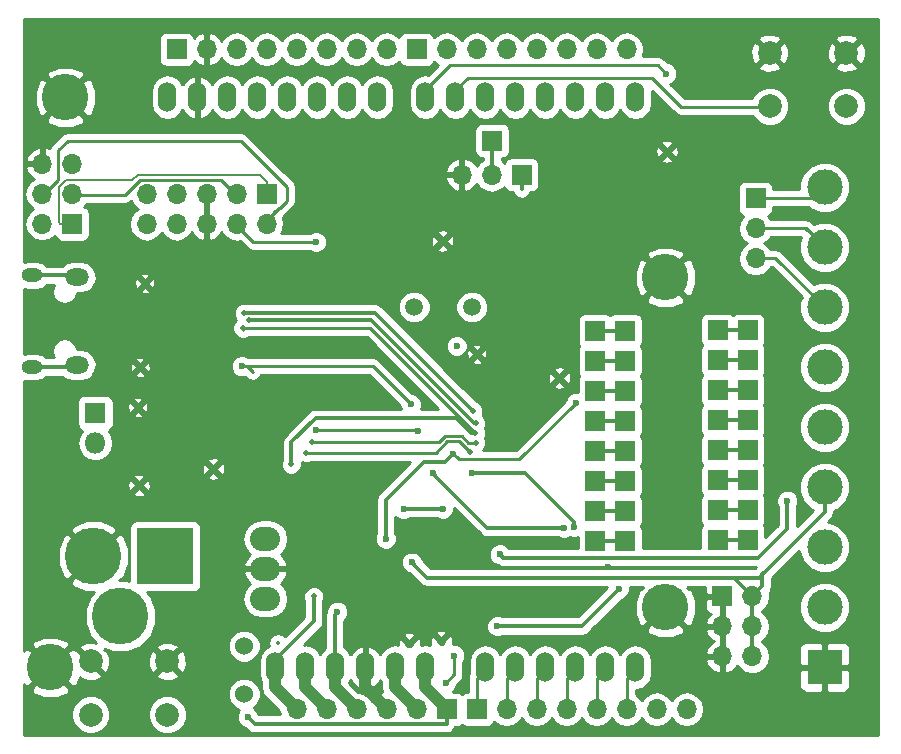
<source format=gbr>
G04 #@! TF.FileFunction,Copper,L2,Bot,Signal*
%FSLAX46Y46*%
G04 Gerber Fmt 4.6, Leading zero omitted, Abs format (unit mm)*
G04 Created by KiCad (PCBNEW 4.0.7) date 02/06/18 23:35:00*
%MOMM*%
%LPD*%
G01*
G04 APERTURE LIST*
%ADD10C,0.100000*%
%ADD11R,1.700000X1.700000*%
%ADD12O,1.700000X1.700000*%
%ADD13C,3.000000*%
%ADD14R,3.000000X3.000000*%
%ADD15C,1.500000*%
%ADD16C,1.524000*%
%ADD17O,2.000000X1.450000*%
%ADD18O,1.800000X1.150000*%
%ADD19O,2.540000X2.032000*%
%ADD20R,1.800000X1.800000*%
%ADD21O,1.800000X1.800000*%
%ADD22C,0.700000*%
%ADD23C,0.500000*%
%ADD24C,2.000000*%
%ADD25C,4.800000*%
%ADD26R,4.800000X4.800000*%
%ADD27O,1.524000X2.540000*%
%ADD28C,3.937000*%
%ADD29C,0.600000*%
%ADD30C,0.350000*%
%ADD31C,0.250000*%
%ADD32C,1.000000*%
%ADD33C,0.160000*%
%ADD34C,0.254000*%
G04 APERTURE END LIST*
D10*
D11*
X110100000Y-103600000D03*
D12*
X112640000Y-103600000D03*
X110100000Y-106140000D03*
X112640000Y-106140000D03*
X110100000Y-108680000D03*
X112640000Y-108680000D03*
D13*
X118745000Y-104521000D03*
X118745000Y-99441000D03*
D14*
X118745000Y-109601000D03*
D13*
X118745000Y-94361000D03*
X118745000Y-89281000D03*
X118745000Y-84201000D03*
X118745000Y-79121000D03*
X118745000Y-74041000D03*
X118745000Y-68961000D03*
D11*
X71500000Y-69500000D03*
D12*
X71500000Y-72040000D03*
X68960000Y-69500000D03*
X68960000Y-72040000D03*
X66420000Y-69500000D03*
X66420000Y-72040000D03*
X63880000Y-69500000D03*
X63880000Y-72040000D03*
X61340000Y-69500000D03*
X61340000Y-72040000D03*
D15*
X88880000Y-79100000D03*
X84000000Y-79100000D03*
D11*
X86741000Y-113157000D03*
D12*
X84201000Y-113157000D03*
X81661000Y-113157000D03*
X79121000Y-113157000D03*
X76581000Y-113157000D03*
X74041000Y-113157000D03*
D11*
X89281000Y-113157000D03*
D12*
X91821000Y-113157000D03*
X94361000Y-113157000D03*
X96901000Y-113157000D03*
X99441000Y-113157000D03*
X101981000Y-113157000D03*
X104521000Y-113157000D03*
X107061000Y-113157000D03*
D11*
X63881000Y-57277000D03*
D12*
X66421000Y-57277000D03*
X68961000Y-57277000D03*
X71501000Y-57277000D03*
X74041000Y-57277000D03*
X76581000Y-57277000D03*
X79121000Y-57277000D03*
X81661000Y-57277000D03*
D11*
X84201000Y-57277000D03*
D12*
X86741000Y-57277000D03*
X89281000Y-57277000D03*
X91821000Y-57277000D03*
X94361000Y-57277000D03*
X96901000Y-57277000D03*
X99441000Y-57277000D03*
X101981000Y-57277000D03*
D16*
X69600000Y-107800000D03*
X69600000Y-111864000D03*
D11*
X93100000Y-67900000D03*
D12*
X90560000Y-67900000D03*
X88020000Y-67900000D03*
D11*
X90600000Y-65000000D03*
D17*
X55450000Y-76575000D03*
X55450000Y-84025000D03*
D18*
X51650000Y-76425000D03*
X51650000Y-84175000D03*
D11*
X112900000Y-69900000D03*
D12*
X112900000Y-72440000D03*
X112900000Y-74980000D03*
D19*
X71400000Y-101260000D03*
X71400000Y-103800000D03*
X71400000Y-98720000D03*
D11*
X109707158Y-96311198D03*
X112247158Y-96311198D03*
X99329158Y-96343198D03*
X101869158Y-96343198D03*
X109707158Y-91231198D03*
X112247158Y-91231198D03*
X109707158Y-93771198D03*
X112247158Y-93771198D03*
X99329158Y-93803198D03*
X101869158Y-93803198D03*
X99329158Y-91263198D03*
X101869158Y-91263198D03*
X99329158Y-88723198D03*
X101869158Y-88723198D03*
X99329158Y-86183198D03*
X101869158Y-86183198D03*
X99329158Y-83643198D03*
X101869158Y-83643198D03*
X99329158Y-81103198D03*
X101869158Y-81103198D03*
X109707158Y-81071198D03*
X112247158Y-81071198D03*
X109707158Y-98851198D03*
X112247158Y-98851198D03*
X99329158Y-98883198D03*
X101869158Y-98883198D03*
X109707158Y-83611198D03*
X112247158Y-83611198D03*
X109707158Y-86151198D03*
X112247158Y-86151198D03*
X109707158Y-88691198D03*
X112247158Y-88691198D03*
D20*
X57000000Y-88060000D03*
D21*
X57000000Y-90600000D03*
D22*
X86400000Y-73500000D03*
X60700000Y-94200000D03*
X86300000Y-107400000D03*
X83600000Y-107600000D03*
X67000000Y-92800000D03*
D23*
X60600000Y-87600000D03*
X60800000Y-84200000D03*
X61200000Y-77100000D03*
D22*
X96300000Y-85100000D03*
D23*
X89300000Y-83100000D03*
D22*
X105400000Y-65950000D03*
D24*
X63100000Y-109100000D03*
X63100000Y-113600000D03*
X56600000Y-109100000D03*
X56600000Y-113600000D03*
X114100000Y-62100000D03*
X114100000Y-57600000D03*
X120600000Y-62100000D03*
X120600000Y-57600000D03*
D25*
X56844000Y-100202000D03*
D26*
X62944000Y-100202000D03*
D25*
X59134000Y-105282000D03*
D27*
X102724000Y-109604000D03*
X100184000Y-109604000D03*
X97644000Y-109604000D03*
X90024000Y-109604000D03*
X92564000Y-109604000D03*
X95104000Y-109604000D03*
X84944000Y-109604000D03*
X82404000Y-109604000D03*
X79864000Y-109604000D03*
X74784000Y-109604000D03*
X72244000Y-109604000D03*
X102724000Y-61344000D03*
X100184000Y-61344000D03*
X97644000Y-61344000D03*
X95104000Y-61344000D03*
X92564000Y-61344000D03*
X90024000Y-61344000D03*
X87484000Y-61344000D03*
X84944000Y-61344000D03*
X80880000Y-61344000D03*
X78340000Y-61344000D03*
X75800000Y-61344000D03*
X73260000Y-61344000D03*
X70720000Y-61344000D03*
X68180000Y-61344000D03*
X65640000Y-61344000D03*
X63100000Y-61344000D03*
X77324000Y-109604000D03*
D28*
X105264000Y-104524000D03*
X105264000Y-76584000D03*
X54464000Y-61344000D03*
X53194000Y-109604000D03*
D11*
X55050000Y-72050000D03*
D12*
X52510000Y-72050000D03*
X55050000Y-69510000D03*
X52510000Y-69510000D03*
X55050000Y-66970000D03*
X52510000Y-66970000D03*
D29*
X86400000Y-75300000D03*
X80500000Y-99875001D03*
X95525065Y-98934467D03*
X70300000Y-106200000D03*
X100400000Y-101100000D03*
X90900000Y-103500000D03*
X84300000Y-89600000D03*
X75700000Y-89500000D03*
X77500000Y-104900000D03*
X87400000Y-108600000D03*
X86700000Y-110900000D03*
X101330056Y-102975447D03*
X91000000Y-106100000D03*
X83699999Y-87300000D03*
X69400000Y-84100000D03*
X87300000Y-91500008D03*
X81600000Y-98700000D03*
X87600000Y-82400000D03*
X97700000Y-87200000D03*
X83800000Y-100700000D03*
D23*
X88700000Y-91400000D03*
X74848000Y-91426000D03*
X89200000Y-90600006D03*
X75348000Y-90526000D03*
D29*
X85583997Y-93175010D03*
X96704026Y-97780279D03*
X88922583Y-93128048D03*
X97500000Y-97700000D03*
X75700000Y-73600000D03*
D23*
X89200000Y-88900000D03*
X70000000Y-80200000D03*
X88977830Y-87900000D03*
X69600000Y-79600000D03*
D29*
X105348000Y-59326000D03*
X91249922Y-100028807D03*
X83100000Y-96200000D03*
X86427641Y-96183968D03*
X115600000Y-95500000D03*
D23*
X75500000Y-103600000D03*
X73600000Y-92400000D03*
X69500000Y-80900000D03*
X89170000Y-89770000D03*
D29*
X69900000Y-113800000D03*
D30*
X72477833Y-107500000D02*
X72427822Y-107550011D01*
X88020000Y-73680000D02*
X86699999Y-75000001D01*
X88020000Y-67900000D02*
X88020000Y-73680000D01*
X86699999Y-75000001D02*
X86400000Y-75300000D01*
D31*
X66400000Y-73600000D02*
X66400000Y-74500000D01*
X66420000Y-72040000D02*
X66420000Y-73580000D01*
X66420000Y-73580000D02*
X66400000Y-73600000D01*
X66420000Y-72040000D02*
X66420000Y-70837919D01*
X66420000Y-70837919D02*
X66420000Y-69500000D01*
D30*
X80500000Y-99875001D02*
X88024001Y-99875001D01*
X88964535Y-98934467D02*
X95100801Y-98934467D01*
X95100801Y-98934467D02*
X95525065Y-98934467D01*
X88024001Y-99875001D02*
X88964535Y-98934467D01*
D32*
X90900000Y-103500000D02*
X90900000Y-103400000D01*
X79812000Y-109530000D02*
X79812000Y-111308000D01*
X79812000Y-111308000D02*
X81661000Y-113157000D01*
D31*
X80010000Y-109601000D02*
X80010000Y-111506000D01*
X80010000Y-111506000D02*
X81661000Y-113157000D01*
X84200000Y-89500000D02*
X84300000Y-89600000D01*
X75700000Y-89500000D02*
X84200000Y-89500000D01*
D32*
X77272000Y-109530000D02*
X77272000Y-111308000D01*
X77272000Y-111308000D02*
X79121000Y-113157000D01*
D30*
X77272000Y-109530000D02*
X77272000Y-105128000D01*
X77272000Y-105128000D02*
X77500000Y-104900000D01*
D31*
X77470000Y-109601000D02*
X77470000Y-111506000D01*
X77470000Y-111506000D02*
X79121000Y-113157000D01*
D30*
X69700000Y-107400000D02*
X69658000Y-107358000D01*
D31*
X87400000Y-108600000D02*
X87400000Y-110200000D01*
X86700000Y-110900000D02*
X87400000Y-110200000D01*
D32*
X76581000Y-113157000D02*
X74732000Y-111308000D01*
X74732000Y-111308000D02*
X74732000Y-109530000D01*
D30*
X101030057Y-103275446D02*
X101330056Y-102975447D01*
X98205503Y-106100000D02*
X101030057Y-103275446D01*
X91000000Y-106100000D02*
X98205503Y-106100000D01*
D31*
X74930000Y-109601000D02*
X74930000Y-111506000D01*
X74930000Y-111506000D02*
X76581000Y-113157000D01*
X106580000Y-62158000D02*
X104096990Y-59674990D01*
X104096990Y-59674990D02*
X88519010Y-59674990D01*
X114300000Y-62158000D02*
X106580000Y-62158000D01*
X88519010Y-59674990D02*
X87432000Y-60762000D01*
X87432000Y-60762000D02*
X87432000Y-61270000D01*
X87432000Y-61778000D02*
X87432000Y-61270000D01*
D33*
X71500000Y-69500000D02*
X71500000Y-68490000D01*
X71500000Y-68490000D02*
X70929988Y-67919988D01*
X70929988Y-67919988D02*
X60608238Y-67919988D01*
X60608238Y-67919988D02*
X60148227Y-68379999D01*
X60148227Y-68379999D02*
X54507599Y-68379999D01*
X54507599Y-68379999D02*
X53919999Y-68967599D01*
X53919999Y-68967599D02*
X53919999Y-71929999D01*
X53919999Y-71929999D02*
X54040000Y-72050000D01*
X54040000Y-72050000D02*
X55050000Y-72050000D01*
D30*
X89800000Y-102000000D02*
X89600000Y-102000000D01*
X89600000Y-102000000D02*
X85100000Y-102000000D01*
X111040000Y-102000000D02*
X89600000Y-102000000D01*
D31*
X83400000Y-87000001D02*
X83699999Y-87300000D01*
X69400000Y-84100000D02*
X80499999Y-84100000D01*
X80499999Y-84100000D02*
X83400000Y-87000001D01*
X69400000Y-84100000D02*
X69824264Y-84100000D01*
X69824264Y-84100000D02*
X70324264Y-84600000D01*
D30*
X84800001Y-92199999D02*
X86600009Y-92199999D01*
X81600000Y-95400000D02*
X84800001Y-92199999D01*
X87000001Y-91800007D02*
X87300000Y-91500008D01*
X81600000Y-98700000D02*
X81600000Y-95400000D01*
D31*
X87799991Y-91999999D02*
X87599999Y-91800007D01*
X97700000Y-87200000D02*
X92900001Y-91999999D01*
D30*
X86600009Y-92199999D02*
X87000001Y-91800007D01*
D31*
X87599999Y-91800007D02*
X87300000Y-91500008D01*
X92900001Y-91999999D02*
X87799991Y-91999999D01*
D30*
X93100000Y-69100000D02*
X93100000Y-67900000D01*
X85100000Y-102000000D02*
X84099999Y-100999999D01*
X84099999Y-100999999D02*
X83800000Y-100700000D01*
X118745000Y-96482320D02*
X113727320Y-101500000D01*
X113727320Y-101500000D02*
X113489999Y-101737321D01*
X111040000Y-102000000D02*
X113227320Y-102000000D01*
X113227320Y-102000000D02*
X113727320Y-101500000D01*
X111040000Y-102000000D02*
X112640000Y-103600000D01*
X112640000Y-106140000D02*
X112640000Y-108680000D01*
X112640000Y-103600000D02*
X112640000Y-106140000D01*
X118745000Y-94361000D02*
X118745000Y-96482320D01*
X113489999Y-101737321D02*
X113489999Y-102750001D01*
X113489999Y-102750001D02*
X112640000Y-103600000D01*
D31*
X59504998Y-69596000D02*
X60775999Y-68324999D01*
X67646999Y-68324999D02*
X68748000Y-69426000D01*
X60775999Y-68324999D02*
X67646999Y-68324999D01*
X55148000Y-69596000D02*
X59504998Y-69596000D01*
X52608000Y-69596000D02*
X53850000Y-68354000D01*
X53850000Y-68354000D02*
X53850000Y-66614998D01*
X53850000Y-66614998D02*
X53874999Y-66589999D01*
X72578999Y-70675001D02*
X71288000Y-71966000D01*
X53874999Y-66589999D02*
X53874999Y-65825001D01*
X53874999Y-65825001D02*
X54650000Y-65050000D01*
X54650000Y-65050000D02*
X69335002Y-65050000D01*
X69335002Y-65050000D02*
X73200000Y-68914998D01*
X73200000Y-68914998D02*
X73200000Y-70085002D01*
X73200000Y-70085002D02*
X72610001Y-70675001D01*
X72610001Y-70675001D02*
X72578999Y-70675001D01*
X71288000Y-71966000D02*
X72254000Y-71000000D01*
X89281000Y-113157000D02*
X89281000Y-110490000D01*
X89281000Y-110490000D02*
X90170000Y-109601000D01*
X91821000Y-113157000D02*
X91821000Y-110490000D01*
X91821000Y-110490000D02*
X92710000Y-109601000D01*
X94361000Y-113157000D02*
X94361000Y-110490000D01*
X94361000Y-110490000D02*
X95250000Y-109601000D01*
X96901000Y-113157000D02*
X96901000Y-110490000D01*
X96901000Y-110490000D02*
X97790000Y-109601000D01*
X87770023Y-90470023D02*
X88450001Y-91150001D01*
X86804973Y-90470023D02*
X87770023Y-90470023D01*
X85848996Y-91426000D02*
X86804973Y-90470023D01*
X88450001Y-91150001D02*
X88700000Y-91400000D01*
X74848000Y-91426000D02*
X85848996Y-91426000D01*
X99441000Y-113157000D02*
X99441000Y-110490000D01*
X99441000Y-110490000D02*
X100330000Y-109601000D01*
X88846447Y-90600006D02*
X89200000Y-90600006D01*
X86618573Y-90020012D02*
X88012890Y-90020012D01*
X88592884Y-90600006D02*
X88846447Y-90600006D01*
X86112585Y-90526000D02*
X86618573Y-90020012D01*
X75348000Y-90526000D02*
X86112585Y-90526000D01*
X88012890Y-90020012D02*
X88592884Y-90600006D01*
X101981000Y-113157000D02*
X101981000Y-110490000D01*
X101981000Y-110490000D02*
X102870000Y-109601000D01*
D30*
X96704026Y-97780279D02*
X90189266Y-97780279D01*
X85883996Y-93475009D02*
X85583997Y-93175010D01*
X90189266Y-97780279D02*
X85883996Y-93475009D01*
X89346847Y-93128048D02*
X88922583Y-93128048D01*
X97500000Y-97275736D02*
X93352312Y-93128048D01*
X97500000Y-97700000D02*
X97500000Y-97275736D01*
X93352312Y-93128048D02*
X89346847Y-93128048D01*
D31*
X68748000Y-71966000D02*
X70382000Y-73600000D01*
X75275736Y-73600000D02*
X75700000Y-73600000D01*
X70382000Y-73600000D02*
X75275736Y-73600000D01*
D30*
X89052826Y-88900000D02*
X89200000Y-88900000D01*
X80352826Y-80200000D02*
X89052826Y-88900000D01*
X70000000Y-80200000D02*
X80352826Y-80200000D01*
X89000000Y-87900000D02*
X88977830Y-87900000D01*
X69600000Y-79600000D02*
X69637499Y-79637499D01*
X69637499Y-79637499D02*
X69699999Y-79574999D01*
X69699999Y-79574999D02*
X80652831Y-79574999D01*
X80652831Y-79574999D02*
X88977830Y-87900000D01*
X51650000Y-84175000D02*
X55300000Y-84175000D01*
X55300000Y-84175000D02*
X55450000Y-84025000D01*
X51650000Y-76425000D02*
X55300000Y-76425000D01*
X55300000Y-76425000D02*
X55450000Y-76575000D01*
D31*
X84892000Y-61778000D02*
X84892000Y-61270000D01*
X105348000Y-59326000D02*
X104648000Y-58626000D01*
X104648000Y-58626000D02*
X87028000Y-58626000D01*
X87028000Y-58626000D02*
X84892000Y-60762000D01*
X84892000Y-60762000D02*
X84892000Y-61270000D01*
D30*
X115600000Y-97873358D02*
X113144552Y-100328806D01*
X113144552Y-100328806D02*
X91549921Y-100328806D01*
X91549921Y-100328806D02*
X91249922Y-100028807D01*
X115600000Y-95500000D02*
X115600000Y-97873358D01*
D32*
X82352000Y-109530000D02*
X82352000Y-111308000D01*
X82352000Y-111308000D02*
X84201000Y-113157000D01*
D30*
X83116032Y-96183968D02*
X83100000Y-96200000D01*
X86427641Y-96183968D02*
X83116032Y-96183968D01*
D31*
X82550000Y-109601000D02*
X82550000Y-111506000D01*
X82550000Y-111506000D02*
X84201000Y-113157000D01*
X89170000Y-89770000D02*
X80300000Y-80900000D01*
X80300000Y-80900000D02*
X69600000Y-80900000D01*
X69600000Y-80900000D02*
X69500000Y-81000000D01*
X69500000Y-81000000D02*
X69500000Y-80900000D01*
D32*
X72192000Y-109530000D02*
X72192000Y-111308000D01*
X72192000Y-111308000D02*
X74041000Y-113157000D01*
D30*
X75500000Y-103600000D02*
X75500000Y-105714000D01*
X75500000Y-105714000D02*
X72192000Y-109022000D01*
X72192000Y-109022000D02*
X72192000Y-109530000D01*
X73600000Y-92046447D02*
X73600000Y-92400000D01*
X73600000Y-90546447D02*
X73600000Y-92046447D01*
X75646447Y-88500000D02*
X73600000Y-90546447D01*
X87546447Y-88500000D02*
X75646447Y-88500000D01*
X88816447Y-89770000D02*
X87546447Y-88500000D01*
X89170000Y-89770000D02*
X88816447Y-89770000D01*
D31*
X72390000Y-109601000D02*
X72390000Y-111506000D01*
X72390000Y-111506000D02*
X74041000Y-113157000D01*
D30*
X86715999Y-114382001D02*
X73800000Y-114382001D01*
X69900000Y-113800000D02*
X70482001Y-114382001D01*
X70482001Y-114382001D02*
X73800000Y-114382001D01*
X86741000Y-113157000D02*
X86741000Y-114357000D01*
X86741000Y-114357000D02*
X86715999Y-114382001D01*
D32*
X84892000Y-109530000D02*
X84892000Y-111308000D01*
X84892000Y-111308000D02*
X86741000Y-113157000D01*
D30*
X84892000Y-109530000D02*
X84892000Y-109022000D01*
D31*
X85090000Y-109601000D02*
X85090000Y-111506000D01*
X85090000Y-111506000D02*
X86741000Y-113157000D01*
D30*
X90600000Y-65000000D02*
X90600000Y-67860000D01*
X90600000Y-67860000D02*
X90560000Y-67900000D01*
X112247158Y-96311198D02*
X109707158Y-96311198D01*
X101869158Y-96343198D02*
X99329158Y-96343198D01*
X112247158Y-91231198D02*
X109707158Y-91231198D01*
X112247158Y-93771198D02*
X109707158Y-93771198D01*
X101869158Y-93803198D02*
X99329158Y-93803198D01*
X101869158Y-91263198D02*
X99329158Y-91263198D01*
X101869158Y-88723198D02*
X99329158Y-88723198D01*
X101869158Y-86183198D02*
X99329158Y-86183198D01*
X101869158Y-83643198D02*
X99329158Y-83643198D01*
X101869158Y-81103198D02*
X99329158Y-81103198D01*
X112247158Y-81071198D02*
X109707158Y-81071198D01*
X112247158Y-98851198D02*
X109707158Y-98851198D01*
X99329158Y-98883198D02*
X101869158Y-98883198D01*
X112247158Y-83611198D02*
X109707158Y-83611198D01*
X112247158Y-86151198D02*
X109707158Y-86151198D01*
X112247158Y-88691198D02*
X109707158Y-88691198D01*
D31*
X112900000Y-74980000D02*
X114504000Y-74980000D01*
X114504000Y-74980000D02*
X114554000Y-74930000D01*
X114554000Y-74930000D02*
X118745000Y-79121000D01*
X117144000Y-72440000D02*
X118745000Y-74041000D01*
X117094000Y-72390000D02*
X118745000Y-74041000D01*
X112900000Y-72440000D02*
X117144000Y-72440000D01*
X112900000Y-69900000D02*
X117806000Y-69900000D01*
X117806000Y-69900000D02*
X118745000Y-68961000D01*
D34*
G36*
X123290000Y-115290000D02*
X50958000Y-115290000D01*
X50958000Y-113923795D01*
X54964716Y-113923795D01*
X55213106Y-114524943D01*
X55672637Y-114985278D01*
X56273352Y-115234716D01*
X56923795Y-115235284D01*
X57524943Y-114986894D01*
X57985278Y-114527363D01*
X58234716Y-113926648D01*
X58234718Y-113923795D01*
X61464716Y-113923795D01*
X61713106Y-114524943D01*
X62172637Y-114985278D01*
X62773352Y-115234716D01*
X63423795Y-115235284D01*
X64024943Y-114986894D01*
X64485278Y-114527363D01*
X64734716Y-113926648D01*
X64735284Y-113276205D01*
X64486894Y-112675057D01*
X64027363Y-112214722D01*
X63849004Y-112140661D01*
X68202758Y-112140661D01*
X68414990Y-112654303D01*
X68807630Y-113047629D01*
X69176715Y-113200886D01*
X69107808Y-113269673D01*
X68965162Y-113613201D01*
X68964838Y-113985167D01*
X69106883Y-114328943D01*
X69369673Y-114592192D01*
X69672371Y-114717884D01*
X69909245Y-114954758D01*
X70172028Y-115130344D01*
X70482001Y-115192001D01*
X86715999Y-115192001D01*
X87025973Y-115130343D01*
X87288755Y-114954757D01*
X87313757Y-114929756D01*
X87489343Y-114666973D01*
X87491836Y-114654440D01*
X87591000Y-114654440D01*
X87826317Y-114610162D01*
X88013077Y-114489985D01*
X88179110Y-114603431D01*
X88431000Y-114654440D01*
X90131000Y-114654440D01*
X90366317Y-114610162D01*
X90582441Y-114471090D01*
X90727431Y-114258890D01*
X90741086Y-114191459D01*
X90770946Y-114236147D01*
X91252715Y-114558054D01*
X91821000Y-114671093D01*
X92389285Y-114558054D01*
X92871054Y-114236147D01*
X93091000Y-113906974D01*
X93310946Y-114236147D01*
X93792715Y-114558054D01*
X94361000Y-114671093D01*
X94929285Y-114558054D01*
X95411054Y-114236147D01*
X95631000Y-113906974D01*
X95850946Y-114236147D01*
X96332715Y-114558054D01*
X96901000Y-114671093D01*
X97469285Y-114558054D01*
X97951054Y-114236147D01*
X98171000Y-113906974D01*
X98390946Y-114236147D01*
X98872715Y-114558054D01*
X99441000Y-114671093D01*
X100009285Y-114558054D01*
X100491054Y-114236147D01*
X100711000Y-113906974D01*
X100930946Y-114236147D01*
X101412715Y-114558054D01*
X101981000Y-114671093D01*
X102549285Y-114558054D01*
X103031054Y-114236147D01*
X103251000Y-113906974D01*
X103470946Y-114236147D01*
X103952715Y-114558054D01*
X104521000Y-114671093D01*
X105089285Y-114558054D01*
X105571054Y-114236147D01*
X105791000Y-113906974D01*
X106010946Y-114236147D01*
X106492715Y-114558054D01*
X107061000Y-114671093D01*
X107629285Y-114558054D01*
X108111054Y-114236147D01*
X108432961Y-113754378D01*
X108546000Y-113186093D01*
X108546000Y-113127907D01*
X108432961Y-112559622D01*
X108111054Y-112077853D01*
X107629285Y-111755946D01*
X107061000Y-111642907D01*
X106492715Y-111755946D01*
X106010946Y-112077853D01*
X105791000Y-112407026D01*
X105571054Y-112077853D01*
X105089285Y-111755946D01*
X104521000Y-111642907D01*
X103952715Y-111755946D01*
X103470946Y-112077853D01*
X103251000Y-112407026D01*
X103031054Y-112077853D01*
X102741000Y-111884046D01*
X102741000Y-111542940D01*
X103258609Y-111439981D01*
X103711828Y-111137149D01*
X104014660Y-110683930D01*
X104121000Y-110149321D01*
X104121000Y-109058679D01*
X104116666Y-109036890D01*
X108658524Y-109036890D01*
X108828355Y-109446924D01*
X109218642Y-109875183D01*
X109743108Y-110121486D01*
X109973000Y-110000819D01*
X109973000Y-108807000D01*
X108779845Y-108807000D01*
X108658524Y-109036890D01*
X104116666Y-109036890D01*
X104014660Y-108524070D01*
X103711828Y-108070851D01*
X103258609Y-107768019D01*
X102724000Y-107661679D01*
X102189391Y-107768019D01*
X101736172Y-108070851D01*
X101454000Y-108493150D01*
X101171828Y-108070851D01*
X100718609Y-107768019D01*
X100184000Y-107661679D01*
X99649391Y-107768019D01*
X99196172Y-108070851D01*
X98914000Y-108493150D01*
X98631828Y-108070851D01*
X98178609Y-107768019D01*
X97644000Y-107661679D01*
X97109391Y-107768019D01*
X96656172Y-108070851D01*
X96374000Y-108493150D01*
X96091828Y-108070851D01*
X95638609Y-107768019D01*
X95104000Y-107661679D01*
X94569391Y-107768019D01*
X94116172Y-108070851D01*
X93834000Y-108493150D01*
X93551828Y-108070851D01*
X93098609Y-107768019D01*
X92564000Y-107661679D01*
X92029391Y-107768019D01*
X91576172Y-108070851D01*
X91294000Y-108493150D01*
X91011828Y-108070851D01*
X90558609Y-107768019D01*
X90024000Y-107661679D01*
X89489391Y-107768019D01*
X89036172Y-108070851D01*
X88733340Y-108524070D01*
X88627000Y-109058679D01*
X88627000Y-110127102D01*
X88578852Y-110199161D01*
X88521000Y-110490000D01*
X88521000Y-111659560D01*
X88431000Y-111659560D01*
X88195683Y-111703838D01*
X88008923Y-111824015D01*
X87842890Y-111710569D01*
X87591000Y-111659560D01*
X87262559Y-111659560D01*
X87492192Y-111430327D01*
X87634838Y-111086799D01*
X87634879Y-111039924D01*
X87937401Y-110737402D01*
X88102147Y-110490840D01*
X88102148Y-110490839D01*
X88160000Y-110200000D01*
X88160000Y-109162463D01*
X88192192Y-109130327D01*
X88334838Y-108786799D01*
X88335162Y-108414833D01*
X88193117Y-108071057D01*
X87930327Y-107807808D01*
X87586799Y-107665162D01*
X87249280Y-107664868D01*
X87298357Y-107509075D01*
X87264103Y-107118718D01*
X87180620Y-106917173D01*
X86980912Y-106898693D01*
X86479605Y-107400000D01*
X86493748Y-107414143D01*
X86314143Y-107593748D01*
X86300000Y-107579605D01*
X86285858Y-107593748D01*
X86106253Y-107414143D01*
X86120395Y-107400000D01*
X85619088Y-106898693D01*
X85419380Y-106917173D01*
X85301643Y-107290925D01*
X85335897Y-107681282D01*
X85362237Y-107744871D01*
X84944000Y-107661679D01*
X84591180Y-107731859D01*
X84598357Y-107709075D01*
X84564103Y-107318718D01*
X84480620Y-107117173D01*
X84280912Y-107098693D01*
X83779605Y-107600000D01*
X83793748Y-107614143D01*
X83614143Y-107793748D01*
X83600000Y-107779605D01*
X83585858Y-107793748D01*
X83406253Y-107614143D01*
X83420395Y-107600000D01*
X82919088Y-107098693D01*
X82719380Y-107117173D01*
X82601643Y-107490925D01*
X82620404Y-107704724D01*
X82404000Y-107661679D01*
X81869391Y-107768019D01*
X81416172Y-108070851D01*
X81124670Y-108507113D01*
X81106059Y-108444059D01*
X80762026Y-108018370D01*
X80281277Y-107756740D01*
X80207070Y-107741780D01*
X79991000Y-107864280D01*
X79991000Y-109477000D01*
X80011000Y-109477000D01*
X80011000Y-109731000D01*
X79991000Y-109731000D01*
X79991000Y-111343720D01*
X80207070Y-111466220D01*
X80281277Y-111451260D01*
X80762026Y-111189630D01*
X81106059Y-110763941D01*
X81124670Y-110700887D01*
X81217000Y-110839068D01*
X81217000Y-111308000D01*
X81298522Y-111717838D01*
X80894076Y-111885355D01*
X80465817Y-112275642D01*
X80398702Y-112418553D01*
X80171054Y-112077853D01*
X79689285Y-111755946D01*
X79234644Y-111665512D01*
X78469824Y-110900692D01*
X78603330Y-110700887D01*
X78621941Y-110763941D01*
X78965974Y-111189630D01*
X79446723Y-111451260D01*
X79520930Y-111466220D01*
X79737000Y-111343720D01*
X79737000Y-109731000D01*
X79717000Y-109731000D01*
X79717000Y-109477000D01*
X79737000Y-109477000D01*
X79737000Y-107864280D01*
X79520930Y-107741780D01*
X79446723Y-107756740D01*
X78965974Y-108018370D01*
X78621941Y-108444059D01*
X78603330Y-108507113D01*
X78311828Y-108070851D01*
X78082000Y-107917284D01*
X78082000Y-106919088D01*
X83098693Y-106919088D01*
X83600000Y-107420395D01*
X84101307Y-106919088D01*
X84082827Y-106719380D01*
X84081901Y-106719088D01*
X85798693Y-106719088D01*
X86300000Y-107220395D01*
X86801307Y-106719088D01*
X86782827Y-106519380D01*
X86409075Y-106401643D01*
X86018718Y-106435897D01*
X85817173Y-106519380D01*
X85798693Y-106719088D01*
X84081901Y-106719088D01*
X83709075Y-106601643D01*
X83318718Y-106635897D01*
X83117173Y-106719380D01*
X83098693Y-106919088D01*
X78082000Y-106919088D01*
X78082000Y-105640153D01*
X78292192Y-105430327D01*
X78434838Y-105086799D01*
X78435162Y-104714833D01*
X78293117Y-104371057D01*
X78030327Y-104107808D01*
X77686799Y-103965162D01*
X77314833Y-103964838D01*
X76971057Y-104106883D01*
X76707808Y-104369673D01*
X76565162Y-104713201D01*
X76565125Y-104755967D01*
X76523658Y-104818026D01*
X76462000Y-105128000D01*
X76462000Y-107986775D01*
X76336172Y-108070851D01*
X76054000Y-108493150D01*
X75771828Y-108070851D01*
X75318609Y-107768019D01*
X74784000Y-107661679D01*
X74676438Y-107683074D01*
X76072756Y-106286757D01*
X76197543Y-106100000D01*
X76248342Y-106023974D01*
X76310000Y-105714000D01*
X76310000Y-103957059D01*
X76384846Y-103776810D01*
X76385153Y-103424735D01*
X76250704Y-103099343D01*
X76001967Y-102850171D01*
X75676810Y-102715154D01*
X75324735Y-102714847D01*
X74999343Y-102849296D01*
X74750171Y-103098033D01*
X74615154Y-103423190D01*
X74614847Y-103775265D01*
X74690000Y-103957149D01*
X74690000Y-105378487D01*
X73086900Y-106981587D01*
X73050589Y-106927244D01*
X72787806Y-106751658D01*
X72477833Y-106690001D01*
X72167860Y-106751658D01*
X71905076Y-106927244D01*
X71855066Y-106977255D01*
X71679480Y-107240038D01*
X71617823Y-107550011D01*
X71666842Y-107796449D01*
X71256172Y-108070851D01*
X70953340Y-108524070D01*
X70847000Y-109058679D01*
X70847000Y-110149321D01*
X70953340Y-110683930D01*
X71057000Y-110839068D01*
X71057000Y-111308000D01*
X71143397Y-111742346D01*
X71363453Y-112071683D01*
X71389434Y-112110566D01*
X72578605Y-113299737D01*
X72632762Y-113572001D01*
X70817514Y-113572001D01*
X70817429Y-113571917D01*
X70693117Y-113271057D01*
X70430951Y-113008433D01*
X70783629Y-112656370D01*
X70996757Y-112143100D01*
X70997242Y-111587339D01*
X70785010Y-111073697D01*
X70392370Y-110680371D01*
X69879100Y-110467243D01*
X69323339Y-110466758D01*
X68809697Y-110678990D01*
X68416371Y-111071630D01*
X68203243Y-111584900D01*
X68202758Y-112140661D01*
X63849004Y-112140661D01*
X63426648Y-111965284D01*
X62776205Y-111964716D01*
X62175057Y-112213106D01*
X61714722Y-112672637D01*
X61465284Y-113273352D01*
X61464716Y-113923795D01*
X58234718Y-113923795D01*
X58235284Y-113276205D01*
X57986894Y-112675057D01*
X57527363Y-112214722D01*
X56926648Y-111965284D01*
X56276205Y-111964716D01*
X55675057Y-112213106D01*
X55214722Y-112672637D01*
X54965284Y-113273352D01*
X54964716Y-113923795D01*
X50958000Y-113923795D01*
X50958000Y-111456282D01*
X51521323Y-111456282D01*
X51738252Y-111823730D01*
X52698518Y-112211853D01*
X53734216Y-112202955D01*
X54649748Y-111823730D01*
X54866677Y-111456282D01*
X53194000Y-109783605D01*
X51521323Y-111456282D01*
X50958000Y-111456282D01*
X50958000Y-111020469D01*
X50974270Y-111059748D01*
X51341718Y-111276677D01*
X53014395Y-109604000D01*
X53373605Y-109604000D01*
X55046282Y-111276677D01*
X55413730Y-111059748D01*
X55681019Y-110398441D01*
X55725736Y-110519387D01*
X56335461Y-110745908D01*
X56985460Y-110721856D01*
X57474264Y-110519387D01*
X57572927Y-110252532D01*
X62127073Y-110252532D01*
X62225736Y-110519387D01*
X62835461Y-110745908D01*
X63485460Y-110721856D01*
X63974264Y-110519387D01*
X64072927Y-110252532D01*
X63100000Y-109279605D01*
X62127073Y-110252532D01*
X57572927Y-110252532D01*
X56600000Y-109279605D01*
X56585858Y-109293748D01*
X56406253Y-109114143D01*
X56420395Y-109100000D01*
X55447468Y-108127073D01*
X55404663Y-108142899D01*
X55046282Y-107931323D01*
X53373605Y-109604000D01*
X53014395Y-109604000D01*
X51341718Y-107931323D01*
X50974270Y-108148252D01*
X50958000Y-108188506D01*
X50958000Y-107751718D01*
X51521323Y-107751718D01*
X53194000Y-109424395D01*
X54866677Y-107751718D01*
X54649748Y-107384270D01*
X53689482Y-106996147D01*
X52653784Y-107005045D01*
X51738252Y-107384270D01*
X51521323Y-107751718D01*
X50958000Y-107751718D01*
X50958000Y-102365719D01*
X54859886Y-102365719D01*
X55129400Y-102778010D01*
X56245713Y-103238072D01*
X56886755Y-103236929D01*
X56562553Y-103560566D01*
X56099528Y-104675653D01*
X56098474Y-105883050D01*
X56559552Y-106998943D01*
X57101958Y-107542296D01*
X56864539Y-107454092D01*
X56214540Y-107478144D01*
X55725736Y-107680613D01*
X55627073Y-107947468D01*
X56600000Y-108920395D01*
X56614143Y-108906253D01*
X56793748Y-109085858D01*
X56779605Y-109100000D01*
X57752532Y-110072927D01*
X58019387Y-109974264D01*
X58245908Y-109364539D01*
X58226331Y-108835461D01*
X61454092Y-108835461D01*
X61478144Y-109485460D01*
X61680613Y-109974264D01*
X61947468Y-110072927D01*
X62920395Y-109100000D01*
X63279605Y-109100000D01*
X64252532Y-110072927D01*
X64519387Y-109974264D01*
X64745908Y-109364539D01*
X64721856Y-108714540D01*
X64519387Y-108225736D01*
X64252532Y-108127073D01*
X63279605Y-109100000D01*
X62920395Y-109100000D01*
X61947468Y-108127073D01*
X61680613Y-108225736D01*
X61454092Y-108835461D01*
X58226331Y-108835461D01*
X58221856Y-108714540D01*
X58019387Y-108225736D01*
X57752534Y-108127074D01*
X57846130Y-108033478D01*
X58527653Y-108316472D01*
X59735050Y-108317526D01*
X60630657Y-107947468D01*
X62127073Y-107947468D01*
X63100000Y-108920395D01*
X63943734Y-108076661D01*
X68202758Y-108076661D01*
X68414990Y-108590303D01*
X68807630Y-108983629D01*
X69320900Y-109196757D01*
X69876661Y-109197242D01*
X70390303Y-108985010D01*
X70783629Y-108592370D01*
X70996757Y-108079100D01*
X70997242Y-107523339D01*
X70785010Y-107009697D01*
X70392370Y-106616371D01*
X69879100Y-106403243D01*
X69323339Y-106402758D01*
X68809697Y-106614990D01*
X68416371Y-107007630D01*
X68203243Y-107520900D01*
X68202758Y-108076661D01*
X63943734Y-108076661D01*
X64072927Y-107947468D01*
X63974264Y-107680613D01*
X63364539Y-107454092D01*
X62714540Y-107478144D01*
X62225736Y-107680613D01*
X62127073Y-107947468D01*
X60630657Y-107947468D01*
X60850943Y-107856448D01*
X61705447Y-107003434D01*
X62168472Y-105888347D01*
X62169526Y-104680950D01*
X61805525Y-103800000D01*
X69457679Y-103800000D01*
X69583354Y-104431810D01*
X69941246Y-104967433D01*
X70476869Y-105325325D01*
X71108679Y-105451000D01*
X71691321Y-105451000D01*
X72323131Y-105325325D01*
X72858754Y-104967433D01*
X73216646Y-104431810D01*
X73342321Y-103800000D01*
X73216646Y-103168190D01*
X72858754Y-102632567D01*
X72684219Y-102515946D01*
X72911236Y-102337630D01*
X73227926Y-101774477D01*
X73259975Y-101642944D01*
X73140836Y-101387000D01*
X71527000Y-101387000D01*
X71527000Y-101407000D01*
X71273000Y-101407000D01*
X71273000Y-101387000D01*
X69659164Y-101387000D01*
X69540025Y-101642944D01*
X69572074Y-101774477D01*
X69888764Y-102337630D01*
X70115781Y-102515946D01*
X69941246Y-102632567D01*
X69583354Y-103168190D01*
X69457679Y-103800000D01*
X61805525Y-103800000D01*
X61708448Y-103565057D01*
X61393381Y-103249440D01*
X65344000Y-103249440D01*
X65579317Y-103205162D01*
X65795441Y-103066090D01*
X65940431Y-102853890D01*
X65991440Y-102602000D01*
X65991440Y-98720000D01*
X69457679Y-98720000D01*
X69583354Y-99351810D01*
X69941246Y-99887433D01*
X70115781Y-100004054D01*
X69888764Y-100182370D01*
X69572074Y-100745523D01*
X69540025Y-100877056D01*
X69659164Y-101133000D01*
X71273000Y-101133000D01*
X71273000Y-101113000D01*
X71527000Y-101113000D01*
X71527000Y-101133000D01*
X73140836Y-101133000D01*
X73259975Y-100877056D01*
X73227926Y-100745523D01*
X72911236Y-100182370D01*
X72684219Y-100004054D01*
X72858754Y-99887433D01*
X73216646Y-99351810D01*
X73342321Y-98720000D01*
X73216646Y-98088190D01*
X72858754Y-97552567D01*
X72323131Y-97194675D01*
X71691321Y-97069000D01*
X71108679Y-97069000D01*
X70476869Y-97194675D01*
X69941246Y-97552567D01*
X69583354Y-98088190D01*
X69457679Y-98720000D01*
X65991440Y-98720000D01*
X65991440Y-97802000D01*
X65947162Y-97566683D01*
X65808090Y-97350559D01*
X65595890Y-97205569D01*
X65344000Y-97154560D01*
X60544000Y-97154560D01*
X60308683Y-97198838D01*
X60092559Y-97337910D01*
X59947569Y-97550110D01*
X59896560Y-97802000D01*
X59896560Y-102312393D01*
X59740347Y-102247528D01*
X59068550Y-102246942D01*
X59007721Y-102186113D01*
X59420010Y-101916600D01*
X59880072Y-100800287D01*
X59877919Y-99592891D01*
X59420010Y-98487400D01*
X59007719Y-98217886D01*
X57023605Y-100202000D01*
X57037748Y-100216143D01*
X56858143Y-100395748D01*
X56844000Y-100381605D01*
X54859886Y-102365719D01*
X50958000Y-102365719D01*
X50958000Y-99603713D01*
X53807928Y-99603713D01*
X53810081Y-100811109D01*
X54267990Y-101916600D01*
X54680281Y-102186114D01*
X56664395Y-100202000D01*
X54680281Y-98217886D01*
X54267990Y-98487400D01*
X53807928Y-99603713D01*
X50958000Y-99603713D01*
X50958000Y-98038281D01*
X54859886Y-98038281D01*
X56844000Y-100022395D01*
X58828114Y-98038281D01*
X58558600Y-97625990D01*
X57442287Y-97165928D01*
X56234891Y-97168081D01*
X55129400Y-97625990D01*
X54859886Y-98038281D01*
X50958000Y-98038281D01*
X50958000Y-94880912D01*
X60198693Y-94880912D01*
X60217173Y-95080620D01*
X60590925Y-95198357D01*
X60981282Y-95164103D01*
X61182827Y-95080620D01*
X61201307Y-94880912D01*
X60700000Y-94379605D01*
X60198693Y-94880912D01*
X50958000Y-94880912D01*
X50958000Y-94090925D01*
X59701643Y-94090925D01*
X59735897Y-94481282D01*
X59819380Y-94682827D01*
X60019088Y-94701307D01*
X60520395Y-94200000D01*
X60879605Y-94200000D01*
X61380912Y-94701307D01*
X61580620Y-94682827D01*
X61698357Y-94309075D01*
X61664103Y-93918718D01*
X61580620Y-93717173D01*
X61380912Y-93698693D01*
X60879605Y-94200000D01*
X60520395Y-94200000D01*
X60019088Y-93698693D01*
X59819380Y-93717173D01*
X59701643Y-94090925D01*
X50958000Y-94090925D01*
X50958000Y-93519088D01*
X60198693Y-93519088D01*
X60700000Y-94020395D01*
X61201307Y-93519088D01*
X61197775Y-93480912D01*
X66498693Y-93480912D01*
X66517173Y-93680620D01*
X66890925Y-93798357D01*
X67281282Y-93764103D01*
X67482827Y-93680620D01*
X67501307Y-93480912D01*
X67000000Y-92979605D01*
X66498693Y-93480912D01*
X61197775Y-93480912D01*
X61182827Y-93319380D01*
X60809075Y-93201643D01*
X60418718Y-93235897D01*
X60217173Y-93319380D01*
X60198693Y-93519088D01*
X50958000Y-93519088D01*
X50958000Y-92690925D01*
X66001643Y-92690925D01*
X66035897Y-93081282D01*
X66119380Y-93282827D01*
X66319088Y-93301307D01*
X66820395Y-92800000D01*
X67179605Y-92800000D01*
X67680912Y-93301307D01*
X67880620Y-93282827D01*
X67998357Y-92909075D01*
X67964103Y-92518718D01*
X67880620Y-92317173D01*
X67680912Y-92298693D01*
X67179605Y-92800000D01*
X66820395Y-92800000D01*
X66319088Y-92298693D01*
X66119380Y-92317173D01*
X66001643Y-92690925D01*
X50958000Y-92690925D01*
X50958000Y-87160000D01*
X55452560Y-87160000D01*
X55452560Y-88960000D01*
X55496838Y-89195317D01*
X55635910Y-89411441D01*
X55848110Y-89556431D01*
X55864344Y-89559719D01*
X55581845Y-89982509D01*
X55465000Y-90569928D01*
X55465000Y-90630072D01*
X55581845Y-91217491D01*
X55914591Y-91715481D01*
X56412581Y-92048227D01*
X57000000Y-92165072D01*
X57231176Y-92119088D01*
X66498693Y-92119088D01*
X67000000Y-92620395D01*
X67501307Y-92119088D01*
X67482827Y-91919380D01*
X67109075Y-91801643D01*
X66718718Y-91835897D01*
X66517173Y-91919380D01*
X66498693Y-92119088D01*
X57231176Y-92119088D01*
X57587419Y-92048227D01*
X58085409Y-91715481D01*
X58418155Y-91217491D01*
X58535000Y-90630072D01*
X58535000Y-90569928D01*
X58418155Y-89982509D01*
X58137163Y-89561974D01*
X58351441Y-89424090D01*
X58496431Y-89211890D01*
X58547440Y-88960000D01*
X58547440Y-88206702D01*
X60170075Y-88206702D01*
X60175860Y-88396442D01*
X60512930Y-88498128D01*
X60863257Y-88463083D01*
X61024140Y-88396442D01*
X61029925Y-88206702D01*
X60600000Y-87776777D01*
X60170075Y-88206702D01*
X58547440Y-88206702D01*
X58547440Y-87512930D01*
X59701872Y-87512930D01*
X59736917Y-87863257D01*
X59803558Y-88024140D01*
X59993298Y-88029925D01*
X60423223Y-87600000D01*
X60776777Y-87600000D01*
X61206702Y-88029925D01*
X61396442Y-88024140D01*
X61498128Y-87687070D01*
X61463083Y-87336743D01*
X61396442Y-87175860D01*
X61206702Y-87170075D01*
X60776777Y-87600000D01*
X60423223Y-87600000D01*
X59993298Y-87170075D01*
X59803558Y-87175860D01*
X59701872Y-87512930D01*
X58547440Y-87512930D01*
X58547440Y-87160000D01*
X58516073Y-86993298D01*
X60170075Y-86993298D01*
X60600000Y-87423223D01*
X61029925Y-86993298D01*
X61024140Y-86803558D01*
X60687070Y-86701872D01*
X60336743Y-86736917D01*
X60175860Y-86803558D01*
X60170075Y-86993298D01*
X58516073Y-86993298D01*
X58503162Y-86924683D01*
X58364090Y-86708559D01*
X58151890Y-86563569D01*
X57900000Y-86512560D01*
X56100000Y-86512560D01*
X55864683Y-86556838D01*
X55648559Y-86695910D01*
X55503569Y-86908110D01*
X55452560Y-87160000D01*
X50958000Y-87160000D01*
X50958000Y-85317981D01*
X51294928Y-85385000D01*
X52005072Y-85385000D01*
X52468119Y-85292894D01*
X52860671Y-85030599D01*
X52891139Y-84985000D01*
X54180190Y-84985000D01*
X54181303Y-84986665D01*
X54622519Y-85281476D01*
X55142968Y-85385000D01*
X55757032Y-85385000D01*
X56277481Y-85281476D01*
X56718697Y-84986665D01*
X56838944Y-84806702D01*
X60370075Y-84806702D01*
X60375860Y-84996442D01*
X60712930Y-85098128D01*
X61063257Y-85063083D01*
X61224140Y-84996442D01*
X61229925Y-84806702D01*
X60800000Y-84376777D01*
X60370075Y-84806702D01*
X56838944Y-84806702D01*
X57013508Y-84545449D01*
X57099541Y-84112930D01*
X59901872Y-84112930D01*
X59936917Y-84463257D01*
X60003558Y-84624140D01*
X60193298Y-84629925D01*
X60623223Y-84200000D01*
X60976777Y-84200000D01*
X61406702Y-84629925D01*
X61596442Y-84624140D01*
X61698128Y-84287070D01*
X61697938Y-84285167D01*
X68464838Y-84285167D01*
X68606883Y-84628943D01*
X68869673Y-84892192D01*
X69213201Y-85034838D01*
X69585167Y-85035162D01*
X69655545Y-85006083D01*
X69786863Y-85137401D01*
X70033425Y-85302148D01*
X70324264Y-85360000D01*
X70615104Y-85302148D01*
X70861665Y-85137401D01*
X71026412Y-84890840D01*
X71032546Y-84860000D01*
X80185197Y-84860000D01*
X82764877Y-87439680D01*
X82764837Y-87485167D01*
X82849472Y-87690000D01*
X75646447Y-87690000D01*
X75336473Y-87751658D01*
X75220808Y-87828943D01*
X75073690Y-87927244D01*
X73027244Y-89973691D01*
X72851658Y-90236473D01*
X72790000Y-90546447D01*
X72790000Y-92042941D01*
X72715154Y-92223190D01*
X72714847Y-92575265D01*
X72849296Y-92900657D01*
X73098033Y-93149829D01*
X73423190Y-93284846D01*
X73775265Y-93285153D01*
X74100657Y-93150704D01*
X74349829Y-92901967D01*
X74484846Y-92576810D01*
X74485145Y-92233593D01*
X74671190Y-92310846D01*
X75023265Y-92311153D01*
X75326159Y-92186000D01*
X83668487Y-92186000D01*
X81027244Y-94827244D01*
X80851658Y-95090026D01*
X80790000Y-95400000D01*
X80790000Y-98212559D01*
X80665162Y-98513201D01*
X80664838Y-98885167D01*
X80806883Y-99228943D01*
X81069673Y-99492192D01*
X81413201Y-99634838D01*
X81785167Y-99635162D01*
X82128943Y-99493117D01*
X82392192Y-99230327D01*
X82534838Y-98886799D01*
X82535162Y-98514833D01*
X82410000Y-98211917D01*
X82410000Y-96832240D01*
X82569673Y-96992192D01*
X82913201Y-97134838D01*
X83285167Y-97135162D01*
X83626883Y-96993968D01*
X85940200Y-96993968D01*
X86240842Y-97118806D01*
X86612808Y-97119130D01*
X86956584Y-96977085D01*
X87219833Y-96714295D01*
X87362479Y-96370767D01*
X87362716Y-96099241D01*
X89616509Y-98353035D01*
X89747901Y-98440828D01*
X89879292Y-98528621D01*
X90189266Y-98590279D01*
X96216585Y-98590279D01*
X96517227Y-98715117D01*
X96889193Y-98715441D01*
X97199017Y-98587425D01*
X97313201Y-98634838D01*
X97685167Y-98635162D01*
X97831718Y-98574609D01*
X97831718Y-99518806D01*
X92050866Y-99518806D01*
X92043039Y-99499864D01*
X91780249Y-99236615D01*
X91436721Y-99093969D01*
X91064755Y-99093645D01*
X90720979Y-99235690D01*
X90457730Y-99498480D01*
X90315084Y-99842008D01*
X90314760Y-100213974D01*
X90456805Y-100557750D01*
X90719595Y-100820999D01*
X91063123Y-100963645D01*
X91070086Y-100963651D01*
X91239948Y-101077149D01*
X91549921Y-101138806D01*
X112943001Y-101138806D01*
X112891808Y-101190000D01*
X85435513Y-101190000D01*
X84717430Y-100471918D01*
X84593117Y-100171057D01*
X84330327Y-99907808D01*
X83986799Y-99765162D01*
X83614833Y-99764838D01*
X83271057Y-99906883D01*
X83007808Y-100169673D01*
X82865162Y-100513201D01*
X82864838Y-100885167D01*
X83006883Y-101228943D01*
X83269673Y-101492192D01*
X83572372Y-101617884D01*
X84527244Y-102572757D01*
X84684771Y-102678012D01*
X84790026Y-102748342D01*
X85100000Y-102810000D01*
X100349990Y-102810000D01*
X97869991Y-105290000D01*
X91487441Y-105290000D01*
X91186799Y-105165162D01*
X90814833Y-105164838D01*
X90471057Y-105306883D01*
X90207808Y-105569673D01*
X90065162Y-105913201D01*
X90064838Y-106285167D01*
X90206883Y-106628943D01*
X90469673Y-106892192D01*
X90813201Y-107034838D01*
X91185167Y-107035162D01*
X91488083Y-106910000D01*
X98205503Y-106910000D01*
X98515477Y-106848342D01*
X98778259Y-106672756D01*
X99074733Y-106376282D01*
X103591323Y-106376282D01*
X103808252Y-106743730D01*
X104768518Y-107131853D01*
X105804216Y-107122955D01*
X106719748Y-106743730D01*
X106865474Y-106496890D01*
X108658524Y-106496890D01*
X108828355Y-106906924D01*
X109218642Y-107335183D01*
X109377954Y-107410000D01*
X109218642Y-107484817D01*
X108828355Y-107913076D01*
X108658524Y-108323110D01*
X108779845Y-108553000D01*
X109973000Y-108553000D01*
X109973000Y-106267000D01*
X108779845Y-106267000D01*
X108658524Y-106496890D01*
X106865474Y-106496890D01*
X106936677Y-106376282D01*
X105264000Y-104703605D01*
X103591323Y-106376282D01*
X99074733Y-106376282D01*
X101558140Y-103892876D01*
X101858999Y-103768564D01*
X102122248Y-103505774D01*
X102264894Y-103162246D01*
X102265201Y-102810000D01*
X103370392Y-102810000D01*
X103411716Y-102851324D01*
X103044270Y-103068252D01*
X102656147Y-104028518D01*
X102665045Y-105064216D01*
X103044270Y-105979748D01*
X103411718Y-106196677D01*
X105084395Y-104524000D01*
X105070253Y-104509858D01*
X105249858Y-104330253D01*
X105264000Y-104344395D01*
X105278143Y-104330253D01*
X105457748Y-104509858D01*
X105443605Y-104524000D01*
X107116282Y-106196677D01*
X107483730Y-105979748D01*
X107871853Y-105019482D01*
X107862955Y-103983784D01*
X107822349Y-103885750D01*
X108615000Y-103885750D01*
X108615000Y-104576310D01*
X108711673Y-104809699D01*
X108890302Y-104988327D01*
X109099878Y-105075136D01*
X108828355Y-105373076D01*
X108658524Y-105783110D01*
X108779845Y-106013000D01*
X109973000Y-106013000D01*
X109973000Y-103727000D01*
X108773750Y-103727000D01*
X108615000Y-103885750D01*
X107822349Y-103885750D01*
X107483730Y-103068252D01*
X107116284Y-102851324D01*
X107157608Y-102810000D01*
X108615000Y-102810000D01*
X108615000Y-103314250D01*
X108773750Y-103473000D01*
X109973000Y-103473000D01*
X109973000Y-103453000D01*
X110227000Y-103453000D01*
X110227000Y-103473000D01*
X110247000Y-103473000D01*
X110247000Y-103727000D01*
X110227000Y-103727000D01*
X110227000Y-106013000D01*
X110247000Y-106013000D01*
X110247000Y-106267000D01*
X110227000Y-106267000D01*
X110227000Y-108553000D01*
X110247000Y-108553000D01*
X110247000Y-108807000D01*
X110227000Y-108807000D01*
X110227000Y-110000819D01*
X110456892Y-110121486D01*
X110981358Y-109875183D01*
X111371645Y-109446924D01*
X111371655Y-109446899D01*
X111560853Y-109730054D01*
X112042622Y-110051961D01*
X112610907Y-110165000D01*
X112669093Y-110165000D01*
X113237378Y-110051961D01*
X113484634Y-109886750D01*
X116610000Y-109886750D01*
X116610000Y-111227309D01*
X116706673Y-111460698D01*
X116885301Y-111639327D01*
X117118690Y-111736000D01*
X118459250Y-111736000D01*
X118618000Y-111577250D01*
X118618000Y-109728000D01*
X118872000Y-109728000D01*
X118872000Y-111577250D01*
X119030750Y-111736000D01*
X120371310Y-111736000D01*
X120604699Y-111639327D01*
X120783327Y-111460698D01*
X120880000Y-111227309D01*
X120880000Y-109886750D01*
X120721250Y-109728000D01*
X118872000Y-109728000D01*
X118618000Y-109728000D01*
X116768750Y-109728000D01*
X116610000Y-109886750D01*
X113484634Y-109886750D01*
X113719147Y-109730054D01*
X114041054Y-109248285D01*
X114154093Y-108680000D01*
X114041054Y-108111715D01*
X113949498Y-107974691D01*
X116610000Y-107974691D01*
X116610000Y-109315250D01*
X116768750Y-109474000D01*
X118618000Y-109474000D01*
X118618000Y-107624750D01*
X118872000Y-107624750D01*
X118872000Y-109474000D01*
X120721250Y-109474000D01*
X120880000Y-109315250D01*
X120880000Y-107974691D01*
X120783327Y-107741302D01*
X120604699Y-107562673D01*
X120371310Y-107466000D01*
X119030750Y-107466000D01*
X118872000Y-107624750D01*
X118618000Y-107624750D01*
X118459250Y-107466000D01*
X117118690Y-107466000D01*
X116885301Y-107562673D01*
X116706673Y-107741302D01*
X116610000Y-107974691D01*
X113949498Y-107974691D01*
X113719147Y-107629946D01*
X113450000Y-107450108D01*
X113450000Y-107369892D01*
X113719147Y-107190054D01*
X114041054Y-106708285D01*
X114154093Y-106140000D01*
X114041054Y-105571715D01*
X113719147Y-105089946D01*
X113500447Y-104943815D01*
X116609630Y-104943815D01*
X116933980Y-105728800D01*
X117534041Y-106329909D01*
X118318459Y-106655628D01*
X119167815Y-106656370D01*
X119952800Y-106332020D01*
X120553909Y-105731959D01*
X120879628Y-104947541D01*
X120880370Y-104098185D01*
X120556020Y-103313200D01*
X119955959Y-102712091D01*
X119171541Y-102386372D01*
X118322185Y-102385630D01*
X117537200Y-102709980D01*
X116936091Y-103310041D01*
X116610372Y-104094459D01*
X116609630Y-104943815D01*
X113500447Y-104943815D01*
X113450000Y-104910108D01*
X113450000Y-104829892D01*
X113719147Y-104650054D01*
X114041054Y-104168285D01*
X114154093Y-103600000D01*
X114090644Y-103281019D01*
X114232810Y-103068252D01*
X114238341Y-103059975D01*
X114299999Y-102750001D01*
X114299999Y-102072834D01*
X114300077Y-102072756D01*
X114300079Y-102072753D01*
X116609718Y-99763114D01*
X116609630Y-99863815D01*
X116933980Y-100648800D01*
X117534041Y-101249909D01*
X118318459Y-101575628D01*
X119167815Y-101576370D01*
X119952800Y-101252020D01*
X120553909Y-100651959D01*
X120879628Y-99867541D01*
X120880370Y-99018185D01*
X120556020Y-98233200D01*
X119955959Y-97632091D01*
X119171541Y-97306372D01*
X119066553Y-97306280D01*
X119317756Y-97055077D01*
X119416776Y-96906883D01*
X119493342Y-96792294D01*
X119555000Y-96482320D01*
X119555000Y-96336388D01*
X119952800Y-96172020D01*
X120553909Y-95571959D01*
X120879628Y-94787541D01*
X120880370Y-93938185D01*
X120556020Y-93153200D01*
X119955959Y-92552091D01*
X119171541Y-92226372D01*
X118322185Y-92225630D01*
X117537200Y-92549980D01*
X116936091Y-93150041D01*
X116610372Y-93934459D01*
X116609630Y-94783815D01*
X116933980Y-95568800D01*
X117534041Y-96169909D01*
X117801033Y-96280774D01*
X116410000Y-97671807D01*
X116410000Y-95987441D01*
X116534838Y-95686799D01*
X116535162Y-95314833D01*
X116393117Y-94971057D01*
X116130327Y-94707808D01*
X115786799Y-94565162D01*
X115414833Y-94564838D01*
X115071057Y-94706883D01*
X114807808Y-94969673D01*
X114665162Y-95313201D01*
X114664838Y-95685167D01*
X114790000Y-95988083D01*
X114790000Y-97537845D01*
X113744598Y-98583248D01*
X113744598Y-98001198D01*
X113700320Y-97765881D01*
X113580143Y-97579121D01*
X113693589Y-97413088D01*
X113744598Y-97161198D01*
X113744598Y-95461198D01*
X113700320Y-95225881D01*
X113580143Y-95039121D01*
X113693589Y-94873088D01*
X113744598Y-94621198D01*
X113744598Y-92921198D01*
X113700320Y-92685881D01*
X113580143Y-92499121D01*
X113693589Y-92333088D01*
X113744598Y-92081198D01*
X113744598Y-90381198D01*
X113700320Y-90145881D01*
X113580143Y-89959121D01*
X113693589Y-89793088D01*
X113711667Y-89703815D01*
X116609630Y-89703815D01*
X116933980Y-90488800D01*
X117534041Y-91089909D01*
X118318459Y-91415628D01*
X119167815Y-91416370D01*
X119952800Y-91092020D01*
X120553909Y-90491959D01*
X120879628Y-89707541D01*
X120880370Y-88858185D01*
X120556020Y-88073200D01*
X119955959Y-87472091D01*
X119171541Y-87146372D01*
X118322185Y-87145630D01*
X117537200Y-87469980D01*
X116936091Y-88070041D01*
X116610372Y-88854459D01*
X116609630Y-89703815D01*
X113711667Y-89703815D01*
X113744598Y-89541198D01*
X113744598Y-87841198D01*
X113700320Y-87605881D01*
X113580143Y-87419121D01*
X113693589Y-87253088D01*
X113744598Y-87001198D01*
X113744598Y-85301198D01*
X113700320Y-85065881D01*
X113580143Y-84879121D01*
X113693589Y-84713088D01*
X113711667Y-84623815D01*
X116609630Y-84623815D01*
X116933980Y-85408800D01*
X117534041Y-86009909D01*
X118318459Y-86335628D01*
X119167815Y-86336370D01*
X119952800Y-86012020D01*
X120553909Y-85411959D01*
X120879628Y-84627541D01*
X120880370Y-83778185D01*
X120556020Y-82993200D01*
X119955959Y-82392091D01*
X119171541Y-82066372D01*
X118322185Y-82065630D01*
X117537200Y-82389980D01*
X116936091Y-82990041D01*
X116610372Y-83774459D01*
X116609630Y-84623815D01*
X113711667Y-84623815D01*
X113744598Y-84461198D01*
X113744598Y-82761198D01*
X113700320Y-82525881D01*
X113580143Y-82339121D01*
X113693589Y-82173088D01*
X113744598Y-81921198D01*
X113744598Y-80221198D01*
X113700320Y-79985881D01*
X113561248Y-79769757D01*
X113349048Y-79624767D01*
X113097158Y-79573758D01*
X111397158Y-79573758D01*
X111161841Y-79618036D01*
X110975081Y-79738213D01*
X110809048Y-79624767D01*
X110557158Y-79573758D01*
X108857158Y-79573758D01*
X108621841Y-79618036D01*
X108405717Y-79757108D01*
X108260727Y-79969308D01*
X108209718Y-80221198D01*
X108209718Y-81921198D01*
X108253996Y-82156515D01*
X108374173Y-82343275D01*
X108260727Y-82509308D01*
X108209718Y-82761198D01*
X108209718Y-84461198D01*
X108253996Y-84696515D01*
X108374173Y-84883275D01*
X108260727Y-85049308D01*
X108209718Y-85301198D01*
X108209718Y-87001198D01*
X108253996Y-87236515D01*
X108374173Y-87423275D01*
X108260727Y-87589308D01*
X108209718Y-87841198D01*
X108209718Y-89541198D01*
X108253996Y-89776515D01*
X108374173Y-89963275D01*
X108260727Y-90129308D01*
X108209718Y-90381198D01*
X108209718Y-92081198D01*
X108253996Y-92316515D01*
X108374173Y-92503275D01*
X108260727Y-92669308D01*
X108209718Y-92921198D01*
X108209718Y-94621198D01*
X108253996Y-94856515D01*
X108374173Y-95043275D01*
X108260727Y-95209308D01*
X108209718Y-95461198D01*
X108209718Y-97161198D01*
X108253996Y-97396515D01*
X108374173Y-97583275D01*
X108260727Y-97749308D01*
X108209718Y-98001198D01*
X108209718Y-99518806D01*
X103366598Y-99518806D01*
X103366598Y-98033198D01*
X103322320Y-97797881D01*
X103202143Y-97611121D01*
X103315589Y-97445088D01*
X103366598Y-97193198D01*
X103366598Y-95493198D01*
X103322320Y-95257881D01*
X103202143Y-95071121D01*
X103315589Y-94905088D01*
X103366598Y-94653198D01*
X103366598Y-92953198D01*
X103322320Y-92717881D01*
X103202143Y-92531121D01*
X103315589Y-92365088D01*
X103366598Y-92113198D01*
X103366598Y-90413198D01*
X103322320Y-90177881D01*
X103202143Y-89991121D01*
X103315589Y-89825088D01*
X103366598Y-89573198D01*
X103366598Y-87873198D01*
X103322320Y-87637881D01*
X103202143Y-87451121D01*
X103315589Y-87285088D01*
X103366598Y-87033198D01*
X103366598Y-85333198D01*
X103322320Y-85097881D01*
X103202143Y-84911121D01*
X103315589Y-84745088D01*
X103366598Y-84493198D01*
X103366598Y-82793198D01*
X103322320Y-82557881D01*
X103202143Y-82371121D01*
X103315589Y-82205088D01*
X103366598Y-81953198D01*
X103366598Y-80253198D01*
X103322320Y-80017881D01*
X103183248Y-79801757D01*
X102971048Y-79656767D01*
X102719158Y-79605758D01*
X101019158Y-79605758D01*
X100783841Y-79650036D01*
X100597081Y-79770213D01*
X100431048Y-79656767D01*
X100179158Y-79605758D01*
X98479158Y-79605758D01*
X98243841Y-79650036D01*
X98027717Y-79789108D01*
X97882727Y-80001308D01*
X97831718Y-80253198D01*
X97831718Y-81953198D01*
X97875996Y-82188515D01*
X97996173Y-82375275D01*
X97882727Y-82541308D01*
X97831718Y-82793198D01*
X97831718Y-84493198D01*
X97875996Y-84728515D01*
X97996173Y-84915275D01*
X97882727Y-85081308D01*
X97831718Y-85333198D01*
X97831718Y-86265114D01*
X97514833Y-86264838D01*
X97171057Y-86406883D01*
X96907808Y-86669673D01*
X96765162Y-87013201D01*
X96765121Y-87060077D01*
X92585199Y-91239999D01*
X89811562Y-91239999D01*
X89949829Y-91101973D01*
X90084846Y-90776816D01*
X90085153Y-90424741D01*
X89971055Y-90148602D01*
X90054846Y-89946810D01*
X90055153Y-89594735D01*
X89962698Y-89370976D01*
X90084846Y-89076810D01*
X90085153Y-88724735D01*
X89950704Y-88399343D01*
X89793952Y-88242317D01*
X89862676Y-88076810D01*
X89862983Y-87724735D01*
X89728534Y-87399343D01*
X89479797Y-87150171D01*
X89298043Y-87074700D01*
X88004257Y-85780912D01*
X95798693Y-85780912D01*
X95817173Y-85980620D01*
X96190925Y-86098357D01*
X96581282Y-86064103D01*
X96782827Y-85980620D01*
X96801307Y-85780912D01*
X96300000Y-85279605D01*
X95798693Y-85780912D01*
X88004257Y-85780912D01*
X87214270Y-84990925D01*
X95301643Y-84990925D01*
X95335897Y-85381282D01*
X95419380Y-85582827D01*
X95619088Y-85601307D01*
X96120395Y-85100000D01*
X96479605Y-85100000D01*
X96980912Y-85601307D01*
X97180620Y-85582827D01*
X97298357Y-85209075D01*
X97264103Y-84818718D01*
X97180620Y-84617173D01*
X96980912Y-84598693D01*
X96479605Y-85100000D01*
X96120395Y-85100000D01*
X95619088Y-84598693D01*
X95419380Y-84617173D01*
X95301643Y-84990925D01*
X87214270Y-84990925D01*
X86642433Y-84419088D01*
X95798693Y-84419088D01*
X96300000Y-84920395D01*
X96801307Y-84419088D01*
X96782827Y-84219380D01*
X96409075Y-84101643D01*
X96018718Y-84135897D01*
X95817173Y-84219380D01*
X95798693Y-84419088D01*
X86642433Y-84419088D01*
X85930047Y-83706702D01*
X88870075Y-83706702D01*
X88875860Y-83896442D01*
X89212930Y-83998128D01*
X89563257Y-83963083D01*
X89724140Y-83896442D01*
X89729925Y-83706702D01*
X89300000Y-83276777D01*
X88870075Y-83706702D01*
X85930047Y-83706702D01*
X84808512Y-82585167D01*
X86664838Y-82585167D01*
X86806883Y-82928943D01*
X87069673Y-83192192D01*
X87413201Y-83334838D01*
X87785167Y-83335162D01*
X88128943Y-83193117D01*
X88309444Y-83012930D01*
X88401872Y-83012930D01*
X88436917Y-83363257D01*
X88503558Y-83524140D01*
X88693298Y-83529925D01*
X89123223Y-83100000D01*
X89476777Y-83100000D01*
X89906702Y-83529925D01*
X90096442Y-83524140D01*
X90198128Y-83187070D01*
X90163083Y-82836743D01*
X90096442Y-82675860D01*
X89906702Y-82670075D01*
X89476777Y-83100000D01*
X89123223Y-83100000D01*
X88693298Y-82670075D01*
X88503558Y-82675860D01*
X88401872Y-83012930D01*
X88309444Y-83012930D01*
X88392192Y-82930327D01*
X88534838Y-82586799D01*
X88534919Y-82493298D01*
X88870075Y-82493298D01*
X89300000Y-82923223D01*
X89729925Y-82493298D01*
X89724140Y-82303558D01*
X89387070Y-82201872D01*
X89036743Y-82236917D01*
X88875860Y-82303558D01*
X88870075Y-82493298D01*
X88534919Y-82493298D01*
X88535162Y-82214833D01*
X88393117Y-81871057D01*
X88130327Y-81607808D01*
X87786799Y-81465162D01*
X87414833Y-81464838D01*
X87071057Y-81606883D01*
X86807808Y-81869673D01*
X86665162Y-82213201D01*
X86664838Y-82585167D01*
X84808512Y-82585167D01*
X81597630Y-79374285D01*
X82614760Y-79374285D01*
X82825169Y-79883515D01*
X83214436Y-80273461D01*
X83723298Y-80484759D01*
X84274285Y-80485240D01*
X84783515Y-80274831D01*
X85173461Y-79885564D01*
X85384759Y-79376702D01*
X85384761Y-79374285D01*
X87494760Y-79374285D01*
X87705169Y-79883515D01*
X88094436Y-80273461D01*
X88603298Y-80484759D01*
X89154285Y-80485240D01*
X89663515Y-80274831D01*
X90053461Y-79885564D01*
X90264759Y-79376702D01*
X90265240Y-78825715D01*
X90104330Y-78436282D01*
X103591323Y-78436282D01*
X103808252Y-78803730D01*
X104768518Y-79191853D01*
X105804216Y-79182955D01*
X106719748Y-78803730D01*
X106936677Y-78436282D01*
X105264000Y-76763605D01*
X103591323Y-78436282D01*
X90104330Y-78436282D01*
X90054831Y-78316485D01*
X89665564Y-77926539D01*
X89156702Y-77715241D01*
X88605715Y-77714760D01*
X88096485Y-77925169D01*
X87706539Y-78314436D01*
X87495241Y-78823298D01*
X87494760Y-79374285D01*
X85384761Y-79374285D01*
X85385240Y-78825715D01*
X85174831Y-78316485D01*
X84785564Y-77926539D01*
X84276702Y-77715241D01*
X83725715Y-77714760D01*
X83216485Y-77925169D01*
X82826539Y-78314436D01*
X82615241Y-78823298D01*
X82614760Y-79374285D01*
X81597630Y-79374285D01*
X81225588Y-79002243D01*
X81094196Y-78914450D01*
X80962805Y-78826657D01*
X80652831Y-78764999D01*
X69896850Y-78764999D01*
X69776810Y-78715154D01*
X69424735Y-78714847D01*
X69099343Y-78849296D01*
X68850171Y-79098033D01*
X68715154Y-79423190D01*
X68714847Y-79775265D01*
X68849296Y-80100657D01*
X68948508Y-80200042D01*
X68750171Y-80398033D01*
X68615154Y-80723190D01*
X68614847Y-81075265D01*
X68749296Y-81400657D01*
X68998033Y-81649829D01*
X69323190Y-81784846D01*
X69675265Y-81785153D01*
X69978159Y-81660000D01*
X79985198Y-81660000D01*
X86015198Y-87690000D01*
X84550460Y-87690000D01*
X84634837Y-87486799D01*
X84635161Y-87114833D01*
X84493116Y-86771057D01*
X84230326Y-86507808D01*
X83886798Y-86365162D01*
X83839922Y-86365121D01*
X81037400Y-83562599D01*
X80790838Y-83397852D01*
X80499999Y-83340000D01*
X69962463Y-83340000D01*
X69930327Y-83307808D01*
X69586799Y-83165162D01*
X69214833Y-83164838D01*
X68871057Y-83306883D01*
X68607808Y-83569673D01*
X68465162Y-83913201D01*
X68464838Y-84285167D01*
X61697938Y-84285167D01*
X61663083Y-83936743D01*
X61596442Y-83775860D01*
X61406702Y-83770075D01*
X60976777Y-84200000D01*
X60623223Y-84200000D01*
X60193298Y-83770075D01*
X60003558Y-83775860D01*
X59901872Y-84112930D01*
X57099541Y-84112930D01*
X57117032Y-84025000D01*
X57031161Y-83593298D01*
X60370075Y-83593298D01*
X60800000Y-84023223D01*
X61229925Y-83593298D01*
X61224140Y-83403558D01*
X60887070Y-83301872D01*
X60536743Y-83336917D01*
X60375860Y-83403558D01*
X60370075Y-83593298D01*
X57031161Y-83593298D01*
X57013508Y-83504551D01*
X56718697Y-83063335D01*
X56277481Y-82768524D01*
X55757032Y-82665000D01*
X55412180Y-82665000D01*
X55356215Y-82383646D01*
X55131856Y-82047867D01*
X54796077Y-81823508D01*
X54400000Y-81744723D01*
X54003923Y-81823508D01*
X53668144Y-82047867D01*
X53443785Y-82383646D01*
X53365000Y-82779723D01*
X53365000Y-82820277D01*
X53443785Y-83216354D01*
X53543106Y-83365000D01*
X52891139Y-83365000D01*
X52860671Y-83319401D01*
X52468119Y-83057106D01*
X52005072Y-82965000D01*
X51294928Y-82965000D01*
X50958000Y-83032019D01*
X50958000Y-77567981D01*
X51294928Y-77635000D01*
X52005072Y-77635000D01*
X52468119Y-77542894D01*
X52860671Y-77280599D01*
X52891139Y-77235000D01*
X53543106Y-77235000D01*
X53443785Y-77383646D01*
X53365000Y-77779723D01*
X53365000Y-77820277D01*
X53443785Y-78216354D01*
X53668144Y-78552133D01*
X54003923Y-78776492D01*
X54400000Y-78855277D01*
X54796077Y-78776492D01*
X55131856Y-78552133D01*
X55356215Y-78216354D01*
X55412180Y-77935000D01*
X55757032Y-77935000D01*
X56277481Y-77831476D01*
X56464218Y-77706702D01*
X60770075Y-77706702D01*
X60775860Y-77896442D01*
X61112930Y-77998128D01*
X61463257Y-77963083D01*
X61624140Y-77896442D01*
X61629925Y-77706702D01*
X61200000Y-77276777D01*
X60770075Y-77706702D01*
X56464218Y-77706702D01*
X56718697Y-77536665D01*
X57013508Y-77095449D01*
X57029922Y-77012930D01*
X60301872Y-77012930D01*
X60336917Y-77363257D01*
X60403558Y-77524140D01*
X60593298Y-77529925D01*
X61023223Y-77100000D01*
X61376777Y-77100000D01*
X61806702Y-77529925D01*
X61996442Y-77524140D01*
X62098128Y-77187070D01*
X62063083Y-76836743D01*
X61996442Y-76675860D01*
X61806702Y-76670075D01*
X61376777Y-77100000D01*
X61023223Y-77100000D01*
X60593298Y-76670075D01*
X60403558Y-76675860D01*
X60301872Y-77012930D01*
X57029922Y-77012930D01*
X57117032Y-76575000D01*
X57100781Y-76493298D01*
X60770075Y-76493298D01*
X61200000Y-76923223D01*
X61629925Y-76493298D01*
X61624140Y-76303558D01*
X61287070Y-76201872D01*
X60936743Y-76236917D01*
X60775860Y-76303558D01*
X60770075Y-76493298D01*
X57100781Y-76493298D01*
X57020265Y-76088518D01*
X102656147Y-76088518D01*
X102665045Y-77124216D01*
X103044270Y-78039748D01*
X103411718Y-78256677D01*
X105084395Y-76584000D01*
X105443605Y-76584000D01*
X107116282Y-78256677D01*
X107483730Y-78039748D01*
X107871853Y-77079482D01*
X107862955Y-76043784D01*
X107483730Y-75128252D01*
X107116282Y-74911323D01*
X105443605Y-76584000D01*
X105084395Y-76584000D01*
X103411718Y-74911323D01*
X103044270Y-75128252D01*
X102656147Y-76088518D01*
X57020265Y-76088518D01*
X57013508Y-76054551D01*
X56718697Y-75613335D01*
X56277481Y-75318524D01*
X55757032Y-75215000D01*
X55142968Y-75215000D01*
X54622519Y-75318524D01*
X54181303Y-75613335D01*
X54180190Y-75615000D01*
X52891139Y-75615000D01*
X52860671Y-75569401D01*
X52468119Y-75307106D01*
X52005072Y-75215000D01*
X51294928Y-75215000D01*
X50958000Y-75282019D01*
X50958000Y-74731718D01*
X103591323Y-74731718D01*
X105264000Y-76404395D01*
X106936677Y-74731718D01*
X106719748Y-74364270D01*
X105759482Y-73976147D01*
X104723784Y-73985045D01*
X103808252Y-74364270D01*
X103591323Y-74731718D01*
X50958000Y-74731718D01*
X50958000Y-69510000D01*
X50995907Y-69510000D01*
X51108946Y-70078285D01*
X51430853Y-70560054D01*
X51760026Y-70780000D01*
X51430853Y-70999946D01*
X51108946Y-71481715D01*
X50995907Y-72050000D01*
X51108946Y-72618285D01*
X51430853Y-73100054D01*
X51912622Y-73421961D01*
X52480907Y-73535000D01*
X52539093Y-73535000D01*
X53107378Y-73421961D01*
X53589147Y-73100054D01*
X53589971Y-73098821D01*
X53596838Y-73135317D01*
X53735910Y-73351441D01*
X53948110Y-73496431D01*
X54200000Y-73547440D01*
X55900000Y-73547440D01*
X56135317Y-73503162D01*
X56351441Y-73364090D01*
X56496431Y-73151890D01*
X56547440Y-72900000D01*
X56547440Y-71200000D01*
X56503162Y-70964683D01*
X56364090Y-70748559D01*
X56151890Y-70603569D01*
X56084459Y-70589914D01*
X56129147Y-70560054D01*
X56265491Y-70356000D01*
X59504998Y-70356000D01*
X59795837Y-70298148D01*
X60007631Y-70156632D01*
X60289946Y-70579147D01*
X60575578Y-70770000D01*
X60289946Y-70960853D01*
X59968039Y-71442622D01*
X59855000Y-72010907D01*
X59855000Y-72069093D01*
X59968039Y-72637378D01*
X60289946Y-73119147D01*
X60771715Y-73441054D01*
X61340000Y-73554093D01*
X61908285Y-73441054D01*
X62390054Y-73119147D01*
X62610000Y-72789974D01*
X62829946Y-73119147D01*
X63311715Y-73441054D01*
X63880000Y-73554093D01*
X64448285Y-73441054D01*
X64930054Y-73119147D01*
X65157702Y-72778447D01*
X65224817Y-72921358D01*
X65653076Y-73311645D01*
X66063110Y-73481476D01*
X66293000Y-73360155D01*
X66293000Y-72167000D01*
X66273000Y-72167000D01*
X66273000Y-71913000D01*
X66293000Y-71913000D01*
X66293000Y-69627000D01*
X66273000Y-69627000D01*
X66273000Y-69373000D01*
X66293000Y-69373000D01*
X66293000Y-69353000D01*
X66547000Y-69353000D01*
X66547000Y-69373000D01*
X66567000Y-69373000D01*
X66567000Y-69627000D01*
X66547000Y-69627000D01*
X66547000Y-71913000D01*
X66567000Y-71913000D01*
X66567000Y-72167000D01*
X66547000Y-72167000D01*
X66547000Y-73360155D01*
X66776890Y-73481476D01*
X67186924Y-73311645D01*
X67615183Y-72921358D01*
X67682298Y-72778447D01*
X67909946Y-73119147D01*
X68391715Y-73441054D01*
X68960000Y-73554093D01*
X69211304Y-73504106D01*
X69844599Y-74137401D01*
X70091161Y-74302148D01*
X70382000Y-74360000D01*
X75137537Y-74360000D01*
X75169673Y-74392192D01*
X75513201Y-74534838D01*
X75885167Y-74535162D01*
X76228943Y-74393117D01*
X76441518Y-74180912D01*
X85898693Y-74180912D01*
X85917173Y-74380620D01*
X86290925Y-74498357D01*
X86681282Y-74464103D01*
X86882827Y-74380620D01*
X86901307Y-74180912D01*
X86400000Y-73679605D01*
X85898693Y-74180912D01*
X76441518Y-74180912D01*
X76492192Y-74130327D01*
X76634838Y-73786799D01*
X76635162Y-73414833D01*
X76625284Y-73390925D01*
X85401643Y-73390925D01*
X85435897Y-73781282D01*
X85519380Y-73982827D01*
X85719088Y-74001307D01*
X86220395Y-73500000D01*
X86579605Y-73500000D01*
X87080912Y-74001307D01*
X87280620Y-73982827D01*
X87398357Y-73609075D01*
X87364103Y-73218718D01*
X87280620Y-73017173D01*
X87080912Y-72998693D01*
X86579605Y-73500000D01*
X86220395Y-73500000D01*
X85719088Y-72998693D01*
X85519380Y-73017173D01*
X85401643Y-73390925D01*
X76625284Y-73390925D01*
X76493117Y-73071057D01*
X76241588Y-72819088D01*
X85898693Y-72819088D01*
X86400000Y-73320395D01*
X86901307Y-72819088D01*
X86882827Y-72619380D01*
X86509075Y-72501643D01*
X86118718Y-72535897D01*
X85917173Y-72619380D01*
X85898693Y-72819088D01*
X76241588Y-72819088D01*
X76230327Y-72807808D01*
X75886799Y-72665162D01*
X75514833Y-72664838D01*
X75171057Y-72806883D01*
X75137882Y-72840000D01*
X72736574Y-72840000D01*
X72871961Y-72637378D01*
X72911221Y-72440000D01*
X111385907Y-72440000D01*
X111498946Y-73008285D01*
X111820853Y-73490054D01*
X112150026Y-73710000D01*
X111820853Y-73929946D01*
X111498946Y-74411715D01*
X111385907Y-74980000D01*
X111498946Y-75548285D01*
X111820853Y-76030054D01*
X112302622Y-76351961D01*
X112870907Y-76465000D01*
X112929093Y-76465000D01*
X113497378Y-76351961D01*
X113979147Y-76030054D01*
X114172954Y-75740000D01*
X114289198Y-75740000D01*
X116796181Y-78246983D01*
X116610372Y-78694459D01*
X116609630Y-79543815D01*
X116933980Y-80328800D01*
X117534041Y-80929909D01*
X118318459Y-81255628D01*
X119167815Y-81256370D01*
X119952800Y-80932020D01*
X120553909Y-80331959D01*
X120879628Y-79547541D01*
X120880370Y-78698185D01*
X120556020Y-77913200D01*
X119955959Y-77312091D01*
X119171541Y-76986372D01*
X118322185Y-76985630D01*
X117870900Y-77172098D01*
X115091401Y-74392599D01*
X115042613Y-74360000D01*
X114844840Y-74227852D01*
X114554000Y-74170000D01*
X114302635Y-74220000D01*
X114172954Y-74220000D01*
X113979147Y-73929946D01*
X113649974Y-73710000D01*
X113979147Y-73490054D01*
X114172954Y-73200000D01*
X116782471Y-73200000D01*
X116610372Y-73614459D01*
X116609630Y-74463815D01*
X116933980Y-75248800D01*
X117534041Y-75849909D01*
X118318459Y-76175628D01*
X119167815Y-76176370D01*
X119952800Y-75852020D01*
X120553909Y-75251959D01*
X120879628Y-74467541D01*
X120880370Y-73618185D01*
X120556020Y-72833200D01*
X119955959Y-72232091D01*
X119171541Y-71906372D01*
X118322185Y-71905630D01*
X117870900Y-72092098D01*
X117631401Y-71852599D01*
X117384839Y-71687852D01*
X117094000Y-71630000D01*
X116842635Y-71680000D01*
X114172954Y-71680000D01*
X113979147Y-71389946D01*
X113937548Y-71362150D01*
X113985317Y-71353162D01*
X114201441Y-71214090D01*
X114346431Y-71001890D01*
X114397440Y-70750000D01*
X114397440Y-70660000D01*
X117424324Y-70660000D01*
X117534041Y-70769909D01*
X118318459Y-71095628D01*
X119167815Y-71096370D01*
X119952800Y-70772020D01*
X120553909Y-70171959D01*
X120879628Y-69387541D01*
X120880370Y-68538185D01*
X120556020Y-67753200D01*
X119955959Y-67152091D01*
X119171541Y-66826372D01*
X118322185Y-66825630D01*
X117537200Y-67149980D01*
X116936091Y-67750041D01*
X116610372Y-68534459D01*
X116609843Y-69140000D01*
X114397440Y-69140000D01*
X114397440Y-69050000D01*
X114353162Y-68814683D01*
X114214090Y-68598559D01*
X114001890Y-68453569D01*
X113750000Y-68402560D01*
X112050000Y-68402560D01*
X111814683Y-68446838D01*
X111598559Y-68585910D01*
X111453569Y-68798110D01*
X111402560Y-69050000D01*
X111402560Y-70750000D01*
X111446838Y-70985317D01*
X111585910Y-71201441D01*
X111798110Y-71346431D01*
X111865541Y-71360086D01*
X111820853Y-71389946D01*
X111498946Y-71871715D01*
X111385907Y-72440000D01*
X72911221Y-72440000D01*
X72985000Y-72069093D01*
X72985000Y-72010907D01*
X72874320Y-71454482D01*
X73053973Y-71274829D01*
X73147402Y-71212402D01*
X73737401Y-70622403D01*
X73902148Y-70375841D01*
X73960000Y-70085002D01*
X73960000Y-68914998D01*
X73902148Y-68624159D01*
X73737401Y-68377597D01*
X73616696Y-68256892D01*
X86578514Y-68256892D01*
X86824817Y-68781358D01*
X87253076Y-69171645D01*
X87663110Y-69341476D01*
X87893000Y-69220155D01*
X87893000Y-68027000D01*
X86699181Y-68027000D01*
X86578514Y-68256892D01*
X73616696Y-68256892D01*
X72902912Y-67543108D01*
X86578514Y-67543108D01*
X86699181Y-67773000D01*
X87893000Y-67773000D01*
X87893000Y-66579845D01*
X88147000Y-66579845D01*
X88147000Y-67773000D01*
X88167000Y-67773000D01*
X88167000Y-68027000D01*
X88147000Y-68027000D01*
X88147000Y-69220155D01*
X88376890Y-69341476D01*
X88786924Y-69171645D01*
X89215183Y-68781358D01*
X89282298Y-68638447D01*
X89509946Y-68979147D01*
X89991715Y-69301054D01*
X90560000Y-69414093D01*
X91128285Y-69301054D01*
X91610054Y-68979147D01*
X91637850Y-68937548D01*
X91646838Y-68985317D01*
X91785910Y-69201441D01*
X91998110Y-69346431D01*
X92250000Y-69397440D01*
X92349165Y-69397440D01*
X92351658Y-69409974D01*
X92527244Y-69672756D01*
X92790026Y-69848342D01*
X93100000Y-69910000D01*
X93409974Y-69848342D01*
X93672756Y-69672756D01*
X93848342Y-69409974D01*
X93850835Y-69397440D01*
X93950000Y-69397440D01*
X94185317Y-69353162D01*
X94401441Y-69214090D01*
X94546431Y-69001890D01*
X94597440Y-68750000D01*
X94597440Y-67050000D01*
X94553162Y-66814683D01*
X94434909Y-66630912D01*
X104898693Y-66630912D01*
X104917173Y-66830620D01*
X105290925Y-66948357D01*
X105681282Y-66914103D01*
X105882827Y-66830620D01*
X105901307Y-66630912D01*
X105400000Y-66129605D01*
X104898693Y-66630912D01*
X94434909Y-66630912D01*
X94414090Y-66598559D01*
X94201890Y-66453569D01*
X93950000Y-66402560D01*
X92250000Y-66402560D01*
X92014683Y-66446838D01*
X91798559Y-66585910D01*
X91653569Y-66798110D01*
X91639914Y-66865541D01*
X91610054Y-66820853D01*
X91410000Y-66687182D01*
X91410000Y-66497440D01*
X91450000Y-66497440D01*
X91685317Y-66453162D01*
X91901441Y-66314090D01*
X92046431Y-66101890D01*
X92097440Y-65850000D01*
X92097440Y-65840925D01*
X104401643Y-65840925D01*
X104435897Y-66231282D01*
X104519380Y-66432827D01*
X104719088Y-66451307D01*
X105220395Y-65950000D01*
X105579605Y-65950000D01*
X106080912Y-66451307D01*
X106280620Y-66432827D01*
X106398357Y-66059075D01*
X106364103Y-65668718D01*
X106280620Y-65467173D01*
X106080912Y-65448693D01*
X105579605Y-65950000D01*
X105220395Y-65950000D01*
X104719088Y-65448693D01*
X104519380Y-65467173D01*
X104401643Y-65840925D01*
X92097440Y-65840925D01*
X92097440Y-65269088D01*
X104898693Y-65269088D01*
X105400000Y-65770395D01*
X105901307Y-65269088D01*
X105882827Y-65069380D01*
X105509075Y-64951643D01*
X105118718Y-64985897D01*
X104917173Y-65069380D01*
X104898693Y-65269088D01*
X92097440Y-65269088D01*
X92097440Y-64150000D01*
X92053162Y-63914683D01*
X91914090Y-63698559D01*
X91701890Y-63553569D01*
X91450000Y-63502560D01*
X89750000Y-63502560D01*
X89514683Y-63546838D01*
X89298559Y-63685910D01*
X89153569Y-63898110D01*
X89102560Y-64150000D01*
X89102560Y-65850000D01*
X89146838Y-66085317D01*
X89285910Y-66301441D01*
X89498110Y-66446431D01*
X89750000Y-66497440D01*
X89790000Y-66497440D01*
X89790000Y-66633727D01*
X89509946Y-66820853D01*
X89282298Y-67161553D01*
X89215183Y-67018642D01*
X88786924Y-66628355D01*
X88376890Y-66458524D01*
X88147000Y-66579845D01*
X87893000Y-66579845D01*
X87663110Y-66458524D01*
X87253076Y-66628355D01*
X86824817Y-67018642D01*
X86578514Y-67543108D01*
X72902912Y-67543108D01*
X69872403Y-64512599D01*
X69625841Y-64347852D01*
X69335002Y-64290000D01*
X54650000Y-64290000D01*
X54359161Y-64347852D01*
X54112599Y-64512599D01*
X53337598Y-65287600D01*
X53172851Y-65534162D01*
X53147739Y-65660407D01*
X52866892Y-65528514D01*
X52637000Y-65649181D01*
X52637000Y-66843000D01*
X52657000Y-66843000D01*
X52657000Y-67097000D01*
X52637000Y-67097000D01*
X52637000Y-67117000D01*
X52383000Y-67117000D01*
X52383000Y-67097000D01*
X51189845Y-67097000D01*
X51068524Y-67326890D01*
X51238355Y-67736924D01*
X51628642Y-68165183D01*
X51771553Y-68232298D01*
X51430853Y-68459946D01*
X51108946Y-68941715D01*
X50995907Y-69510000D01*
X50958000Y-69510000D01*
X50958000Y-66613110D01*
X51068524Y-66613110D01*
X51189845Y-66843000D01*
X52383000Y-66843000D01*
X52383000Y-65649181D01*
X52153108Y-65528514D01*
X51628642Y-65774817D01*
X51238355Y-66203076D01*
X51068524Y-66613110D01*
X50958000Y-66613110D01*
X50958000Y-63196282D01*
X52791323Y-63196282D01*
X53008252Y-63563730D01*
X53968518Y-63951853D01*
X55004216Y-63942955D01*
X55919748Y-63563730D01*
X56136677Y-63196282D01*
X54464000Y-61523605D01*
X52791323Y-63196282D01*
X50958000Y-63196282D01*
X50958000Y-60848518D01*
X51856147Y-60848518D01*
X51865045Y-61884216D01*
X52244270Y-62799748D01*
X52611718Y-63016677D01*
X54284395Y-61344000D01*
X54643605Y-61344000D01*
X56316282Y-63016677D01*
X56683730Y-62799748D01*
X57071853Y-61839482D01*
X57062955Y-60803784D01*
X57060841Y-60798679D01*
X61703000Y-60798679D01*
X61703000Y-61889321D01*
X61809340Y-62423930D01*
X62112172Y-62877149D01*
X62565391Y-63179981D01*
X63100000Y-63286321D01*
X63634609Y-63179981D01*
X64087828Y-62877149D01*
X64379330Y-62440887D01*
X64397941Y-62503941D01*
X64741974Y-62929630D01*
X65222723Y-63191260D01*
X65296930Y-63206220D01*
X65513000Y-63083720D01*
X65513000Y-61471000D01*
X65493000Y-61471000D01*
X65493000Y-61217000D01*
X65513000Y-61217000D01*
X65513000Y-59604280D01*
X65767000Y-59604280D01*
X65767000Y-61217000D01*
X65787000Y-61217000D01*
X65787000Y-61471000D01*
X65767000Y-61471000D01*
X65767000Y-63083720D01*
X65983070Y-63206220D01*
X66057277Y-63191260D01*
X66538026Y-62929630D01*
X66882059Y-62503941D01*
X66900670Y-62440887D01*
X67192172Y-62877149D01*
X67645391Y-63179981D01*
X68180000Y-63286321D01*
X68714609Y-63179981D01*
X69167828Y-62877149D01*
X69450000Y-62454850D01*
X69732172Y-62877149D01*
X70185391Y-63179981D01*
X70720000Y-63286321D01*
X71254609Y-63179981D01*
X71707828Y-62877149D01*
X71990000Y-62454850D01*
X72272172Y-62877149D01*
X72725391Y-63179981D01*
X73260000Y-63286321D01*
X73794609Y-63179981D01*
X74247828Y-62877149D01*
X74530000Y-62454850D01*
X74812172Y-62877149D01*
X75265391Y-63179981D01*
X75800000Y-63286321D01*
X76334609Y-63179981D01*
X76787828Y-62877149D01*
X77070000Y-62454850D01*
X77352172Y-62877149D01*
X77805391Y-63179981D01*
X78340000Y-63286321D01*
X78874609Y-63179981D01*
X79327828Y-62877149D01*
X79610000Y-62454850D01*
X79892172Y-62877149D01*
X80345391Y-63179981D01*
X80880000Y-63286321D01*
X81414609Y-63179981D01*
X81867828Y-62877149D01*
X82170660Y-62423930D01*
X82277000Y-61889321D01*
X82277000Y-60798679D01*
X82170660Y-60264070D01*
X81867828Y-59810851D01*
X81414609Y-59508019D01*
X80880000Y-59401679D01*
X80345391Y-59508019D01*
X79892172Y-59810851D01*
X79610000Y-60233150D01*
X79327828Y-59810851D01*
X78874609Y-59508019D01*
X78340000Y-59401679D01*
X77805391Y-59508019D01*
X77352172Y-59810851D01*
X77070000Y-60233150D01*
X76787828Y-59810851D01*
X76334609Y-59508019D01*
X75800000Y-59401679D01*
X75265391Y-59508019D01*
X74812172Y-59810851D01*
X74530000Y-60233150D01*
X74247828Y-59810851D01*
X73794609Y-59508019D01*
X73260000Y-59401679D01*
X72725391Y-59508019D01*
X72272172Y-59810851D01*
X71990000Y-60233150D01*
X71707828Y-59810851D01*
X71254609Y-59508019D01*
X70720000Y-59401679D01*
X70185391Y-59508019D01*
X69732172Y-59810851D01*
X69450000Y-60233150D01*
X69167828Y-59810851D01*
X68714609Y-59508019D01*
X68180000Y-59401679D01*
X67645391Y-59508019D01*
X67192172Y-59810851D01*
X66900670Y-60247113D01*
X66882059Y-60184059D01*
X66538026Y-59758370D01*
X66057277Y-59496740D01*
X65983070Y-59481780D01*
X65767000Y-59604280D01*
X65513000Y-59604280D01*
X65296930Y-59481780D01*
X65222723Y-59496740D01*
X64741974Y-59758370D01*
X64397941Y-60184059D01*
X64379330Y-60247113D01*
X64087828Y-59810851D01*
X63634609Y-59508019D01*
X63100000Y-59401679D01*
X62565391Y-59508019D01*
X62112172Y-59810851D01*
X61809340Y-60264070D01*
X61703000Y-60798679D01*
X57060841Y-60798679D01*
X56683730Y-59888252D01*
X56316282Y-59671323D01*
X54643605Y-61344000D01*
X54284395Y-61344000D01*
X52611718Y-59671323D01*
X52244270Y-59888252D01*
X51856147Y-60848518D01*
X50958000Y-60848518D01*
X50958000Y-59491718D01*
X52791323Y-59491718D01*
X54464000Y-61164395D01*
X56136677Y-59491718D01*
X55919748Y-59124270D01*
X54959482Y-58736147D01*
X53923784Y-58745045D01*
X53008252Y-59124270D01*
X52791323Y-59491718D01*
X50958000Y-59491718D01*
X50958000Y-56427000D01*
X62383560Y-56427000D01*
X62383560Y-58127000D01*
X62427838Y-58362317D01*
X62566910Y-58578441D01*
X62779110Y-58723431D01*
X63031000Y-58774440D01*
X64731000Y-58774440D01*
X64966317Y-58730162D01*
X65182441Y-58591090D01*
X65327431Y-58378890D01*
X65349301Y-58270893D01*
X65654076Y-58548645D01*
X66064110Y-58718476D01*
X66294000Y-58597155D01*
X66294000Y-57404000D01*
X66274000Y-57404000D01*
X66274000Y-57150000D01*
X66294000Y-57150000D01*
X66294000Y-55956845D01*
X66548000Y-55956845D01*
X66548000Y-57150000D01*
X66568000Y-57150000D01*
X66568000Y-57404000D01*
X66548000Y-57404000D01*
X66548000Y-58597155D01*
X66777890Y-58718476D01*
X67187924Y-58548645D01*
X67616183Y-58158358D01*
X67683298Y-58015447D01*
X67910946Y-58356147D01*
X68392715Y-58678054D01*
X68961000Y-58791093D01*
X69529285Y-58678054D01*
X70011054Y-58356147D01*
X70231000Y-58026974D01*
X70450946Y-58356147D01*
X70932715Y-58678054D01*
X71501000Y-58791093D01*
X72069285Y-58678054D01*
X72551054Y-58356147D01*
X72771000Y-58026974D01*
X72990946Y-58356147D01*
X73472715Y-58678054D01*
X74041000Y-58791093D01*
X74609285Y-58678054D01*
X75091054Y-58356147D01*
X75311000Y-58026974D01*
X75530946Y-58356147D01*
X76012715Y-58678054D01*
X76581000Y-58791093D01*
X77149285Y-58678054D01*
X77631054Y-58356147D01*
X77851000Y-58026974D01*
X78070946Y-58356147D01*
X78552715Y-58678054D01*
X79121000Y-58791093D01*
X79689285Y-58678054D01*
X80171054Y-58356147D01*
X80391000Y-58026974D01*
X80610946Y-58356147D01*
X81092715Y-58678054D01*
X81661000Y-58791093D01*
X82229285Y-58678054D01*
X82711054Y-58356147D01*
X82738850Y-58314548D01*
X82747838Y-58362317D01*
X82886910Y-58578441D01*
X83099110Y-58723431D01*
X83351000Y-58774440D01*
X85051000Y-58774440D01*
X85286317Y-58730162D01*
X85502441Y-58591090D01*
X85647431Y-58378890D01*
X85661086Y-58311459D01*
X85690946Y-58356147D01*
X86009920Y-58569278D01*
X85138776Y-59440422D01*
X84944000Y-59401679D01*
X84409391Y-59508019D01*
X83956172Y-59810851D01*
X83653340Y-60264070D01*
X83547000Y-60798679D01*
X83547000Y-61889321D01*
X83653340Y-62423930D01*
X83956172Y-62877149D01*
X84409391Y-63179981D01*
X84944000Y-63286321D01*
X85478609Y-63179981D01*
X85931828Y-62877149D01*
X86214000Y-62454850D01*
X86496172Y-62877149D01*
X86949391Y-63179981D01*
X87484000Y-63286321D01*
X88018609Y-63179981D01*
X88471828Y-62877149D01*
X88754000Y-62454850D01*
X89036172Y-62877149D01*
X89489391Y-63179981D01*
X90024000Y-63286321D01*
X90558609Y-63179981D01*
X91011828Y-62877149D01*
X91294000Y-62454850D01*
X91576172Y-62877149D01*
X92029391Y-63179981D01*
X92564000Y-63286321D01*
X93098609Y-63179981D01*
X93551828Y-62877149D01*
X93834000Y-62454850D01*
X94116172Y-62877149D01*
X94569391Y-63179981D01*
X95104000Y-63286321D01*
X95638609Y-63179981D01*
X96091828Y-62877149D01*
X96374000Y-62454850D01*
X96656172Y-62877149D01*
X97109391Y-63179981D01*
X97644000Y-63286321D01*
X98178609Y-63179981D01*
X98631828Y-62877149D01*
X98914000Y-62454850D01*
X99196172Y-62877149D01*
X99649391Y-63179981D01*
X100184000Y-63286321D01*
X100718609Y-63179981D01*
X101171828Y-62877149D01*
X101454000Y-62454850D01*
X101736172Y-62877149D01*
X102189391Y-63179981D01*
X102724000Y-63286321D01*
X103258609Y-63179981D01*
X103711828Y-62877149D01*
X104014660Y-62423930D01*
X104121000Y-61889321D01*
X104121000Y-60798679D01*
X104114823Y-60767625D01*
X106042599Y-62695401D01*
X106289160Y-62860148D01*
X106337414Y-62869746D01*
X106580000Y-62918000D01*
X112668918Y-62918000D01*
X112713106Y-63024943D01*
X113172637Y-63485278D01*
X113773352Y-63734716D01*
X114423795Y-63735284D01*
X115024943Y-63486894D01*
X115485278Y-63027363D01*
X115734716Y-62426648D01*
X115734718Y-62423795D01*
X118964716Y-62423795D01*
X119213106Y-63024943D01*
X119672637Y-63485278D01*
X120273352Y-63734716D01*
X120923795Y-63735284D01*
X121524943Y-63486894D01*
X121985278Y-63027363D01*
X122234716Y-62426648D01*
X122235284Y-61776205D01*
X121986894Y-61175057D01*
X121527363Y-60714722D01*
X120926648Y-60465284D01*
X120276205Y-60464716D01*
X119675057Y-60713106D01*
X119214722Y-61172637D01*
X118965284Y-61773352D01*
X118964716Y-62423795D01*
X115734718Y-62423795D01*
X115735284Y-61776205D01*
X115486894Y-61175057D01*
X115027363Y-60714722D01*
X114426648Y-60465284D01*
X113776205Y-60464716D01*
X113175057Y-60713106D01*
X112714722Y-61172637D01*
X112621143Y-61398000D01*
X106894802Y-61398000D01*
X105692238Y-60195436D01*
X105876943Y-60119117D01*
X106140192Y-59856327D01*
X106282838Y-59512799D01*
X106283162Y-59140833D01*
X106141117Y-58797057D01*
X106096670Y-58752532D01*
X113127073Y-58752532D01*
X113225736Y-59019387D01*
X113835461Y-59245908D01*
X114485460Y-59221856D01*
X114974264Y-59019387D01*
X115072927Y-58752532D01*
X119627073Y-58752532D01*
X119725736Y-59019387D01*
X120335461Y-59245908D01*
X120985460Y-59221856D01*
X121474264Y-59019387D01*
X121572927Y-58752532D01*
X120600000Y-57779605D01*
X119627073Y-58752532D01*
X115072927Y-58752532D01*
X114100000Y-57779605D01*
X113127073Y-58752532D01*
X106096670Y-58752532D01*
X105878327Y-58533808D01*
X105534799Y-58391162D01*
X105487924Y-58391121D01*
X105185401Y-58088599D01*
X104938839Y-57923852D01*
X104648000Y-57866000D01*
X103354627Y-57866000D01*
X103460158Y-57335461D01*
X112454092Y-57335461D01*
X112478144Y-57985460D01*
X112680613Y-58474264D01*
X112947468Y-58572927D01*
X113920395Y-57600000D01*
X114279605Y-57600000D01*
X115252532Y-58572927D01*
X115519387Y-58474264D01*
X115745908Y-57864539D01*
X115726331Y-57335461D01*
X118954092Y-57335461D01*
X118978144Y-57985460D01*
X119180613Y-58474264D01*
X119447468Y-58572927D01*
X120420395Y-57600000D01*
X120779605Y-57600000D01*
X121752532Y-58572927D01*
X122019387Y-58474264D01*
X122245908Y-57864539D01*
X122221856Y-57214540D01*
X122019387Y-56725736D01*
X121752532Y-56627073D01*
X120779605Y-57600000D01*
X120420395Y-57600000D01*
X119447468Y-56627073D01*
X119180613Y-56725736D01*
X118954092Y-57335461D01*
X115726331Y-57335461D01*
X115721856Y-57214540D01*
X115519387Y-56725736D01*
X115252532Y-56627073D01*
X114279605Y-57600000D01*
X113920395Y-57600000D01*
X112947468Y-56627073D01*
X112680613Y-56725736D01*
X112454092Y-57335461D01*
X103460158Y-57335461D01*
X103466000Y-57306093D01*
X103466000Y-57247907D01*
X103352961Y-56679622D01*
X103197842Y-56447468D01*
X113127073Y-56447468D01*
X114100000Y-57420395D01*
X115072927Y-56447468D01*
X119627073Y-56447468D01*
X120600000Y-57420395D01*
X121572927Y-56447468D01*
X121474264Y-56180613D01*
X120864539Y-55954092D01*
X120214540Y-55978144D01*
X119725736Y-56180613D01*
X119627073Y-56447468D01*
X115072927Y-56447468D01*
X114974264Y-56180613D01*
X114364539Y-55954092D01*
X113714540Y-55978144D01*
X113225736Y-56180613D01*
X113127073Y-56447468D01*
X103197842Y-56447468D01*
X103031054Y-56197853D01*
X102549285Y-55875946D01*
X101981000Y-55762907D01*
X101412715Y-55875946D01*
X100930946Y-56197853D01*
X100711000Y-56527026D01*
X100491054Y-56197853D01*
X100009285Y-55875946D01*
X99441000Y-55762907D01*
X98872715Y-55875946D01*
X98390946Y-56197853D01*
X98171000Y-56527026D01*
X97951054Y-56197853D01*
X97469285Y-55875946D01*
X96901000Y-55762907D01*
X96332715Y-55875946D01*
X95850946Y-56197853D01*
X95631000Y-56527026D01*
X95411054Y-56197853D01*
X94929285Y-55875946D01*
X94361000Y-55762907D01*
X93792715Y-55875946D01*
X93310946Y-56197853D01*
X93091000Y-56527026D01*
X92871054Y-56197853D01*
X92389285Y-55875946D01*
X91821000Y-55762907D01*
X91252715Y-55875946D01*
X90770946Y-56197853D01*
X90551000Y-56527026D01*
X90331054Y-56197853D01*
X89849285Y-55875946D01*
X89281000Y-55762907D01*
X88712715Y-55875946D01*
X88230946Y-56197853D01*
X88011000Y-56527026D01*
X87791054Y-56197853D01*
X87309285Y-55875946D01*
X86741000Y-55762907D01*
X86172715Y-55875946D01*
X85690946Y-56197853D01*
X85663150Y-56239452D01*
X85654162Y-56191683D01*
X85515090Y-55975559D01*
X85302890Y-55830569D01*
X85051000Y-55779560D01*
X83351000Y-55779560D01*
X83115683Y-55823838D01*
X82899559Y-55962910D01*
X82754569Y-56175110D01*
X82740914Y-56242541D01*
X82711054Y-56197853D01*
X82229285Y-55875946D01*
X81661000Y-55762907D01*
X81092715Y-55875946D01*
X80610946Y-56197853D01*
X80391000Y-56527026D01*
X80171054Y-56197853D01*
X79689285Y-55875946D01*
X79121000Y-55762907D01*
X78552715Y-55875946D01*
X78070946Y-56197853D01*
X77851000Y-56527026D01*
X77631054Y-56197853D01*
X77149285Y-55875946D01*
X76581000Y-55762907D01*
X76012715Y-55875946D01*
X75530946Y-56197853D01*
X75311000Y-56527026D01*
X75091054Y-56197853D01*
X74609285Y-55875946D01*
X74041000Y-55762907D01*
X73472715Y-55875946D01*
X72990946Y-56197853D01*
X72771000Y-56527026D01*
X72551054Y-56197853D01*
X72069285Y-55875946D01*
X71501000Y-55762907D01*
X70932715Y-55875946D01*
X70450946Y-56197853D01*
X70231000Y-56527026D01*
X70011054Y-56197853D01*
X69529285Y-55875946D01*
X68961000Y-55762907D01*
X68392715Y-55875946D01*
X67910946Y-56197853D01*
X67683298Y-56538553D01*
X67616183Y-56395642D01*
X67187924Y-56005355D01*
X66777890Y-55835524D01*
X66548000Y-55956845D01*
X66294000Y-55956845D01*
X66064110Y-55835524D01*
X65654076Y-56005355D01*
X65351063Y-56281501D01*
X65334162Y-56191683D01*
X65195090Y-55975559D01*
X64982890Y-55830569D01*
X64731000Y-55779560D01*
X63031000Y-55779560D01*
X62795683Y-55823838D01*
X62579559Y-55962910D01*
X62434569Y-56175110D01*
X62383560Y-56427000D01*
X50958000Y-56427000D01*
X50958000Y-54710000D01*
X123290000Y-54710000D01*
X123290000Y-115290000D01*
X123290000Y-115290000D01*
G37*
X123290000Y-115290000D02*
X50958000Y-115290000D01*
X50958000Y-113923795D01*
X54964716Y-113923795D01*
X55213106Y-114524943D01*
X55672637Y-114985278D01*
X56273352Y-115234716D01*
X56923795Y-115235284D01*
X57524943Y-114986894D01*
X57985278Y-114527363D01*
X58234716Y-113926648D01*
X58234718Y-113923795D01*
X61464716Y-113923795D01*
X61713106Y-114524943D01*
X62172637Y-114985278D01*
X62773352Y-115234716D01*
X63423795Y-115235284D01*
X64024943Y-114986894D01*
X64485278Y-114527363D01*
X64734716Y-113926648D01*
X64735284Y-113276205D01*
X64486894Y-112675057D01*
X64027363Y-112214722D01*
X63849004Y-112140661D01*
X68202758Y-112140661D01*
X68414990Y-112654303D01*
X68807630Y-113047629D01*
X69176715Y-113200886D01*
X69107808Y-113269673D01*
X68965162Y-113613201D01*
X68964838Y-113985167D01*
X69106883Y-114328943D01*
X69369673Y-114592192D01*
X69672371Y-114717884D01*
X69909245Y-114954758D01*
X70172028Y-115130344D01*
X70482001Y-115192001D01*
X86715999Y-115192001D01*
X87025973Y-115130343D01*
X87288755Y-114954757D01*
X87313757Y-114929756D01*
X87489343Y-114666973D01*
X87491836Y-114654440D01*
X87591000Y-114654440D01*
X87826317Y-114610162D01*
X88013077Y-114489985D01*
X88179110Y-114603431D01*
X88431000Y-114654440D01*
X90131000Y-114654440D01*
X90366317Y-114610162D01*
X90582441Y-114471090D01*
X90727431Y-114258890D01*
X90741086Y-114191459D01*
X90770946Y-114236147D01*
X91252715Y-114558054D01*
X91821000Y-114671093D01*
X92389285Y-114558054D01*
X92871054Y-114236147D01*
X93091000Y-113906974D01*
X93310946Y-114236147D01*
X93792715Y-114558054D01*
X94361000Y-114671093D01*
X94929285Y-114558054D01*
X95411054Y-114236147D01*
X95631000Y-113906974D01*
X95850946Y-114236147D01*
X96332715Y-114558054D01*
X96901000Y-114671093D01*
X97469285Y-114558054D01*
X97951054Y-114236147D01*
X98171000Y-113906974D01*
X98390946Y-114236147D01*
X98872715Y-114558054D01*
X99441000Y-114671093D01*
X100009285Y-114558054D01*
X100491054Y-114236147D01*
X100711000Y-113906974D01*
X100930946Y-114236147D01*
X101412715Y-114558054D01*
X101981000Y-114671093D01*
X102549285Y-114558054D01*
X103031054Y-114236147D01*
X103251000Y-113906974D01*
X103470946Y-114236147D01*
X103952715Y-114558054D01*
X104521000Y-114671093D01*
X105089285Y-114558054D01*
X105571054Y-114236147D01*
X105791000Y-113906974D01*
X106010946Y-114236147D01*
X106492715Y-114558054D01*
X107061000Y-114671093D01*
X107629285Y-114558054D01*
X108111054Y-114236147D01*
X108432961Y-113754378D01*
X108546000Y-113186093D01*
X108546000Y-113127907D01*
X108432961Y-112559622D01*
X108111054Y-112077853D01*
X107629285Y-111755946D01*
X107061000Y-111642907D01*
X106492715Y-111755946D01*
X106010946Y-112077853D01*
X105791000Y-112407026D01*
X105571054Y-112077853D01*
X105089285Y-111755946D01*
X104521000Y-111642907D01*
X103952715Y-111755946D01*
X103470946Y-112077853D01*
X103251000Y-112407026D01*
X103031054Y-112077853D01*
X102741000Y-111884046D01*
X102741000Y-111542940D01*
X103258609Y-111439981D01*
X103711828Y-111137149D01*
X104014660Y-110683930D01*
X104121000Y-110149321D01*
X104121000Y-109058679D01*
X104116666Y-109036890D01*
X108658524Y-109036890D01*
X108828355Y-109446924D01*
X109218642Y-109875183D01*
X109743108Y-110121486D01*
X109973000Y-110000819D01*
X109973000Y-108807000D01*
X108779845Y-108807000D01*
X108658524Y-109036890D01*
X104116666Y-109036890D01*
X104014660Y-108524070D01*
X103711828Y-108070851D01*
X103258609Y-107768019D01*
X102724000Y-107661679D01*
X102189391Y-107768019D01*
X101736172Y-108070851D01*
X101454000Y-108493150D01*
X101171828Y-108070851D01*
X100718609Y-107768019D01*
X100184000Y-107661679D01*
X99649391Y-107768019D01*
X99196172Y-108070851D01*
X98914000Y-108493150D01*
X98631828Y-108070851D01*
X98178609Y-107768019D01*
X97644000Y-107661679D01*
X97109391Y-107768019D01*
X96656172Y-108070851D01*
X96374000Y-108493150D01*
X96091828Y-108070851D01*
X95638609Y-107768019D01*
X95104000Y-107661679D01*
X94569391Y-107768019D01*
X94116172Y-108070851D01*
X93834000Y-108493150D01*
X93551828Y-108070851D01*
X93098609Y-107768019D01*
X92564000Y-107661679D01*
X92029391Y-107768019D01*
X91576172Y-108070851D01*
X91294000Y-108493150D01*
X91011828Y-108070851D01*
X90558609Y-107768019D01*
X90024000Y-107661679D01*
X89489391Y-107768019D01*
X89036172Y-108070851D01*
X88733340Y-108524070D01*
X88627000Y-109058679D01*
X88627000Y-110127102D01*
X88578852Y-110199161D01*
X88521000Y-110490000D01*
X88521000Y-111659560D01*
X88431000Y-111659560D01*
X88195683Y-111703838D01*
X88008923Y-111824015D01*
X87842890Y-111710569D01*
X87591000Y-111659560D01*
X87262559Y-111659560D01*
X87492192Y-111430327D01*
X87634838Y-111086799D01*
X87634879Y-111039924D01*
X87937401Y-110737402D01*
X88102147Y-110490840D01*
X88102148Y-110490839D01*
X88160000Y-110200000D01*
X88160000Y-109162463D01*
X88192192Y-109130327D01*
X88334838Y-108786799D01*
X88335162Y-108414833D01*
X88193117Y-108071057D01*
X87930327Y-107807808D01*
X87586799Y-107665162D01*
X87249280Y-107664868D01*
X87298357Y-107509075D01*
X87264103Y-107118718D01*
X87180620Y-106917173D01*
X86980912Y-106898693D01*
X86479605Y-107400000D01*
X86493748Y-107414143D01*
X86314143Y-107593748D01*
X86300000Y-107579605D01*
X86285858Y-107593748D01*
X86106253Y-107414143D01*
X86120395Y-107400000D01*
X85619088Y-106898693D01*
X85419380Y-106917173D01*
X85301643Y-107290925D01*
X85335897Y-107681282D01*
X85362237Y-107744871D01*
X84944000Y-107661679D01*
X84591180Y-107731859D01*
X84598357Y-107709075D01*
X84564103Y-107318718D01*
X84480620Y-107117173D01*
X84280912Y-107098693D01*
X83779605Y-107600000D01*
X83793748Y-107614143D01*
X83614143Y-107793748D01*
X83600000Y-107779605D01*
X83585858Y-107793748D01*
X83406253Y-107614143D01*
X83420395Y-107600000D01*
X82919088Y-107098693D01*
X82719380Y-107117173D01*
X82601643Y-107490925D01*
X82620404Y-107704724D01*
X82404000Y-107661679D01*
X81869391Y-107768019D01*
X81416172Y-108070851D01*
X81124670Y-108507113D01*
X81106059Y-108444059D01*
X80762026Y-108018370D01*
X80281277Y-107756740D01*
X80207070Y-107741780D01*
X79991000Y-107864280D01*
X79991000Y-109477000D01*
X80011000Y-109477000D01*
X80011000Y-109731000D01*
X79991000Y-109731000D01*
X79991000Y-111343720D01*
X80207070Y-111466220D01*
X80281277Y-111451260D01*
X80762026Y-111189630D01*
X81106059Y-110763941D01*
X81124670Y-110700887D01*
X81217000Y-110839068D01*
X81217000Y-111308000D01*
X81298522Y-111717838D01*
X80894076Y-111885355D01*
X80465817Y-112275642D01*
X80398702Y-112418553D01*
X80171054Y-112077853D01*
X79689285Y-111755946D01*
X79234644Y-111665512D01*
X78469824Y-110900692D01*
X78603330Y-110700887D01*
X78621941Y-110763941D01*
X78965974Y-111189630D01*
X79446723Y-111451260D01*
X79520930Y-111466220D01*
X79737000Y-111343720D01*
X79737000Y-109731000D01*
X79717000Y-109731000D01*
X79717000Y-109477000D01*
X79737000Y-109477000D01*
X79737000Y-107864280D01*
X79520930Y-107741780D01*
X79446723Y-107756740D01*
X78965974Y-108018370D01*
X78621941Y-108444059D01*
X78603330Y-108507113D01*
X78311828Y-108070851D01*
X78082000Y-107917284D01*
X78082000Y-106919088D01*
X83098693Y-106919088D01*
X83600000Y-107420395D01*
X84101307Y-106919088D01*
X84082827Y-106719380D01*
X84081901Y-106719088D01*
X85798693Y-106719088D01*
X86300000Y-107220395D01*
X86801307Y-106719088D01*
X86782827Y-106519380D01*
X86409075Y-106401643D01*
X86018718Y-106435897D01*
X85817173Y-106519380D01*
X85798693Y-106719088D01*
X84081901Y-106719088D01*
X83709075Y-106601643D01*
X83318718Y-106635897D01*
X83117173Y-106719380D01*
X83098693Y-106919088D01*
X78082000Y-106919088D01*
X78082000Y-105640153D01*
X78292192Y-105430327D01*
X78434838Y-105086799D01*
X78435162Y-104714833D01*
X78293117Y-104371057D01*
X78030327Y-104107808D01*
X77686799Y-103965162D01*
X77314833Y-103964838D01*
X76971057Y-104106883D01*
X76707808Y-104369673D01*
X76565162Y-104713201D01*
X76565125Y-104755967D01*
X76523658Y-104818026D01*
X76462000Y-105128000D01*
X76462000Y-107986775D01*
X76336172Y-108070851D01*
X76054000Y-108493150D01*
X75771828Y-108070851D01*
X75318609Y-107768019D01*
X74784000Y-107661679D01*
X74676438Y-107683074D01*
X76072756Y-106286757D01*
X76197543Y-106100000D01*
X76248342Y-106023974D01*
X76310000Y-105714000D01*
X76310000Y-103957059D01*
X76384846Y-103776810D01*
X76385153Y-103424735D01*
X76250704Y-103099343D01*
X76001967Y-102850171D01*
X75676810Y-102715154D01*
X75324735Y-102714847D01*
X74999343Y-102849296D01*
X74750171Y-103098033D01*
X74615154Y-103423190D01*
X74614847Y-103775265D01*
X74690000Y-103957149D01*
X74690000Y-105378487D01*
X73086900Y-106981587D01*
X73050589Y-106927244D01*
X72787806Y-106751658D01*
X72477833Y-106690001D01*
X72167860Y-106751658D01*
X71905076Y-106927244D01*
X71855066Y-106977255D01*
X71679480Y-107240038D01*
X71617823Y-107550011D01*
X71666842Y-107796449D01*
X71256172Y-108070851D01*
X70953340Y-108524070D01*
X70847000Y-109058679D01*
X70847000Y-110149321D01*
X70953340Y-110683930D01*
X71057000Y-110839068D01*
X71057000Y-111308000D01*
X71143397Y-111742346D01*
X71363453Y-112071683D01*
X71389434Y-112110566D01*
X72578605Y-113299737D01*
X72632762Y-113572001D01*
X70817514Y-113572001D01*
X70817429Y-113571917D01*
X70693117Y-113271057D01*
X70430951Y-113008433D01*
X70783629Y-112656370D01*
X70996757Y-112143100D01*
X70997242Y-111587339D01*
X70785010Y-111073697D01*
X70392370Y-110680371D01*
X69879100Y-110467243D01*
X69323339Y-110466758D01*
X68809697Y-110678990D01*
X68416371Y-111071630D01*
X68203243Y-111584900D01*
X68202758Y-112140661D01*
X63849004Y-112140661D01*
X63426648Y-111965284D01*
X62776205Y-111964716D01*
X62175057Y-112213106D01*
X61714722Y-112672637D01*
X61465284Y-113273352D01*
X61464716Y-113923795D01*
X58234718Y-113923795D01*
X58235284Y-113276205D01*
X57986894Y-112675057D01*
X57527363Y-112214722D01*
X56926648Y-111965284D01*
X56276205Y-111964716D01*
X55675057Y-112213106D01*
X55214722Y-112672637D01*
X54965284Y-113273352D01*
X54964716Y-113923795D01*
X50958000Y-113923795D01*
X50958000Y-111456282D01*
X51521323Y-111456282D01*
X51738252Y-111823730D01*
X52698518Y-112211853D01*
X53734216Y-112202955D01*
X54649748Y-111823730D01*
X54866677Y-111456282D01*
X53194000Y-109783605D01*
X51521323Y-111456282D01*
X50958000Y-111456282D01*
X50958000Y-111020469D01*
X50974270Y-111059748D01*
X51341718Y-111276677D01*
X53014395Y-109604000D01*
X53373605Y-109604000D01*
X55046282Y-111276677D01*
X55413730Y-111059748D01*
X55681019Y-110398441D01*
X55725736Y-110519387D01*
X56335461Y-110745908D01*
X56985460Y-110721856D01*
X57474264Y-110519387D01*
X57572927Y-110252532D01*
X62127073Y-110252532D01*
X62225736Y-110519387D01*
X62835461Y-110745908D01*
X63485460Y-110721856D01*
X63974264Y-110519387D01*
X64072927Y-110252532D01*
X63100000Y-109279605D01*
X62127073Y-110252532D01*
X57572927Y-110252532D01*
X56600000Y-109279605D01*
X56585858Y-109293748D01*
X56406253Y-109114143D01*
X56420395Y-109100000D01*
X55447468Y-108127073D01*
X55404663Y-108142899D01*
X55046282Y-107931323D01*
X53373605Y-109604000D01*
X53014395Y-109604000D01*
X51341718Y-107931323D01*
X50974270Y-108148252D01*
X50958000Y-108188506D01*
X50958000Y-107751718D01*
X51521323Y-107751718D01*
X53194000Y-109424395D01*
X54866677Y-107751718D01*
X54649748Y-107384270D01*
X53689482Y-106996147D01*
X52653784Y-107005045D01*
X51738252Y-107384270D01*
X51521323Y-107751718D01*
X50958000Y-107751718D01*
X50958000Y-102365719D01*
X54859886Y-102365719D01*
X55129400Y-102778010D01*
X56245713Y-103238072D01*
X56886755Y-103236929D01*
X56562553Y-103560566D01*
X56099528Y-104675653D01*
X56098474Y-105883050D01*
X56559552Y-106998943D01*
X57101958Y-107542296D01*
X56864539Y-107454092D01*
X56214540Y-107478144D01*
X55725736Y-107680613D01*
X55627073Y-107947468D01*
X56600000Y-108920395D01*
X56614143Y-108906253D01*
X56793748Y-109085858D01*
X56779605Y-109100000D01*
X57752532Y-110072927D01*
X58019387Y-109974264D01*
X58245908Y-109364539D01*
X58226331Y-108835461D01*
X61454092Y-108835461D01*
X61478144Y-109485460D01*
X61680613Y-109974264D01*
X61947468Y-110072927D01*
X62920395Y-109100000D01*
X63279605Y-109100000D01*
X64252532Y-110072927D01*
X64519387Y-109974264D01*
X64745908Y-109364539D01*
X64721856Y-108714540D01*
X64519387Y-108225736D01*
X64252532Y-108127073D01*
X63279605Y-109100000D01*
X62920395Y-109100000D01*
X61947468Y-108127073D01*
X61680613Y-108225736D01*
X61454092Y-108835461D01*
X58226331Y-108835461D01*
X58221856Y-108714540D01*
X58019387Y-108225736D01*
X57752534Y-108127074D01*
X57846130Y-108033478D01*
X58527653Y-108316472D01*
X59735050Y-108317526D01*
X60630657Y-107947468D01*
X62127073Y-107947468D01*
X63100000Y-108920395D01*
X63943734Y-108076661D01*
X68202758Y-108076661D01*
X68414990Y-108590303D01*
X68807630Y-108983629D01*
X69320900Y-109196757D01*
X69876661Y-109197242D01*
X70390303Y-108985010D01*
X70783629Y-108592370D01*
X70996757Y-108079100D01*
X70997242Y-107523339D01*
X70785010Y-107009697D01*
X70392370Y-106616371D01*
X69879100Y-106403243D01*
X69323339Y-106402758D01*
X68809697Y-106614990D01*
X68416371Y-107007630D01*
X68203243Y-107520900D01*
X68202758Y-108076661D01*
X63943734Y-108076661D01*
X64072927Y-107947468D01*
X63974264Y-107680613D01*
X63364539Y-107454092D01*
X62714540Y-107478144D01*
X62225736Y-107680613D01*
X62127073Y-107947468D01*
X60630657Y-107947468D01*
X60850943Y-107856448D01*
X61705447Y-107003434D01*
X62168472Y-105888347D01*
X62169526Y-104680950D01*
X61805525Y-103800000D01*
X69457679Y-103800000D01*
X69583354Y-104431810D01*
X69941246Y-104967433D01*
X70476869Y-105325325D01*
X71108679Y-105451000D01*
X71691321Y-105451000D01*
X72323131Y-105325325D01*
X72858754Y-104967433D01*
X73216646Y-104431810D01*
X73342321Y-103800000D01*
X73216646Y-103168190D01*
X72858754Y-102632567D01*
X72684219Y-102515946D01*
X72911236Y-102337630D01*
X73227926Y-101774477D01*
X73259975Y-101642944D01*
X73140836Y-101387000D01*
X71527000Y-101387000D01*
X71527000Y-101407000D01*
X71273000Y-101407000D01*
X71273000Y-101387000D01*
X69659164Y-101387000D01*
X69540025Y-101642944D01*
X69572074Y-101774477D01*
X69888764Y-102337630D01*
X70115781Y-102515946D01*
X69941246Y-102632567D01*
X69583354Y-103168190D01*
X69457679Y-103800000D01*
X61805525Y-103800000D01*
X61708448Y-103565057D01*
X61393381Y-103249440D01*
X65344000Y-103249440D01*
X65579317Y-103205162D01*
X65795441Y-103066090D01*
X65940431Y-102853890D01*
X65991440Y-102602000D01*
X65991440Y-98720000D01*
X69457679Y-98720000D01*
X69583354Y-99351810D01*
X69941246Y-99887433D01*
X70115781Y-100004054D01*
X69888764Y-100182370D01*
X69572074Y-100745523D01*
X69540025Y-100877056D01*
X69659164Y-101133000D01*
X71273000Y-101133000D01*
X71273000Y-101113000D01*
X71527000Y-101113000D01*
X71527000Y-101133000D01*
X73140836Y-101133000D01*
X73259975Y-100877056D01*
X73227926Y-100745523D01*
X72911236Y-100182370D01*
X72684219Y-100004054D01*
X72858754Y-99887433D01*
X73216646Y-99351810D01*
X73342321Y-98720000D01*
X73216646Y-98088190D01*
X72858754Y-97552567D01*
X72323131Y-97194675D01*
X71691321Y-97069000D01*
X71108679Y-97069000D01*
X70476869Y-97194675D01*
X69941246Y-97552567D01*
X69583354Y-98088190D01*
X69457679Y-98720000D01*
X65991440Y-98720000D01*
X65991440Y-97802000D01*
X65947162Y-97566683D01*
X65808090Y-97350559D01*
X65595890Y-97205569D01*
X65344000Y-97154560D01*
X60544000Y-97154560D01*
X60308683Y-97198838D01*
X60092559Y-97337910D01*
X59947569Y-97550110D01*
X59896560Y-97802000D01*
X59896560Y-102312393D01*
X59740347Y-102247528D01*
X59068550Y-102246942D01*
X59007721Y-102186113D01*
X59420010Y-101916600D01*
X59880072Y-100800287D01*
X59877919Y-99592891D01*
X59420010Y-98487400D01*
X59007719Y-98217886D01*
X57023605Y-100202000D01*
X57037748Y-100216143D01*
X56858143Y-100395748D01*
X56844000Y-100381605D01*
X54859886Y-102365719D01*
X50958000Y-102365719D01*
X50958000Y-99603713D01*
X53807928Y-99603713D01*
X53810081Y-100811109D01*
X54267990Y-101916600D01*
X54680281Y-102186114D01*
X56664395Y-100202000D01*
X54680281Y-98217886D01*
X54267990Y-98487400D01*
X53807928Y-99603713D01*
X50958000Y-99603713D01*
X50958000Y-98038281D01*
X54859886Y-98038281D01*
X56844000Y-100022395D01*
X58828114Y-98038281D01*
X58558600Y-97625990D01*
X57442287Y-97165928D01*
X56234891Y-97168081D01*
X55129400Y-97625990D01*
X54859886Y-98038281D01*
X50958000Y-98038281D01*
X50958000Y-94880912D01*
X60198693Y-94880912D01*
X60217173Y-95080620D01*
X60590925Y-95198357D01*
X60981282Y-95164103D01*
X61182827Y-95080620D01*
X61201307Y-94880912D01*
X60700000Y-94379605D01*
X60198693Y-94880912D01*
X50958000Y-94880912D01*
X50958000Y-94090925D01*
X59701643Y-94090925D01*
X59735897Y-94481282D01*
X59819380Y-94682827D01*
X60019088Y-94701307D01*
X60520395Y-94200000D01*
X60879605Y-94200000D01*
X61380912Y-94701307D01*
X61580620Y-94682827D01*
X61698357Y-94309075D01*
X61664103Y-93918718D01*
X61580620Y-93717173D01*
X61380912Y-93698693D01*
X60879605Y-94200000D01*
X60520395Y-94200000D01*
X60019088Y-93698693D01*
X59819380Y-93717173D01*
X59701643Y-94090925D01*
X50958000Y-94090925D01*
X50958000Y-93519088D01*
X60198693Y-93519088D01*
X60700000Y-94020395D01*
X61201307Y-93519088D01*
X61197775Y-93480912D01*
X66498693Y-93480912D01*
X66517173Y-93680620D01*
X66890925Y-93798357D01*
X67281282Y-93764103D01*
X67482827Y-93680620D01*
X67501307Y-93480912D01*
X67000000Y-92979605D01*
X66498693Y-93480912D01*
X61197775Y-93480912D01*
X61182827Y-93319380D01*
X60809075Y-93201643D01*
X60418718Y-93235897D01*
X60217173Y-93319380D01*
X60198693Y-93519088D01*
X50958000Y-93519088D01*
X50958000Y-92690925D01*
X66001643Y-92690925D01*
X66035897Y-93081282D01*
X66119380Y-93282827D01*
X66319088Y-93301307D01*
X66820395Y-92800000D01*
X67179605Y-92800000D01*
X67680912Y-93301307D01*
X67880620Y-93282827D01*
X67998357Y-92909075D01*
X67964103Y-92518718D01*
X67880620Y-92317173D01*
X67680912Y-92298693D01*
X67179605Y-92800000D01*
X66820395Y-92800000D01*
X66319088Y-92298693D01*
X66119380Y-92317173D01*
X66001643Y-92690925D01*
X50958000Y-92690925D01*
X50958000Y-87160000D01*
X55452560Y-87160000D01*
X55452560Y-88960000D01*
X55496838Y-89195317D01*
X55635910Y-89411441D01*
X55848110Y-89556431D01*
X55864344Y-89559719D01*
X55581845Y-89982509D01*
X55465000Y-90569928D01*
X55465000Y-90630072D01*
X55581845Y-91217491D01*
X55914591Y-91715481D01*
X56412581Y-92048227D01*
X57000000Y-92165072D01*
X57231176Y-92119088D01*
X66498693Y-92119088D01*
X67000000Y-92620395D01*
X67501307Y-92119088D01*
X67482827Y-91919380D01*
X67109075Y-91801643D01*
X66718718Y-91835897D01*
X66517173Y-91919380D01*
X66498693Y-92119088D01*
X57231176Y-92119088D01*
X57587419Y-92048227D01*
X58085409Y-91715481D01*
X58418155Y-91217491D01*
X58535000Y-90630072D01*
X58535000Y-90569928D01*
X58418155Y-89982509D01*
X58137163Y-89561974D01*
X58351441Y-89424090D01*
X58496431Y-89211890D01*
X58547440Y-88960000D01*
X58547440Y-88206702D01*
X60170075Y-88206702D01*
X60175860Y-88396442D01*
X60512930Y-88498128D01*
X60863257Y-88463083D01*
X61024140Y-88396442D01*
X61029925Y-88206702D01*
X60600000Y-87776777D01*
X60170075Y-88206702D01*
X58547440Y-88206702D01*
X58547440Y-87512930D01*
X59701872Y-87512930D01*
X59736917Y-87863257D01*
X59803558Y-88024140D01*
X59993298Y-88029925D01*
X60423223Y-87600000D01*
X60776777Y-87600000D01*
X61206702Y-88029925D01*
X61396442Y-88024140D01*
X61498128Y-87687070D01*
X61463083Y-87336743D01*
X61396442Y-87175860D01*
X61206702Y-87170075D01*
X60776777Y-87600000D01*
X60423223Y-87600000D01*
X59993298Y-87170075D01*
X59803558Y-87175860D01*
X59701872Y-87512930D01*
X58547440Y-87512930D01*
X58547440Y-87160000D01*
X58516073Y-86993298D01*
X60170075Y-86993298D01*
X60600000Y-87423223D01*
X61029925Y-86993298D01*
X61024140Y-86803558D01*
X60687070Y-86701872D01*
X60336743Y-86736917D01*
X60175860Y-86803558D01*
X60170075Y-86993298D01*
X58516073Y-86993298D01*
X58503162Y-86924683D01*
X58364090Y-86708559D01*
X58151890Y-86563569D01*
X57900000Y-86512560D01*
X56100000Y-86512560D01*
X55864683Y-86556838D01*
X55648559Y-86695910D01*
X55503569Y-86908110D01*
X55452560Y-87160000D01*
X50958000Y-87160000D01*
X50958000Y-85317981D01*
X51294928Y-85385000D01*
X52005072Y-85385000D01*
X52468119Y-85292894D01*
X52860671Y-85030599D01*
X52891139Y-84985000D01*
X54180190Y-84985000D01*
X54181303Y-84986665D01*
X54622519Y-85281476D01*
X55142968Y-85385000D01*
X55757032Y-85385000D01*
X56277481Y-85281476D01*
X56718697Y-84986665D01*
X56838944Y-84806702D01*
X60370075Y-84806702D01*
X60375860Y-84996442D01*
X60712930Y-85098128D01*
X61063257Y-85063083D01*
X61224140Y-84996442D01*
X61229925Y-84806702D01*
X60800000Y-84376777D01*
X60370075Y-84806702D01*
X56838944Y-84806702D01*
X57013508Y-84545449D01*
X57099541Y-84112930D01*
X59901872Y-84112930D01*
X59936917Y-84463257D01*
X60003558Y-84624140D01*
X60193298Y-84629925D01*
X60623223Y-84200000D01*
X60976777Y-84200000D01*
X61406702Y-84629925D01*
X61596442Y-84624140D01*
X61698128Y-84287070D01*
X61697938Y-84285167D01*
X68464838Y-84285167D01*
X68606883Y-84628943D01*
X68869673Y-84892192D01*
X69213201Y-85034838D01*
X69585167Y-85035162D01*
X69655545Y-85006083D01*
X69786863Y-85137401D01*
X70033425Y-85302148D01*
X70324264Y-85360000D01*
X70615104Y-85302148D01*
X70861665Y-85137401D01*
X71026412Y-84890840D01*
X71032546Y-84860000D01*
X80185197Y-84860000D01*
X82764877Y-87439680D01*
X82764837Y-87485167D01*
X82849472Y-87690000D01*
X75646447Y-87690000D01*
X75336473Y-87751658D01*
X75220808Y-87828943D01*
X75073690Y-87927244D01*
X73027244Y-89973691D01*
X72851658Y-90236473D01*
X72790000Y-90546447D01*
X72790000Y-92042941D01*
X72715154Y-92223190D01*
X72714847Y-92575265D01*
X72849296Y-92900657D01*
X73098033Y-93149829D01*
X73423190Y-93284846D01*
X73775265Y-93285153D01*
X74100657Y-93150704D01*
X74349829Y-92901967D01*
X74484846Y-92576810D01*
X74485145Y-92233593D01*
X74671190Y-92310846D01*
X75023265Y-92311153D01*
X75326159Y-92186000D01*
X83668487Y-92186000D01*
X81027244Y-94827244D01*
X80851658Y-95090026D01*
X80790000Y-95400000D01*
X80790000Y-98212559D01*
X80665162Y-98513201D01*
X80664838Y-98885167D01*
X80806883Y-99228943D01*
X81069673Y-99492192D01*
X81413201Y-99634838D01*
X81785167Y-99635162D01*
X82128943Y-99493117D01*
X82392192Y-99230327D01*
X82534838Y-98886799D01*
X82535162Y-98514833D01*
X82410000Y-98211917D01*
X82410000Y-96832240D01*
X82569673Y-96992192D01*
X82913201Y-97134838D01*
X83285167Y-97135162D01*
X83626883Y-96993968D01*
X85940200Y-96993968D01*
X86240842Y-97118806D01*
X86612808Y-97119130D01*
X86956584Y-96977085D01*
X87219833Y-96714295D01*
X87362479Y-96370767D01*
X87362716Y-96099241D01*
X89616509Y-98353035D01*
X89747901Y-98440828D01*
X89879292Y-98528621D01*
X90189266Y-98590279D01*
X96216585Y-98590279D01*
X96517227Y-98715117D01*
X96889193Y-98715441D01*
X97199017Y-98587425D01*
X97313201Y-98634838D01*
X97685167Y-98635162D01*
X97831718Y-98574609D01*
X97831718Y-99518806D01*
X92050866Y-99518806D01*
X92043039Y-99499864D01*
X91780249Y-99236615D01*
X91436721Y-99093969D01*
X91064755Y-99093645D01*
X90720979Y-99235690D01*
X90457730Y-99498480D01*
X90315084Y-99842008D01*
X90314760Y-100213974D01*
X90456805Y-100557750D01*
X90719595Y-100820999D01*
X91063123Y-100963645D01*
X91070086Y-100963651D01*
X91239948Y-101077149D01*
X91549921Y-101138806D01*
X112943001Y-101138806D01*
X112891808Y-101190000D01*
X85435513Y-101190000D01*
X84717430Y-100471918D01*
X84593117Y-100171057D01*
X84330327Y-99907808D01*
X83986799Y-99765162D01*
X83614833Y-99764838D01*
X83271057Y-99906883D01*
X83007808Y-100169673D01*
X82865162Y-100513201D01*
X82864838Y-100885167D01*
X83006883Y-101228943D01*
X83269673Y-101492192D01*
X83572372Y-101617884D01*
X84527244Y-102572757D01*
X84684771Y-102678012D01*
X84790026Y-102748342D01*
X85100000Y-102810000D01*
X100349990Y-102810000D01*
X97869991Y-105290000D01*
X91487441Y-105290000D01*
X91186799Y-105165162D01*
X90814833Y-105164838D01*
X90471057Y-105306883D01*
X90207808Y-105569673D01*
X90065162Y-105913201D01*
X90064838Y-106285167D01*
X90206883Y-106628943D01*
X90469673Y-106892192D01*
X90813201Y-107034838D01*
X91185167Y-107035162D01*
X91488083Y-106910000D01*
X98205503Y-106910000D01*
X98515477Y-106848342D01*
X98778259Y-106672756D01*
X99074733Y-106376282D01*
X103591323Y-106376282D01*
X103808252Y-106743730D01*
X104768518Y-107131853D01*
X105804216Y-107122955D01*
X106719748Y-106743730D01*
X106865474Y-106496890D01*
X108658524Y-106496890D01*
X108828355Y-106906924D01*
X109218642Y-107335183D01*
X109377954Y-107410000D01*
X109218642Y-107484817D01*
X108828355Y-107913076D01*
X108658524Y-108323110D01*
X108779845Y-108553000D01*
X109973000Y-108553000D01*
X109973000Y-106267000D01*
X108779845Y-106267000D01*
X108658524Y-106496890D01*
X106865474Y-106496890D01*
X106936677Y-106376282D01*
X105264000Y-104703605D01*
X103591323Y-106376282D01*
X99074733Y-106376282D01*
X101558140Y-103892876D01*
X101858999Y-103768564D01*
X102122248Y-103505774D01*
X102264894Y-103162246D01*
X102265201Y-102810000D01*
X103370392Y-102810000D01*
X103411716Y-102851324D01*
X103044270Y-103068252D01*
X102656147Y-104028518D01*
X102665045Y-105064216D01*
X103044270Y-105979748D01*
X103411718Y-106196677D01*
X105084395Y-104524000D01*
X105070253Y-104509858D01*
X105249858Y-104330253D01*
X105264000Y-104344395D01*
X105278143Y-104330253D01*
X105457748Y-104509858D01*
X105443605Y-104524000D01*
X107116282Y-106196677D01*
X107483730Y-105979748D01*
X107871853Y-105019482D01*
X107862955Y-103983784D01*
X107822349Y-103885750D01*
X108615000Y-103885750D01*
X108615000Y-104576310D01*
X108711673Y-104809699D01*
X108890302Y-104988327D01*
X109099878Y-105075136D01*
X108828355Y-105373076D01*
X108658524Y-105783110D01*
X108779845Y-106013000D01*
X109973000Y-106013000D01*
X109973000Y-103727000D01*
X108773750Y-103727000D01*
X108615000Y-103885750D01*
X107822349Y-103885750D01*
X107483730Y-103068252D01*
X107116284Y-102851324D01*
X107157608Y-102810000D01*
X108615000Y-102810000D01*
X108615000Y-103314250D01*
X108773750Y-103473000D01*
X109973000Y-103473000D01*
X109973000Y-103453000D01*
X110227000Y-103453000D01*
X110227000Y-103473000D01*
X110247000Y-103473000D01*
X110247000Y-103727000D01*
X110227000Y-103727000D01*
X110227000Y-106013000D01*
X110247000Y-106013000D01*
X110247000Y-106267000D01*
X110227000Y-106267000D01*
X110227000Y-108553000D01*
X110247000Y-108553000D01*
X110247000Y-108807000D01*
X110227000Y-108807000D01*
X110227000Y-110000819D01*
X110456892Y-110121486D01*
X110981358Y-109875183D01*
X111371645Y-109446924D01*
X111371655Y-109446899D01*
X111560853Y-109730054D01*
X112042622Y-110051961D01*
X112610907Y-110165000D01*
X112669093Y-110165000D01*
X113237378Y-110051961D01*
X113484634Y-109886750D01*
X116610000Y-109886750D01*
X116610000Y-111227309D01*
X116706673Y-111460698D01*
X116885301Y-111639327D01*
X117118690Y-111736000D01*
X118459250Y-111736000D01*
X118618000Y-111577250D01*
X118618000Y-109728000D01*
X118872000Y-109728000D01*
X118872000Y-111577250D01*
X119030750Y-111736000D01*
X120371310Y-111736000D01*
X120604699Y-111639327D01*
X120783327Y-111460698D01*
X120880000Y-111227309D01*
X120880000Y-109886750D01*
X120721250Y-109728000D01*
X118872000Y-109728000D01*
X118618000Y-109728000D01*
X116768750Y-109728000D01*
X116610000Y-109886750D01*
X113484634Y-109886750D01*
X113719147Y-109730054D01*
X114041054Y-109248285D01*
X114154093Y-108680000D01*
X114041054Y-108111715D01*
X113949498Y-107974691D01*
X116610000Y-107974691D01*
X116610000Y-109315250D01*
X116768750Y-109474000D01*
X118618000Y-109474000D01*
X118618000Y-107624750D01*
X118872000Y-107624750D01*
X118872000Y-109474000D01*
X120721250Y-109474000D01*
X120880000Y-109315250D01*
X120880000Y-107974691D01*
X120783327Y-107741302D01*
X120604699Y-107562673D01*
X120371310Y-107466000D01*
X119030750Y-107466000D01*
X118872000Y-107624750D01*
X118618000Y-107624750D01*
X118459250Y-107466000D01*
X117118690Y-107466000D01*
X116885301Y-107562673D01*
X116706673Y-107741302D01*
X116610000Y-107974691D01*
X113949498Y-107974691D01*
X113719147Y-107629946D01*
X113450000Y-107450108D01*
X113450000Y-107369892D01*
X113719147Y-107190054D01*
X114041054Y-106708285D01*
X114154093Y-106140000D01*
X114041054Y-105571715D01*
X113719147Y-105089946D01*
X113500447Y-104943815D01*
X116609630Y-104943815D01*
X116933980Y-105728800D01*
X117534041Y-106329909D01*
X118318459Y-106655628D01*
X119167815Y-106656370D01*
X119952800Y-106332020D01*
X120553909Y-105731959D01*
X120879628Y-104947541D01*
X120880370Y-104098185D01*
X120556020Y-103313200D01*
X119955959Y-102712091D01*
X119171541Y-102386372D01*
X118322185Y-102385630D01*
X117537200Y-102709980D01*
X116936091Y-103310041D01*
X116610372Y-104094459D01*
X116609630Y-104943815D01*
X113500447Y-104943815D01*
X113450000Y-104910108D01*
X113450000Y-104829892D01*
X113719147Y-104650054D01*
X114041054Y-104168285D01*
X114154093Y-103600000D01*
X114090644Y-103281019D01*
X114232810Y-103068252D01*
X114238341Y-103059975D01*
X114299999Y-102750001D01*
X114299999Y-102072834D01*
X114300077Y-102072756D01*
X114300079Y-102072753D01*
X116609718Y-99763114D01*
X116609630Y-99863815D01*
X116933980Y-100648800D01*
X117534041Y-101249909D01*
X118318459Y-101575628D01*
X119167815Y-101576370D01*
X119952800Y-101252020D01*
X120553909Y-100651959D01*
X120879628Y-99867541D01*
X120880370Y-99018185D01*
X120556020Y-98233200D01*
X119955959Y-97632091D01*
X119171541Y-97306372D01*
X119066553Y-97306280D01*
X119317756Y-97055077D01*
X119416776Y-96906883D01*
X119493342Y-96792294D01*
X119555000Y-96482320D01*
X119555000Y-96336388D01*
X119952800Y-96172020D01*
X120553909Y-95571959D01*
X120879628Y-94787541D01*
X120880370Y-93938185D01*
X120556020Y-93153200D01*
X119955959Y-92552091D01*
X119171541Y-92226372D01*
X118322185Y-92225630D01*
X117537200Y-92549980D01*
X116936091Y-93150041D01*
X116610372Y-93934459D01*
X116609630Y-94783815D01*
X116933980Y-95568800D01*
X117534041Y-96169909D01*
X117801033Y-96280774D01*
X116410000Y-97671807D01*
X116410000Y-95987441D01*
X116534838Y-95686799D01*
X116535162Y-95314833D01*
X116393117Y-94971057D01*
X116130327Y-94707808D01*
X115786799Y-94565162D01*
X115414833Y-94564838D01*
X115071057Y-94706883D01*
X114807808Y-94969673D01*
X114665162Y-95313201D01*
X114664838Y-95685167D01*
X114790000Y-95988083D01*
X114790000Y-97537845D01*
X113744598Y-98583248D01*
X113744598Y-98001198D01*
X113700320Y-97765881D01*
X113580143Y-97579121D01*
X113693589Y-97413088D01*
X113744598Y-97161198D01*
X113744598Y-95461198D01*
X113700320Y-95225881D01*
X113580143Y-95039121D01*
X113693589Y-94873088D01*
X113744598Y-94621198D01*
X113744598Y-92921198D01*
X113700320Y-92685881D01*
X113580143Y-92499121D01*
X113693589Y-92333088D01*
X113744598Y-92081198D01*
X113744598Y-90381198D01*
X113700320Y-90145881D01*
X113580143Y-89959121D01*
X113693589Y-89793088D01*
X113711667Y-89703815D01*
X116609630Y-89703815D01*
X116933980Y-90488800D01*
X117534041Y-91089909D01*
X118318459Y-91415628D01*
X119167815Y-91416370D01*
X119952800Y-91092020D01*
X120553909Y-90491959D01*
X120879628Y-89707541D01*
X120880370Y-88858185D01*
X120556020Y-88073200D01*
X119955959Y-87472091D01*
X119171541Y-87146372D01*
X118322185Y-87145630D01*
X117537200Y-87469980D01*
X116936091Y-88070041D01*
X116610372Y-88854459D01*
X116609630Y-89703815D01*
X113711667Y-89703815D01*
X113744598Y-89541198D01*
X113744598Y-87841198D01*
X113700320Y-87605881D01*
X113580143Y-87419121D01*
X113693589Y-87253088D01*
X113744598Y-87001198D01*
X113744598Y-85301198D01*
X113700320Y-85065881D01*
X113580143Y-84879121D01*
X113693589Y-84713088D01*
X113711667Y-84623815D01*
X116609630Y-84623815D01*
X116933980Y-85408800D01*
X117534041Y-86009909D01*
X118318459Y-86335628D01*
X119167815Y-86336370D01*
X119952800Y-86012020D01*
X120553909Y-85411959D01*
X120879628Y-84627541D01*
X120880370Y-83778185D01*
X120556020Y-82993200D01*
X119955959Y-82392091D01*
X119171541Y-82066372D01*
X118322185Y-82065630D01*
X117537200Y-82389980D01*
X116936091Y-82990041D01*
X116610372Y-83774459D01*
X116609630Y-84623815D01*
X113711667Y-84623815D01*
X113744598Y-84461198D01*
X113744598Y-82761198D01*
X113700320Y-82525881D01*
X113580143Y-82339121D01*
X113693589Y-82173088D01*
X113744598Y-81921198D01*
X113744598Y-80221198D01*
X113700320Y-79985881D01*
X113561248Y-79769757D01*
X113349048Y-79624767D01*
X113097158Y-79573758D01*
X111397158Y-79573758D01*
X111161841Y-79618036D01*
X110975081Y-79738213D01*
X110809048Y-79624767D01*
X110557158Y-79573758D01*
X108857158Y-79573758D01*
X108621841Y-79618036D01*
X108405717Y-79757108D01*
X108260727Y-79969308D01*
X108209718Y-80221198D01*
X108209718Y-81921198D01*
X108253996Y-82156515D01*
X108374173Y-82343275D01*
X108260727Y-82509308D01*
X108209718Y-82761198D01*
X108209718Y-84461198D01*
X108253996Y-84696515D01*
X108374173Y-84883275D01*
X108260727Y-85049308D01*
X108209718Y-85301198D01*
X108209718Y-87001198D01*
X108253996Y-87236515D01*
X108374173Y-87423275D01*
X108260727Y-87589308D01*
X108209718Y-87841198D01*
X108209718Y-89541198D01*
X108253996Y-89776515D01*
X108374173Y-89963275D01*
X108260727Y-90129308D01*
X108209718Y-90381198D01*
X108209718Y-92081198D01*
X108253996Y-92316515D01*
X108374173Y-92503275D01*
X108260727Y-92669308D01*
X108209718Y-92921198D01*
X108209718Y-94621198D01*
X108253996Y-94856515D01*
X108374173Y-95043275D01*
X108260727Y-95209308D01*
X108209718Y-95461198D01*
X108209718Y-97161198D01*
X108253996Y-97396515D01*
X108374173Y-97583275D01*
X108260727Y-97749308D01*
X108209718Y-98001198D01*
X108209718Y-99518806D01*
X103366598Y-99518806D01*
X103366598Y-98033198D01*
X103322320Y-97797881D01*
X103202143Y-97611121D01*
X103315589Y-97445088D01*
X103366598Y-97193198D01*
X103366598Y-95493198D01*
X103322320Y-95257881D01*
X103202143Y-95071121D01*
X103315589Y-94905088D01*
X103366598Y-94653198D01*
X103366598Y-92953198D01*
X103322320Y-92717881D01*
X103202143Y-92531121D01*
X103315589Y-92365088D01*
X103366598Y-92113198D01*
X103366598Y-90413198D01*
X103322320Y-90177881D01*
X103202143Y-89991121D01*
X103315589Y-89825088D01*
X103366598Y-89573198D01*
X103366598Y-87873198D01*
X103322320Y-87637881D01*
X103202143Y-87451121D01*
X103315589Y-87285088D01*
X103366598Y-87033198D01*
X103366598Y-85333198D01*
X103322320Y-85097881D01*
X103202143Y-84911121D01*
X103315589Y-84745088D01*
X103366598Y-84493198D01*
X103366598Y-82793198D01*
X103322320Y-82557881D01*
X103202143Y-82371121D01*
X103315589Y-82205088D01*
X103366598Y-81953198D01*
X103366598Y-80253198D01*
X103322320Y-80017881D01*
X103183248Y-79801757D01*
X102971048Y-79656767D01*
X102719158Y-79605758D01*
X101019158Y-79605758D01*
X100783841Y-79650036D01*
X100597081Y-79770213D01*
X100431048Y-79656767D01*
X100179158Y-79605758D01*
X98479158Y-79605758D01*
X98243841Y-79650036D01*
X98027717Y-79789108D01*
X97882727Y-80001308D01*
X97831718Y-80253198D01*
X97831718Y-81953198D01*
X97875996Y-82188515D01*
X97996173Y-82375275D01*
X97882727Y-82541308D01*
X97831718Y-82793198D01*
X97831718Y-84493198D01*
X97875996Y-84728515D01*
X97996173Y-84915275D01*
X97882727Y-85081308D01*
X97831718Y-85333198D01*
X97831718Y-86265114D01*
X97514833Y-86264838D01*
X97171057Y-86406883D01*
X96907808Y-86669673D01*
X96765162Y-87013201D01*
X96765121Y-87060077D01*
X92585199Y-91239999D01*
X89811562Y-91239999D01*
X89949829Y-91101973D01*
X90084846Y-90776816D01*
X90085153Y-90424741D01*
X89971055Y-90148602D01*
X90054846Y-89946810D01*
X90055153Y-89594735D01*
X89962698Y-89370976D01*
X90084846Y-89076810D01*
X90085153Y-88724735D01*
X89950704Y-88399343D01*
X89793952Y-88242317D01*
X89862676Y-88076810D01*
X89862983Y-87724735D01*
X89728534Y-87399343D01*
X89479797Y-87150171D01*
X89298043Y-87074700D01*
X88004257Y-85780912D01*
X95798693Y-85780912D01*
X95817173Y-85980620D01*
X96190925Y-86098357D01*
X96581282Y-86064103D01*
X96782827Y-85980620D01*
X96801307Y-85780912D01*
X96300000Y-85279605D01*
X95798693Y-85780912D01*
X88004257Y-85780912D01*
X87214270Y-84990925D01*
X95301643Y-84990925D01*
X95335897Y-85381282D01*
X95419380Y-85582827D01*
X95619088Y-85601307D01*
X96120395Y-85100000D01*
X96479605Y-85100000D01*
X96980912Y-85601307D01*
X97180620Y-85582827D01*
X97298357Y-85209075D01*
X97264103Y-84818718D01*
X97180620Y-84617173D01*
X96980912Y-84598693D01*
X96479605Y-85100000D01*
X96120395Y-85100000D01*
X95619088Y-84598693D01*
X95419380Y-84617173D01*
X95301643Y-84990925D01*
X87214270Y-84990925D01*
X86642433Y-84419088D01*
X95798693Y-84419088D01*
X96300000Y-84920395D01*
X96801307Y-84419088D01*
X96782827Y-84219380D01*
X96409075Y-84101643D01*
X96018718Y-84135897D01*
X95817173Y-84219380D01*
X95798693Y-84419088D01*
X86642433Y-84419088D01*
X85930047Y-83706702D01*
X88870075Y-83706702D01*
X88875860Y-83896442D01*
X89212930Y-83998128D01*
X89563257Y-83963083D01*
X89724140Y-83896442D01*
X89729925Y-83706702D01*
X89300000Y-83276777D01*
X88870075Y-83706702D01*
X85930047Y-83706702D01*
X84808512Y-82585167D01*
X86664838Y-82585167D01*
X86806883Y-82928943D01*
X87069673Y-83192192D01*
X87413201Y-83334838D01*
X87785167Y-83335162D01*
X88128943Y-83193117D01*
X88309444Y-83012930D01*
X88401872Y-83012930D01*
X88436917Y-83363257D01*
X88503558Y-83524140D01*
X88693298Y-83529925D01*
X89123223Y-83100000D01*
X89476777Y-83100000D01*
X89906702Y-83529925D01*
X90096442Y-83524140D01*
X90198128Y-83187070D01*
X90163083Y-82836743D01*
X90096442Y-82675860D01*
X89906702Y-82670075D01*
X89476777Y-83100000D01*
X89123223Y-83100000D01*
X88693298Y-82670075D01*
X88503558Y-82675860D01*
X88401872Y-83012930D01*
X88309444Y-83012930D01*
X88392192Y-82930327D01*
X88534838Y-82586799D01*
X88534919Y-82493298D01*
X88870075Y-82493298D01*
X89300000Y-82923223D01*
X89729925Y-82493298D01*
X89724140Y-82303558D01*
X89387070Y-82201872D01*
X89036743Y-82236917D01*
X88875860Y-82303558D01*
X88870075Y-82493298D01*
X88534919Y-82493298D01*
X88535162Y-82214833D01*
X88393117Y-81871057D01*
X88130327Y-81607808D01*
X87786799Y-81465162D01*
X87414833Y-81464838D01*
X87071057Y-81606883D01*
X86807808Y-81869673D01*
X86665162Y-82213201D01*
X86664838Y-82585167D01*
X84808512Y-82585167D01*
X81597630Y-79374285D01*
X82614760Y-79374285D01*
X82825169Y-79883515D01*
X83214436Y-80273461D01*
X83723298Y-80484759D01*
X84274285Y-80485240D01*
X84783515Y-80274831D01*
X85173461Y-79885564D01*
X85384759Y-79376702D01*
X85384761Y-79374285D01*
X87494760Y-79374285D01*
X87705169Y-79883515D01*
X88094436Y-80273461D01*
X88603298Y-80484759D01*
X89154285Y-80485240D01*
X89663515Y-80274831D01*
X90053461Y-79885564D01*
X90264759Y-79376702D01*
X90265240Y-78825715D01*
X90104330Y-78436282D01*
X103591323Y-78436282D01*
X103808252Y-78803730D01*
X104768518Y-79191853D01*
X105804216Y-79182955D01*
X106719748Y-78803730D01*
X106936677Y-78436282D01*
X105264000Y-76763605D01*
X103591323Y-78436282D01*
X90104330Y-78436282D01*
X90054831Y-78316485D01*
X89665564Y-77926539D01*
X89156702Y-77715241D01*
X88605715Y-77714760D01*
X88096485Y-77925169D01*
X87706539Y-78314436D01*
X87495241Y-78823298D01*
X87494760Y-79374285D01*
X85384761Y-79374285D01*
X85385240Y-78825715D01*
X85174831Y-78316485D01*
X84785564Y-77926539D01*
X84276702Y-77715241D01*
X83725715Y-77714760D01*
X83216485Y-77925169D01*
X82826539Y-78314436D01*
X82615241Y-78823298D01*
X82614760Y-79374285D01*
X81597630Y-79374285D01*
X81225588Y-79002243D01*
X81094196Y-78914450D01*
X80962805Y-78826657D01*
X80652831Y-78764999D01*
X69896850Y-78764999D01*
X69776810Y-78715154D01*
X69424735Y-78714847D01*
X69099343Y-78849296D01*
X68850171Y-79098033D01*
X68715154Y-79423190D01*
X68714847Y-79775265D01*
X68849296Y-80100657D01*
X68948508Y-80200042D01*
X68750171Y-80398033D01*
X68615154Y-80723190D01*
X68614847Y-81075265D01*
X68749296Y-81400657D01*
X68998033Y-81649829D01*
X69323190Y-81784846D01*
X69675265Y-81785153D01*
X69978159Y-81660000D01*
X79985198Y-81660000D01*
X86015198Y-87690000D01*
X84550460Y-87690000D01*
X84634837Y-87486799D01*
X84635161Y-87114833D01*
X84493116Y-86771057D01*
X84230326Y-86507808D01*
X83886798Y-86365162D01*
X83839922Y-86365121D01*
X81037400Y-83562599D01*
X80790838Y-83397852D01*
X80499999Y-83340000D01*
X69962463Y-83340000D01*
X69930327Y-83307808D01*
X69586799Y-83165162D01*
X69214833Y-83164838D01*
X68871057Y-83306883D01*
X68607808Y-83569673D01*
X68465162Y-83913201D01*
X68464838Y-84285167D01*
X61697938Y-84285167D01*
X61663083Y-83936743D01*
X61596442Y-83775860D01*
X61406702Y-83770075D01*
X60976777Y-84200000D01*
X60623223Y-84200000D01*
X60193298Y-83770075D01*
X60003558Y-83775860D01*
X59901872Y-84112930D01*
X57099541Y-84112930D01*
X57117032Y-84025000D01*
X57031161Y-83593298D01*
X60370075Y-83593298D01*
X60800000Y-84023223D01*
X61229925Y-83593298D01*
X61224140Y-83403558D01*
X60887070Y-83301872D01*
X60536743Y-83336917D01*
X60375860Y-83403558D01*
X60370075Y-83593298D01*
X57031161Y-83593298D01*
X57013508Y-83504551D01*
X56718697Y-83063335D01*
X56277481Y-82768524D01*
X55757032Y-82665000D01*
X55412180Y-82665000D01*
X55356215Y-82383646D01*
X55131856Y-82047867D01*
X54796077Y-81823508D01*
X54400000Y-81744723D01*
X54003923Y-81823508D01*
X53668144Y-82047867D01*
X53443785Y-82383646D01*
X53365000Y-82779723D01*
X53365000Y-82820277D01*
X53443785Y-83216354D01*
X53543106Y-83365000D01*
X52891139Y-83365000D01*
X52860671Y-83319401D01*
X52468119Y-83057106D01*
X52005072Y-82965000D01*
X51294928Y-82965000D01*
X50958000Y-83032019D01*
X50958000Y-77567981D01*
X51294928Y-77635000D01*
X52005072Y-77635000D01*
X52468119Y-77542894D01*
X52860671Y-77280599D01*
X52891139Y-77235000D01*
X53543106Y-77235000D01*
X53443785Y-77383646D01*
X53365000Y-77779723D01*
X53365000Y-77820277D01*
X53443785Y-78216354D01*
X53668144Y-78552133D01*
X54003923Y-78776492D01*
X54400000Y-78855277D01*
X54796077Y-78776492D01*
X55131856Y-78552133D01*
X55356215Y-78216354D01*
X55412180Y-77935000D01*
X55757032Y-77935000D01*
X56277481Y-77831476D01*
X56464218Y-77706702D01*
X60770075Y-77706702D01*
X60775860Y-77896442D01*
X61112930Y-77998128D01*
X61463257Y-77963083D01*
X61624140Y-77896442D01*
X61629925Y-77706702D01*
X61200000Y-77276777D01*
X60770075Y-77706702D01*
X56464218Y-77706702D01*
X56718697Y-77536665D01*
X57013508Y-77095449D01*
X57029922Y-77012930D01*
X60301872Y-77012930D01*
X60336917Y-77363257D01*
X60403558Y-77524140D01*
X60593298Y-77529925D01*
X61023223Y-77100000D01*
X61376777Y-77100000D01*
X61806702Y-77529925D01*
X61996442Y-77524140D01*
X62098128Y-77187070D01*
X62063083Y-76836743D01*
X61996442Y-76675860D01*
X61806702Y-76670075D01*
X61376777Y-77100000D01*
X61023223Y-77100000D01*
X60593298Y-76670075D01*
X60403558Y-76675860D01*
X60301872Y-77012930D01*
X57029922Y-77012930D01*
X57117032Y-76575000D01*
X57100781Y-76493298D01*
X60770075Y-76493298D01*
X61200000Y-76923223D01*
X61629925Y-76493298D01*
X61624140Y-76303558D01*
X61287070Y-76201872D01*
X60936743Y-76236917D01*
X60775860Y-76303558D01*
X60770075Y-76493298D01*
X57100781Y-76493298D01*
X57020265Y-76088518D01*
X102656147Y-76088518D01*
X102665045Y-77124216D01*
X103044270Y-78039748D01*
X103411718Y-78256677D01*
X105084395Y-76584000D01*
X105443605Y-76584000D01*
X107116282Y-78256677D01*
X107483730Y-78039748D01*
X107871853Y-77079482D01*
X107862955Y-76043784D01*
X107483730Y-75128252D01*
X107116282Y-74911323D01*
X105443605Y-76584000D01*
X105084395Y-76584000D01*
X103411718Y-74911323D01*
X103044270Y-75128252D01*
X102656147Y-76088518D01*
X57020265Y-76088518D01*
X57013508Y-76054551D01*
X56718697Y-75613335D01*
X56277481Y-75318524D01*
X55757032Y-75215000D01*
X55142968Y-75215000D01*
X54622519Y-75318524D01*
X54181303Y-75613335D01*
X54180190Y-75615000D01*
X52891139Y-75615000D01*
X52860671Y-75569401D01*
X52468119Y-75307106D01*
X52005072Y-75215000D01*
X51294928Y-75215000D01*
X50958000Y-75282019D01*
X50958000Y-74731718D01*
X103591323Y-74731718D01*
X105264000Y-76404395D01*
X106936677Y-74731718D01*
X106719748Y-74364270D01*
X105759482Y-73976147D01*
X104723784Y-73985045D01*
X103808252Y-74364270D01*
X103591323Y-74731718D01*
X50958000Y-74731718D01*
X50958000Y-69510000D01*
X50995907Y-69510000D01*
X51108946Y-70078285D01*
X51430853Y-70560054D01*
X51760026Y-70780000D01*
X51430853Y-70999946D01*
X51108946Y-71481715D01*
X50995907Y-72050000D01*
X51108946Y-72618285D01*
X51430853Y-73100054D01*
X51912622Y-73421961D01*
X52480907Y-73535000D01*
X52539093Y-73535000D01*
X53107378Y-73421961D01*
X53589147Y-73100054D01*
X53589971Y-73098821D01*
X53596838Y-73135317D01*
X53735910Y-73351441D01*
X53948110Y-73496431D01*
X54200000Y-73547440D01*
X55900000Y-73547440D01*
X56135317Y-73503162D01*
X56351441Y-73364090D01*
X56496431Y-73151890D01*
X56547440Y-72900000D01*
X56547440Y-71200000D01*
X56503162Y-70964683D01*
X56364090Y-70748559D01*
X56151890Y-70603569D01*
X56084459Y-70589914D01*
X56129147Y-70560054D01*
X56265491Y-70356000D01*
X59504998Y-70356000D01*
X59795837Y-70298148D01*
X60007631Y-70156632D01*
X60289946Y-70579147D01*
X60575578Y-70770000D01*
X60289946Y-70960853D01*
X59968039Y-71442622D01*
X59855000Y-72010907D01*
X59855000Y-72069093D01*
X59968039Y-72637378D01*
X60289946Y-73119147D01*
X60771715Y-73441054D01*
X61340000Y-73554093D01*
X61908285Y-73441054D01*
X62390054Y-73119147D01*
X62610000Y-72789974D01*
X62829946Y-73119147D01*
X63311715Y-73441054D01*
X63880000Y-73554093D01*
X64448285Y-73441054D01*
X64930054Y-73119147D01*
X65157702Y-72778447D01*
X65224817Y-72921358D01*
X65653076Y-73311645D01*
X66063110Y-73481476D01*
X66293000Y-73360155D01*
X66293000Y-72167000D01*
X66273000Y-72167000D01*
X66273000Y-71913000D01*
X66293000Y-71913000D01*
X66293000Y-69627000D01*
X66273000Y-69627000D01*
X66273000Y-69373000D01*
X66293000Y-69373000D01*
X66293000Y-69353000D01*
X66547000Y-69353000D01*
X66547000Y-69373000D01*
X66567000Y-69373000D01*
X66567000Y-69627000D01*
X66547000Y-69627000D01*
X66547000Y-71913000D01*
X66567000Y-71913000D01*
X66567000Y-72167000D01*
X66547000Y-72167000D01*
X66547000Y-73360155D01*
X66776890Y-73481476D01*
X67186924Y-73311645D01*
X67615183Y-72921358D01*
X67682298Y-72778447D01*
X67909946Y-73119147D01*
X68391715Y-73441054D01*
X68960000Y-73554093D01*
X69211304Y-73504106D01*
X69844599Y-74137401D01*
X70091161Y-74302148D01*
X70382000Y-74360000D01*
X75137537Y-74360000D01*
X75169673Y-74392192D01*
X75513201Y-74534838D01*
X75885167Y-74535162D01*
X76228943Y-74393117D01*
X76441518Y-74180912D01*
X85898693Y-74180912D01*
X85917173Y-74380620D01*
X86290925Y-74498357D01*
X86681282Y-74464103D01*
X86882827Y-74380620D01*
X86901307Y-74180912D01*
X86400000Y-73679605D01*
X85898693Y-74180912D01*
X76441518Y-74180912D01*
X76492192Y-74130327D01*
X76634838Y-73786799D01*
X76635162Y-73414833D01*
X76625284Y-73390925D01*
X85401643Y-73390925D01*
X85435897Y-73781282D01*
X85519380Y-73982827D01*
X85719088Y-74001307D01*
X86220395Y-73500000D01*
X86579605Y-73500000D01*
X87080912Y-74001307D01*
X87280620Y-73982827D01*
X87398357Y-73609075D01*
X87364103Y-73218718D01*
X87280620Y-73017173D01*
X87080912Y-72998693D01*
X86579605Y-73500000D01*
X86220395Y-73500000D01*
X85719088Y-72998693D01*
X85519380Y-73017173D01*
X85401643Y-73390925D01*
X76625284Y-73390925D01*
X76493117Y-73071057D01*
X76241588Y-72819088D01*
X85898693Y-72819088D01*
X86400000Y-73320395D01*
X86901307Y-72819088D01*
X86882827Y-72619380D01*
X86509075Y-72501643D01*
X86118718Y-72535897D01*
X85917173Y-72619380D01*
X85898693Y-72819088D01*
X76241588Y-72819088D01*
X76230327Y-72807808D01*
X75886799Y-72665162D01*
X75514833Y-72664838D01*
X75171057Y-72806883D01*
X75137882Y-72840000D01*
X72736574Y-72840000D01*
X72871961Y-72637378D01*
X72911221Y-72440000D01*
X111385907Y-72440000D01*
X111498946Y-73008285D01*
X111820853Y-73490054D01*
X112150026Y-73710000D01*
X111820853Y-73929946D01*
X111498946Y-74411715D01*
X111385907Y-74980000D01*
X111498946Y-75548285D01*
X111820853Y-76030054D01*
X112302622Y-76351961D01*
X112870907Y-76465000D01*
X112929093Y-76465000D01*
X113497378Y-76351961D01*
X113979147Y-76030054D01*
X114172954Y-75740000D01*
X114289198Y-75740000D01*
X116796181Y-78246983D01*
X116610372Y-78694459D01*
X116609630Y-79543815D01*
X116933980Y-80328800D01*
X117534041Y-80929909D01*
X118318459Y-81255628D01*
X119167815Y-81256370D01*
X119952800Y-80932020D01*
X120553909Y-80331959D01*
X120879628Y-79547541D01*
X120880370Y-78698185D01*
X120556020Y-77913200D01*
X119955959Y-77312091D01*
X119171541Y-76986372D01*
X118322185Y-76985630D01*
X117870900Y-77172098D01*
X115091401Y-74392599D01*
X115042613Y-74360000D01*
X114844840Y-74227852D01*
X114554000Y-74170000D01*
X114302635Y-74220000D01*
X114172954Y-74220000D01*
X113979147Y-73929946D01*
X113649974Y-73710000D01*
X113979147Y-73490054D01*
X114172954Y-73200000D01*
X116782471Y-73200000D01*
X116610372Y-73614459D01*
X116609630Y-74463815D01*
X116933980Y-75248800D01*
X117534041Y-75849909D01*
X118318459Y-76175628D01*
X119167815Y-76176370D01*
X119952800Y-75852020D01*
X120553909Y-75251959D01*
X120879628Y-74467541D01*
X120880370Y-73618185D01*
X120556020Y-72833200D01*
X119955959Y-72232091D01*
X119171541Y-71906372D01*
X118322185Y-71905630D01*
X117870900Y-72092098D01*
X117631401Y-71852599D01*
X117384839Y-71687852D01*
X117094000Y-71630000D01*
X116842635Y-71680000D01*
X114172954Y-71680000D01*
X113979147Y-71389946D01*
X113937548Y-71362150D01*
X113985317Y-71353162D01*
X114201441Y-71214090D01*
X114346431Y-71001890D01*
X114397440Y-70750000D01*
X114397440Y-70660000D01*
X117424324Y-70660000D01*
X117534041Y-70769909D01*
X118318459Y-71095628D01*
X119167815Y-71096370D01*
X119952800Y-70772020D01*
X120553909Y-70171959D01*
X120879628Y-69387541D01*
X120880370Y-68538185D01*
X120556020Y-67753200D01*
X119955959Y-67152091D01*
X119171541Y-66826372D01*
X118322185Y-66825630D01*
X117537200Y-67149980D01*
X116936091Y-67750041D01*
X116610372Y-68534459D01*
X116609843Y-69140000D01*
X114397440Y-69140000D01*
X114397440Y-69050000D01*
X114353162Y-68814683D01*
X114214090Y-68598559D01*
X114001890Y-68453569D01*
X113750000Y-68402560D01*
X112050000Y-68402560D01*
X111814683Y-68446838D01*
X111598559Y-68585910D01*
X111453569Y-68798110D01*
X111402560Y-69050000D01*
X111402560Y-70750000D01*
X111446838Y-70985317D01*
X111585910Y-71201441D01*
X111798110Y-71346431D01*
X111865541Y-71360086D01*
X111820853Y-71389946D01*
X111498946Y-71871715D01*
X111385907Y-72440000D01*
X72911221Y-72440000D01*
X72985000Y-72069093D01*
X72985000Y-72010907D01*
X72874320Y-71454482D01*
X73053973Y-71274829D01*
X73147402Y-71212402D01*
X73737401Y-70622403D01*
X73902148Y-70375841D01*
X73960000Y-70085002D01*
X73960000Y-68914998D01*
X73902148Y-68624159D01*
X73737401Y-68377597D01*
X73616696Y-68256892D01*
X86578514Y-68256892D01*
X86824817Y-68781358D01*
X87253076Y-69171645D01*
X87663110Y-69341476D01*
X87893000Y-69220155D01*
X87893000Y-68027000D01*
X86699181Y-68027000D01*
X86578514Y-68256892D01*
X73616696Y-68256892D01*
X72902912Y-67543108D01*
X86578514Y-67543108D01*
X86699181Y-67773000D01*
X87893000Y-67773000D01*
X87893000Y-66579845D01*
X88147000Y-66579845D01*
X88147000Y-67773000D01*
X88167000Y-67773000D01*
X88167000Y-68027000D01*
X88147000Y-68027000D01*
X88147000Y-69220155D01*
X88376890Y-69341476D01*
X88786924Y-69171645D01*
X89215183Y-68781358D01*
X89282298Y-68638447D01*
X89509946Y-68979147D01*
X89991715Y-69301054D01*
X90560000Y-69414093D01*
X91128285Y-69301054D01*
X91610054Y-68979147D01*
X91637850Y-68937548D01*
X91646838Y-68985317D01*
X91785910Y-69201441D01*
X91998110Y-69346431D01*
X92250000Y-69397440D01*
X92349165Y-69397440D01*
X92351658Y-69409974D01*
X92527244Y-69672756D01*
X92790026Y-69848342D01*
X93100000Y-69910000D01*
X93409974Y-69848342D01*
X93672756Y-69672756D01*
X93848342Y-69409974D01*
X93850835Y-69397440D01*
X93950000Y-69397440D01*
X94185317Y-69353162D01*
X94401441Y-69214090D01*
X94546431Y-69001890D01*
X94597440Y-68750000D01*
X94597440Y-67050000D01*
X94553162Y-66814683D01*
X94434909Y-66630912D01*
X104898693Y-66630912D01*
X104917173Y-66830620D01*
X105290925Y-66948357D01*
X105681282Y-66914103D01*
X105882827Y-66830620D01*
X105901307Y-66630912D01*
X105400000Y-66129605D01*
X104898693Y-66630912D01*
X94434909Y-66630912D01*
X94414090Y-66598559D01*
X94201890Y-66453569D01*
X93950000Y-66402560D01*
X92250000Y-66402560D01*
X92014683Y-66446838D01*
X91798559Y-66585910D01*
X91653569Y-66798110D01*
X91639914Y-66865541D01*
X91610054Y-66820853D01*
X91410000Y-66687182D01*
X91410000Y-66497440D01*
X91450000Y-66497440D01*
X91685317Y-66453162D01*
X91901441Y-66314090D01*
X92046431Y-66101890D01*
X92097440Y-65850000D01*
X92097440Y-65840925D01*
X104401643Y-65840925D01*
X104435897Y-66231282D01*
X104519380Y-66432827D01*
X104719088Y-66451307D01*
X105220395Y-65950000D01*
X105579605Y-65950000D01*
X106080912Y-66451307D01*
X106280620Y-66432827D01*
X106398357Y-66059075D01*
X106364103Y-65668718D01*
X106280620Y-65467173D01*
X106080912Y-65448693D01*
X105579605Y-65950000D01*
X105220395Y-65950000D01*
X104719088Y-65448693D01*
X104519380Y-65467173D01*
X104401643Y-65840925D01*
X92097440Y-65840925D01*
X92097440Y-65269088D01*
X104898693Y-65269088D01*
X105400000Y-65770395D01*
X105901307Y-65269088D01*
X105882827Y-65069380D01*
X105509075Y-64951643D01*
X105118718Y-64985897D01*
X104917173Y-65069380D01*
X104898693Y-65269088D01*
X92097440Y-65269088D01*
X92097440Y-64150000D01*
X92053162Y-63914683D01*
X91914090Y-63698559D01*
X91701890Y-63553569D01*
X91450000Y-63502560D01*
X89750000Y-63502560D01*
X89514683Y-63546838D01*
X89298559Y-63685910D01*
X89153569Y-63898110D01*
X89102560Y-64150000D01*
X89102560Y-65850000D01*
X89146838Y-66085317D01*
X89285910Y-66301441D01*
X89498110Y-66446431D01*
X89750000Y-66497440D01*
X89790000Y-66497440D01*
X89790000Y-66633727D01*
X89509946Y-66820853D01*
X89282298Y-67161553D01*
X89215183Y-67018642D01*
X88786924Y-66628355D01*
X88376890Y-66458524D01*
X88147000Y-66579845D01*
X87893000Y-66579845D01*
X87663110Y-66458524D01*
X87253076Y-66628355D01*
X86824817Y-67018642D01*
X86578514Y-67543108D01*
X72902912Y-67543108D01*
X69872403Y-64512599D01*
X69625841Y-64347852D01*
X69335002Y-64290000D01*
X54650000Y-64290000D01*
X54359161Y-64347852D01*
X54112599Y-64512599D01*
X53337598Y-65287600D01*
X53172851Y-65534162D01*
X53147739Y-65660407D01*
X52866892Y-65528514D01*
X52637000Y-65649181D01*
X52637000Y-66843000D01*
X52657000Y-66843000D01*
X52657000Y-67097000D01*
X52637000Y-67097000D01*
X52637000Y-67117000D01*
X52383000Y-67117000D01*
X52383000Y-67097000D01*
X51189845Y-67097000D01*
X51068524Y-67326890D01*
X51238355Y-67736924D01*
X51628642Y-68165183D01*
X51771553Y-68232298D01*
X51430853Y-68459946D01*
X51108946Y-68941715D01*
X50995907Y-69510000D01*
X50958000Y-69510000D01*
X50958000Y-66613110D01*
X51068524Y-66613110D01*
X51189845Y-66843000D01*
X52383000Y-66843000D01*
X52383000Y-65649181D01*
X52153108Y-65528514D01*
X51628642Y-65774817D01*
X51238355Y-66203076D01*
X51068524Y-66613110D01*
X50958000Y-66613110D01*
X50958000Y-63196282D01*
X52791323Y-63196282D01*
X53008252Y-63563730D01*
X53968518Y-63951853D01*
X55004216Y-63942955D01*
X55919748Y-63563730D01*
X56136677Y-63196282D01*
X54464000Y-61523605D01*
X52791323Y-63196282D01*
X50958000Y-63196282D01*
X50958000Y-60848518D01*
X51856147Y-60848518D01*
X51865045Y-61884216D01*
X52244270Y-62799748D01*
X52611718Y-63016677D01*
X54284395Y-61344000D01*
X54643605Y-61344000D01*
X56316282Y-63016677D01*
X56683730Y-62799748D01*
X57071853Y-61839482D01*
X57062955Y-60803784D01*
X57060841Y-60798679D01*
X61703000Y-60798679D01*
X61703000Y-61889321D01*
X61809340Y-62423930D01*
X62112172Y-62877149D01*
X62565391Y-63179981D01*
X63100000Y-63286321D01*
X63634609Y-63179981D01*
X64087828Y-62877149D01*
X64379330Y-62440887D01*
X64397941Y-62503941D01*
X64741974Y-62929630D01*
X65222723Y-63191260D01*
X65296930Y-63206220D01*
X65513000Y-63083720D01*
X65513000Y-61471000D01*
X65493000Y-61471000D01*
X65493000Y-61217000D01*
X65513000Y-61217000D01*
X65513000Y-59604280D01*
X65767000Y-59604280D01*
X65767000Y-61217000D01*
X65787000Y-61217000D01*
X65787000Y-61471000D01*
X65767000Y-61471000D01*
X65767000Y-63083720D01*
X65983070Y-63206220D01*
X66057277Y-63191260D01*
X66538026Y-62929630D01*
X66882059Y-62503941D01*
X66900670Y-62440887D01*
X67192172Y-62877149D01*
X67645391Y-63179981D01*
X68180000Y-63286321D01*
X68714609Y-63179981D01*
X69167828Y-62877149D01*
X69450000Y-62454850D01*
X69732172Y-62877149D01*
X70185391Y-63179981D01*
X70720000Y-63286321D01*
X71254609Y-63179981D01*
X71707828Y-62877149D01*
X71990000Y-62454850D01*
X72272172Y-62877149D01*
X72725391Y-63179981D01*
X73260000Y-63286321D01*
X73794609Y-63179981D01*
X74247828Y-62877149D01*
X74530000Y-62454850D01*
X74812172Y-62877149D01*
X75265391Y-63179981D01*
X75800000Y-63286321D01*
X76334609Y-63179981D01*
X76787828Y-62877149D01*
X77070000Y-62454850D01*
X77352172Y-62877149D01*
X77805391Y-63179981D01*
X78340000Y-63286321D01*
X78874609Y-63179981D01*
X79327828Y-62877149D01*
X79610000Y-62454850D01*
X79892172Y-62877149D01*
X80345391Y-63179981D01*
X80880000Y-63286321D01*
X81414609Y-63179981D01*
X81867828Y-62877149D01*
X82170660Y-62423930D01*
X82277000Y-61889321D01*
X82277000Y-60798679D01*
X82170660Y-60264070D01*
X81867828Y-59810851D01*
X81414609Y-59508019D01*
X80880000Y-59401679D01*
X80345391Y-59508019D01*
X79892172Y-59810851D01*
X79610000Y-60233150D01*
X79327828Y-59810851D01*
X78874609Y-59508019D01*
X78340000Y-59401679D01*
X77805391Y-59508019D01*
X77352172Y-59810851D01*
X77070000Y-60233150D01*
X76787828Y-59810851D01*
X76334609Y-59508019D01*
X75800000Y-59401679D01*
X75265391Y-59508019D01*
X74812172Y-59810851D01*
X74530000Y-60233150D01*
X74247828Y-59810851D01*
X73794609Y-59508019D01*
X73260000Y-59401679D01*
X72725391Y-59508019D01*
X72272172Y-59810851D01*
X71990000Y-60233150D01*
X71707828Y-59810851D01*
X71254609Y-59508019D01*
X70720000Y-59401679D01*
X70185391Y-59508019D01*
X69732172Y-59810851D01*
X69450000Y-60233150D01*
X69167828Y-59810851D01*
X68714609Y-59508019D01*
X68180000Y-59401679D01*
X67645391Y-59508019D01*
X67192172Y-59810851D01*
X66900670Y-60247113D01*
X66882059Y-60184059D01*
X66538026Y-59758370D01*
X66057277Y-59496740D01*
X65983070Y-59481780D01*
X65767000Y-59604280D01*
X65513000Y-59604280D01*
X65296930Y-59481780D01*
X65222723Y-59496740D01*
X64741974Y-59758370D01*
X64397941Y-60184059D01*
X64379330Y-60247113D01*
X64087828Y-59810851D01*
X63634609Y-59508019D01*
X63100000Y-59401679D01*
X62565391Y-59508019D01*
X62112172Y-59810851D01*
X61809340Y-60264070D01*
X61703000Y-60798679D01*
X57060841Y-60798679D01*
X56683730Y-59888252D01*
X56316282Y-59671323D01*
X54643605Y-61344000D01*
X54284395Y-61344000D01*
X52611718Y-59671323D01*
X52244270Y-59888252D01*
X51856147Y-60848518D01*
X50958000Y-60848518D01*
X50958000Y-59491718D01*
X52791323Y-59491718D01*
X54464000Y-61164395D01*
X56136677Y-59491718D01*
X55919748Y-59124270D01*
X54959482Y-58736147D01*
X53923784Y-58745045D01*
X53008252Y-59124270D01*
X52791323Y-59491718D01*
X50958000Y-59491718D01*
X50958000Y-56427000D01*
X62383560Y-56427000D01*
X62383560Y-58127000D01*
X62427838Y-58362317D01*
X62566910Y-58578441D01*
X62779110Y-58723431D01*
X63031000Y-58774440D01*
X64731000Y-58774440D01*
X64966317Y-58730162D01*
X65182441Y-58591090D01*
X65327431Y-58378890D01*
X65349301Y-58270893D01*
X65654076Y-58548645D01*
X66064110Y-58718476D01*
X66294000Y-58597155D01*
X66294000Y-57404000D01*
X66274000Y-57404000D01*
X66274000Y-57150000D01*
X66294000Y-57150000D01*
X66294000Y-55956845D01*
X66548000Y-55956845D01*
X66548000Y-57150000D01*
X66568000Y-57150000D01*
X66568000Y-57404000D01*
X66548000Y-57404000D01*
X66548000Y-58597155D01*
X66777890Y-58718476D01*
X67187924Y-58548645D01*
X67616183Y-58158358D01*
X67683298Y-58015447D01*
X67910946Y-58356147D01*
X68392715Y-58678054D01*
X68961000Y-58791093D01*
X69529285Y-58678054D01*
X70011054Y-58356147D01*
X70231000Y-58026974D01*
X70450946Y-58356147D01*
X70932715Y-58678054D01*
X71501000Y-58791093D01*
X72069285Y-58678054D01*
X72551054Y-58356147D01*
X72771000Y-58026974D01*
X72990946Y-58356147D01*
X73472715Y-58678054D01*
X74041000Y-58791093D01*
X74609285Y-58678054D01*
X75091054Y-58356147D01*
X75311000Y-58026974D01*
X75530946Y-58356147D01*
X76012715Y-58678054D01*
X76581000Y-58791093D01*
X77149285Y-58678054D01*
X77631054Y-58356147D01*
X77851000Y-58026974D01*
X78070946Y-58356147D01*
X78552715Y-58678054D01*
X79121000Y-58791093D01*
X79689285Y-58678054D01*
X80171054Y-58356147D01*
X80391000Y-58026974D01*
X80610946Y-58356147D01*
X81092715Y-58678054D01*
X81661000Y-58791093D01*
X82229285Y-58678054D01*
X82711054Y-58356147D01*
X82738850Y-58314548D01*
X82747838Y-58362317D01*
X82886910Y-58578441D01*
X83099110Y-58723431D01*
X83351000Y-58774440D01*
X85051000Y-58774440D01*
X85286317Y-58730162D01*
X85502441Y-58591090D01*
X85647431Y-58378890D01*
X85661086Y-58311459D01*
X85690946Y-58356147D01*
X86009920Y-58569278D01*
X85138776Y-59440422D01*
X84944000Y-59401679D01*
X84409391Y-59508019D01*
X83956172Y-59810851D01*
X83653340Y-60264070D01*
X83547000Y-60798679D01*
X83547000Y-61889321D01*
X83653340Y-62423930D01*
X83956172Y-62877149D01*
X84409391Y-63179981D01*
X84944000Y-63286321D01*
X85478609Y-63179981D01*
X85931828Y-62877149D01*
X86214000Y-62454850D01*
X86496172Y-62877149D01*
X86949391Y-63179981D01*
X87484000Y-63286321D01*
X88018609Y-63179981D01*
X88471828Y-62877149D01*
X88754000Y-62454850D01*
X89036172Y-62877149D01*
X89489391Y-63179981D01*
X90024000Y-63286321D01*
X90558609Y-63179981D01*
X91011828Y-62877149D01*
X91294000Y-62454850D01*
X91576172Y-62877149D01*
X92029391Y-63179981D01*
X92564000Y-63286321D01*
X93098609Y-63179981D01*
X93551828Y-62877149D01*
X93834000Y-62454850D01*
X94116172Y-62877149D01*
X94569391Y-63179981D01*
X95104000Y-63286321D01*
X95638609Y-63179981D01*
X96091828Y-62877149D01*
X96374000Y-62454850D01*
X96656172Y-62877149D01*
X97109391Y-63179981D01*
X97644000Y-63286321D01*
X98178609Y-63179981D01*
X98631828Y-62877149D01*
X98914000Y-62454850D01*
X99196172Y-62877149D01*
X99649391Y-63179981D01*
X100184000Y-63286321D01*
X100718609Y-63179981D01*
X101171828Y-62877149D01*
X101454000Y-62454850D01*
X101736172Y-62877149D01*
X102189391Y-63179981D01*
X102724000Y-63286321D01*
X103258609Y-63179981D01*
X103711828Y-62877149D01*
X104014660Y-62423930D01*
X104121000Y-61889321D01*
X104121000Y-60798679D01*
X104114823Y-60767625D01*
X106042599Y-62695401D01*
X106289160Y-62860148D01*
X106337414Y-62869746D01*
X106580000Y-62918000D01*
X112668918Y-62918000D01*
X112713106Y-63024943D01*
X113172637Y-63485278D01*
X113773352Y-63734716D01*
X114423795Y-63735284D01*
X115024943Y-63486894D01*
X115485278Y-63027363D01*
X115734716Y-62426648D01*
X115734718Y-62423795D01*
X118964716Y-62423795D01*
X119213106Y-63024943D01*
X119672637Y-63485278D01*
X120273352Y-63734716D01*
X120923795Y-63735284D01*
X121524943Y-63486894D01*
X121985278Y-63027363D01*
X122234716Y-62426648D01*
X122235284Y-61776205D01*
X121986894Y-61175057D01*
X121527363Y-60714722D01*
X120926648Y-60465284D01*
X120276205Y-60464716D01*
X119675057Y-60713106D01*
X119214722Y-61172637D01*
X118965284Y-61773352D01*
X118964716Y-62423795D01*
X115734718Y-62423795D01*
X115735284Y-61776205D01*
X115486894Y-61175057D01*
X115027363Y-60714722D01*
X114426648Y-60465284D01*
X113776205Y-60464716D01*
X113175057Y-60713106D01*
X112714722Y-61172637D01*
X112621143Y-61398000D01*
X106894802Y-61398000D01*
X105692238Y-60195436D01*
X105876943Y-60119117D01*
X106140192Y-59856327D01*
X106282838Y-59512799D01*
X106283162Y-59140833D01*
X106141117Y-58797057D01*
X106096670Y-58752532D01*
X113127073Y-58752532D01*
X113225736Y-59019387D01*
X113835461Y-59245908D01*
X114485460Y-59221856D01*
X114974264Y-59019387D01*
X115072927Y-58752532D01*
X119627073Y-58752532D01*
X119725736Y-59019387D01*
X120335461Y-59245908D01*
X120985460Y-59221856D01*
X121474264Y-59019387D01*
X121572927Y-58752532D01*
X120600000Y-57779605D01*
X119627073Y-58752532D01*
X115072927Y-58752532D01*
X114100000Y-57779605D01*
X113127073Y-58752532D01*
X106096670Y-58752532D01*
X105878327Y-58533808D01*
X105534799Y-58391162D01*
X105487924Y-58391121D01*
X105185401Y-58088599D01*
X104938839Y-57923852D01*
X104648000Y-57866000D01*
X103354627Y-57866000D01*
X103460158Y-57335461D01*
X112454092Y-57335461D01*
X112478144Y-57985460D01*
X112680613Y-58474264D01*
X112947468Y-58572927D01*
X113920395Y-57600000D01*
X114279605Y-57600000D01*
X115252532Y-58572927D01*
X115519387Y-58474264D01*
X115745908Y-57864539D01*
X115726331Y-57335461D01*
X118954092Y-57335461D01*
X118978144Y-57985460D01*
X119180613Y-58474264D01*
X119447468Y-58572927D01*
X120420395Y-57600000D01*
X120779605Y-57600000D01*
X121752532Y-58572927D01*
X122019387Y-58474264D01*
X122245908Y-57864539D01*
X122221856Y-57214540D01*
X122019387Y-56725736D01*
X121752532Y-56627073D01*
X120779605Y-57600000D01*
X120420395Y-57600000D01*
X119447468Y-56627073D01*
X119180613Y-56725736D01*
X118954092Y-57335461D01*
X115726331Y-57335461D01*
X115721856Y-57214540D01*
X115519387Y-56725736D01*
X115252532Y-56627073D01*
X114279605Y-57600000D01*
X113920395Y-57600000D01*
X112947468Y-56627073D01*
X112680613Y-56725736D01*
X112454092Y-57335461D01*
X103460158Y-57335461D01*
X103466000Y-57306093D01*
X103466000Y-57247907D01*
X103352961Y-56679622D01*
X103197842Y-56447468D01*
X113127073Y-56447468D01*
X114100000Y-57420395D01*
X115072927Y-56447468D01*
X119627073Y-56447468D01*
X120600000Y-57420395D01*
X121572927Y-56447468D01*
X121474264Y-56180613D01*
X120864539Y-55954092D01*
X120214540Y-55978144D01*
X119725736Y-56180613D01*
X119627073Y-56447468D01*
X115072927Y-56447468D01*
X114974264Y-56180613D01*
X114364539Y-55954092D01*
X113714540Y-55978144D01*
X113225736Y-56180613D01*
X113127073Y-56447468D01*
X103197842Y-56447468D01*
X103031054Y-56197853D01*
X102549285Y-55875946D01*
X101981000Y-55762907D01*
X101412715Y-55875946D01*
X100930946Y-56197853D01*
X100711000Y-56527026D01*
X100491054Y-56197853D01*
X100009285Y-55875946D01*
X99441000Y-55762907D01*
X98872715Y-55875946D01*
X98390946Y-56197853D01*
X98171000Y-56527026D01*
X97951054Y-56197853D01*
X97469285Y-55875946D01*
X96901000Y-55762907D01*
X96332715Y-55875946D01*
X95850946Y-56197853D01*
X95631000Y-56527026D01*
X95411054Y-56197853D01*
X94929285Y-55875946D01*
X94361000Y-55762907D01*
X93792715Y-55875946D01*
X93310946Y-56197853D01*
X93091000Y-56527026D01*
X92871054Y-56197853D01*
X92389285Y-55875946D01*
X91821000Y-55762907D01*
X91252715Y-55875946D01*
X90770946Y-56197853D01*
X90551000Y-56527026D01*
X90331054Y-56197853D01*
X89849285Y-55875946D01*
X89281000Y-55762907D01*
X88712715Y-55875946D01*
X88230946Y-56197853D01*
X88011000Y-56527026D01*
X87791054Y-56197853D01*
X87309285Y-55875946D01*
X86741000Y-55762907D01*
X86172715Y-55875946D01*
X85690946Y-56197853D01*
X85663150Y-56239452D01*
X85654162Y-56191683D01*
X85515090Y-55975559D01*
X85302890Y-55830569D01*
X85051000Y-55779560D01*
X83351000Y-55779560D01*
X83115683Y-55823838D01*
X82899559Y-55962910D01*
X82754569Y-56175110D01*
X82740914Y-56242541D01*
X82711054Y-56197853D01*
X82229285Y-55875946D01*
X81661000Y-55762907D01*
X81092715Y-55875946D01*
X80610946Y-56197853D01*
X80391000Y-56527026D01*
X80171054Y-56197853D01*
X79689285Y-55875946D01*
X79121000Y-55762907D01*
X78552715Y-55875946D01*
X78070946Y-56197853D01*
X77851000Y-56527026D01*
X77631054Y-56197853D01*
X77149285Y-55875946D01*
X76581000Y-55762907D01*
X76012715Y-55875946D01*
X75530946Y-56197853D01*
X75311000Y-56527026D01*
X75091054Y-56197853D01*
X74609285Y-55875946D01*
X74041000Y-55762907D01*
X73472715Y-55875946D01*
X72990946Y-56197853D01*
X72771000Y-56527026D01*
X72551054Y-56197853D01*
X72069285Y-55875946D01*
X71501000Y-55762907D01*
X70932715Y-55875946D01*
X70450946Y-56197853D01*
X70231000Y-56527026D01*
X70011054Y-56197853D01*
X69529285Y-55875946D01*
X68961000Y-55762907D01*
X68392715Y-55875946D01*
X67910946Y-56197853D01*
X67683298Y-56538553D01*
X67616183Y-56395642D01*
X67187924Y-56005355D01*
X66777890Y-55835524D01*
X66548000Y-55956845D01*
X66294000Y-55956845D01*
X66064110Y-55835524D01*
X65654076Y-56005355D01*
X65351063Y-56281501D01*
X65334162Y-56191683D01*
X65195090Y-55975559D01*
X64982890Y-55830569D01*
X64731000Y-55779560D01*
X63031000Y-55779560D01*
X62795683Y-55823838D01*
X62579559Y-55962910D01*
X62434569Y-56175110D01*
X62383560Y-56427000D01*
X50958000Y-56427000D01*
X50958000Y-54710000D01*
X123290000Y-54710000D01*
X123290000Y-115290000D01*
G36*
X81788000Y-113030000D02*
X81808000Y-113030000D01*
X81808000Y-113284000D01*
X81788000Y-113284000D01*
X81788000Y-113304000D01*
X81534000Y-113304000D01*
X81534000Y-113284000D01*
X81514000Y-113284000D01*
X81514000Y-113030000D01*
X81534000Y-113030000D01*
X81534000Y-113010000D01*
X81788000Y-113010000D01*
X81788000Y-113030000D01*
X81788000Y-113030000D01*
G37*
X81788000Y-113030000D02*
X81808000Y-113030000D01*
X81808000Y-113284000D01*
X81788000Y-113284000D01*
X81788000Y-113304000D01*
X81534000Y-113304000D01*
X81534000Y-113284000D01*
X81514000Y-113284000D01*
X81514000Y-113030000D01*
X81534000Y-113030000D01*
X81534000Y-113010000D01*
X81788000Y-113010000D01*
X81788000Y-113030000D01*
M02*

</source>
